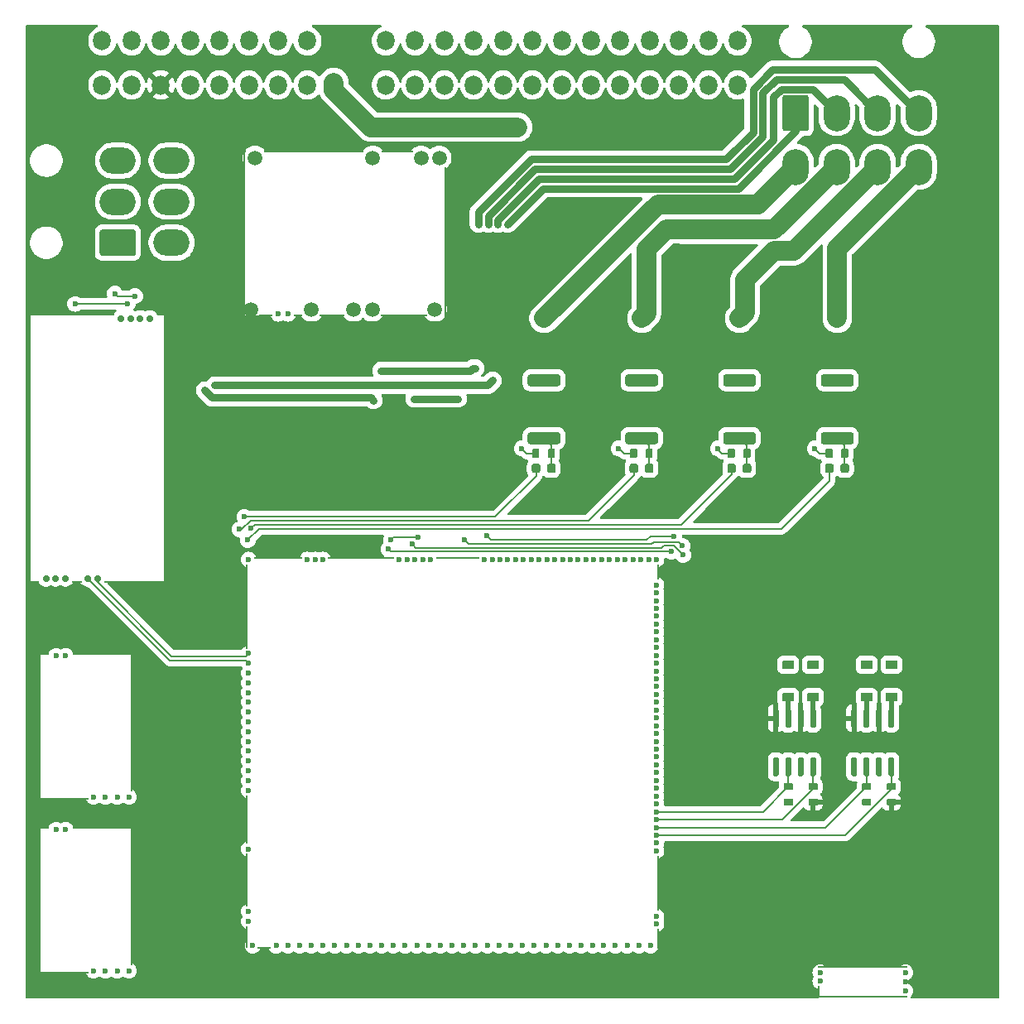
<source format=gbl>
G04 #@! TF.GenerationSoftware,KiCad,Pcbnew,8.0.9-8.0.9-0~ubuntu24.04.1*
G04 #@! TF.CreationDate,2025-06-27T12:37:52+00:00*
G04 #@! TF.ProjectId,EP91Starlet,45503931-5374-4617-926c-65742e6b6963,rev?*
G04 #@! TF.SameCoordinates,Original*
G04 #@! TF.FileFunction,Copper,L4,Bot*
G04 #@! TF.FilePolarity,Positive*
%FSLAX46Y46*%
G04 Gerber Fmt 4.6, Leading zero omitted, Abs format (unit mm)*
G04 Created by KiCad (PCBNEW 8.0.9-8.0.9-0~ubuntu24.04.1) date 2025-06-27 12:37:52*
%MOMM*%
%LPD*%
G01*
G04 APERTURE LIST*
G04 #@! TA.AperFunction,ComponentPad*
%ADD10C,0.700000*%
G04 #@! TD*
G04 #@! TA.AperFunction,SMDPad,CuDef*
%ADD11R,1.100000X0.250000*%
G04 #@! TD*
G04 #@! TA.AperFunction,SMDPad,CuDef*
%ADD12R,0.980000X0.250000*%
G04 #@! TD*
G04 #@! TA.AperFunction,SMDPad,CuDef*
%ADD13R,6.300000X0.250000*%
G04 #@! TD*
G04 #@! TA.AperFunction,SMDPad,CuDef*
%ADD14R,0.250000X27.600000*%
G04 #@! TD*
G04 #@! TA.AperFunction,SMDPad,CuDef*
%ADD15R,8.750000X0.250000*%
G04 #@! TD*
G04 #@! TA.AperFunction,SMDPad,CuDef*
%ADD16R,0.950000X0.250000*%
G04 #@! TD*
G04 #@! TA.AperFunction,ComponentPad*
%ADD17C,0.600000*%
G04 #@! TD*
G04 #@! TA.AperFunction,SMDPad,CuDef*
%ADD18R,0.200000X2.300000*%
G04 #@! TD*
G04 #@! TA.AperFunction,SMDPad,CuDef*
%ADD19R,0.200000X5.400000*%
G04 #@! TD*
G04 #@! TA.AperFunction,SMDPad,CuDef*
%ADD20R,0.200000X8.600000*%
G04 #@! TD*
G04 #@! TA.AperFunction,SMDPad,CuDef*
%ADD21R,0.200000X5.000000*%
G04 #@! TD*
G04 #@! TA.AperFunction,SMDPad,CuDef*
%ADD22R,1.400000X0.200000*%
G04 #@! TD*
G04 #@! TA.AperFunction,SMDPad,CuDef*
%ADD23R,5.000000X0.200000*%
G04 #@! TD*
G04 #@! TA.AperFunction,SMDPad,CuDef*
%ADD24R,6.800000X0.200000*%
G04 #@! TD*
G04 #@! TA.AperFunction,SMDPad,CuDef*
%ADD25R,4.500000X0.200000*%
G04 #@! TD*
G04 #@! TA.AperFunction,SMDPad,CuDef*
%ADD26R,0.200000X1.600000*%
G04 #@! TD*
G04 #@! TA.AperFunction,SMDPad,CuDef*
%ADD27R,0.200000X5.700000*%
G04 #@! TD*
G04 #@! TA.AperFunction,SMDPad,CuDef*
%ADD28R,0.200000X2.000000*%
G04 #@! TD*
G04 #@! TA.AperFunction,ComponentPad*
%ADD29O,2.700000X3.700000*%
G04 #@! TD*
G04 #@! TA.AperFunction,SMDPad,CuDef*
%ADD30R,6.185000X0.250000*%
G04 #@! TD*
G04 #@! TA.AperFunction,SMDPad,CuDef*
%ADD31R,1.115000X0.250000*%
G04 #@! TD*
G04 #@! TA.AperFunction,SMDPad,CuDef*
%ADD32R,0.250000X14.275000*%
G04 #@! TD*
G04 #@! TA.AperFunction,SMDPad,CuDef*
%ADD33R,0.250000X15.100000*%
G04 #@! TD*
G04 #@! TA.AperFunction,SMDPad,CuDef*
%ADD34R,5.175000X0.250000*%
G04 #@! TD*
G04 #@! TA.AperFunction,ComponentPad*
%ADD35C,1.500000*%
G04 #@! TD*
G04 #@! TA.AperFunction,SMDPad,CuDef*
%ADD36O,3.300000X0.200000*%
G04 #@! TD*
G04 #@! TA.AperFunction,SMDPad,CuDef*
%ADD37O,10.200000X0.200000*%
G04 #@! TD*
G04 #@! TA.AperFunction,SMDPad,CuDef*
%ADD38O,0.300000X0.200000*%
G04 #@! TD*
G04 #@! TA.AperFunction,SMDPad,CuDef*
%ADD39O,0.200000X17.000000*%
G04 #@! TD*
G04 #@! TA.AperFunction,SMDPad,CuDef*
%ADD40O,0.200000X15.400000*%
G04 #@! TD*
G04 #@! TA.AperFunction,SMDPad,CuDef*
%ADD41O,4.800000X0.200000*%
G04 #@! TD*
G04 #@! TA.AperFunction,SMDPad,CuDef*
%ADD42O,2.600000X0.200000*%
G04 #@! TD*
G04 #@! TA.AperFunction,SMDPad,CuDef*
%ADD43O,1.000000X0.200000*%
G04 #@! TD*
G04 #@! TA.AperFunction,SMDPad,CuDef*
%ADD44O,1.500000X0.200000*%
G04 #@! TD*
G04 #@! TA.AperFunction,ComponentPad*
%ADD45O,1.800000X2.000000*%
G04 #@! TD*
G04 #@! TA.AperFunction,ComponentPad*
%ADD46O,3.700000X2.700000*%
G04 #@! TD*
G04 #@! TA.AperFunction,SMDPad,CuDef*
%ADD47O,0.200000X1.225000*%
G04 #@! TD*
G04 #@! TA.AperFunction,SMDPad,CuDef*
%ADD48O,9.300000X0.200000*%
G04 #@! TD*
G04 #@! TA.AperFunction,ViaPad*
%ADD49C,0.600000*%
G04 #@! TD*
G04 #@! TA.AperFunction,Conductor*
%ADD50C,0.500000*%
G04 #@! TD*
G04 #@! TA.AperFunction,Conductor*
%ADD51C,0.200000*%
G04 #@! TD*
G04 #@! TA.AperFunction,Conductor*
%ADD52C,2.000000*%
G04 #@! TD*
G04 #@! TA.AperFunction,Conductor*
%ADD53C,0.800000*%
G04 #@! TD*
G04 APERTURE END LIST*
D10*
G04 #@! TO.P,M4,E1,LSU_Un*
G04 #@! TO.N,Net-(J2-Pin_4)*
X9868000Y78664000D03*
G04 #@! TO.P,M4,E2,LSU_Vm*
G04 #@! TO.N,Net-(J2-Pin_6)*
X6868000Y78664000D03*
G04 #@! TO.P,M4,E3,LSU_Ip*
G04 #@! TO.N,Net-(J2-Pin_3)*
X7868000Y78664000D03*
G04 #@! TO.P,M4,E4,LSU_Rtrim*
G04 #@! TO.N,Net-(J2-Pin_1)*
X8868000Y78664000D03*
D11*
G04 #@! TO.P,M4,G,GND*
G04 #@! TO.N,GND*
X-1982000Y51689000D03*
D12*
X2358000Y51689000D03*
D13*
X8318000Y51689000D03*
D14*
X-2407000Y65364000D03*
X11343000Y65364000D03*
D15*
X1843000Y79039000D03*
D16*
X10993000Y79039000D03*
D10*
G04 #@! TO.P,M4,W1,V5_IN*
G04 #@! TO.N,+5VA*
X218000Y52072800D03*
G04 #@! TO.P,M4,W2,CAN_VIO*
G04 #@! TO.N,unconnected-(M4-CAN_VIO-PadW2)*
X1218000Y52072800D03*
G04 #@! TO.P,M4,W3,CANL*
G04 #@! TO.N,/CAN-*
X4514000Y52072800D03*
G04 #@! TO.P,M4,W4,CANH*
G04 #@! TO.N,/CAN+*
X3498000Y52072800D03*
G04 #@! TO.P,M4,W9,VDDA*
G04 #@! TO.N,unconnected-(M4-VDDA-PadW9)*
X-782000Y52072800D03*
G04 #@! TD*
D17*
G04 #@! TO.P,M2,E1,SPI2_SCK/CAN2_TX*
G04 #@! TO.N,unconnected-(M2-SPI2_SCK{slash}CAN2_TX-PadE1)*
X61657998Y51400001D03*
G04 #@! TO.P,M2,E2,SPI2_MISO*
G04 #@! TO.N,unconnected-(M2-SPI2_MISO-PadE2)*
X61657998Y50600000D03*
G04 #@! TO.P,M2,E3,SPI2_MOSI*
G04 #@! TO.N,unconnected-(M2-SPI2_MOSI-PadE3)*
X61657998Y49800002D03*
G04 #@! TO.P,M2,E4,SPI2_CS/CAN2_RX*
G04 #@! TO.N,unconnected-(M2-SPI2_CS{slash}CAN2_RX-PadE4)*
X61657998Y49000001D03*
G04 #@! TO.P,M2,E6,OUT_IO3*
G04 #@! TO.N,unconnected-(M2-OUT_IO3-PadE6)*
X61657998Y48200000D03*
G04 #@! TO.P,M2,E7,OUT_IO5*
G04 #@! TO.N,unconnected-(M2-OUT_IO5-PadE7)*
X61657995Y47400002D03*
G04 #@! TO.P,M2,E8,OUT_IO1*
G04 #@! TO.N,unconnected-(M2-OUT_IO1-PadE8)*
X61657995Y46600001D03*
G04 #@! TO.P,M2,E9,OUT_IO6*
G04 #@! TO.N,unconnected-(M2-OUT_IO6-PadE9)*
X61657998Y45799997D03*
G04 #@! TO.P,M2,E10,OUT_IO10*
G04 #@! TO.N,unconnected-(M2-OUT_IO10-PadE10)*
X61657998Y45000001D03*
G04 #@! TO.P,M2,E11,OUT_IO9*
G04 #@! TO.N,unconnected-(M2-OUT_IO9-PadE11)*
X61657998Y44200001D03*
G04 #@! TO.P,M2,E12,OUT_IO2*
G04 #@! TO.N,unconnected-(M2-OUT_IO2-PadE12)*
X61657998Y43400000D03*
G04 #@! TO.P,M2,E13,OUT_IO12*
G04 #@! TO.N,unconnected-(M2-OUT_IO12-PadE13)*
X61657995Y42600001D03*
G04 #@! TO.P,M2,E14,OUT_PWM5*
G04 #@! TO.N,unconnected-(M2-OUT_PWM5-PadE14)*
X61657995Y41800000D03*
G04 #@! TO.P,M2,E15,OUT_PWM4*
G04 #@! TO.N,unconnected-(M2-OUT_PWM4-PadE15)*
X61657995Y40999999D03*
G04 #@! TO.P,M2,E16,OUT_PWM3*
G04 #@! TO.N,unconnected-(M2-OUT_PWM3-PadE16)*
X61657998Y40200001D03*
G04 #@! TO.P,M2,E17,OUT_PWM2*
G04 #@! TO.N,unconnected-(M2-OUT_PWM2-PadE17)*
X61657998Y39400000D03*
G04 #@! TO.P,M2,E18,OUT_INJ2*
G04 #@! TO.N,/INJ4/IN2*
X61657998Y38600002D03*
G04 #@! TO.P,M2,E19,OUT_INJ1*
G04 #@! TO.N,/INJ4/IN1*
X61657995Y37800001D03*
G04 #@! TO.P,M2,E20,OUT_IO13*
G04 #@! TO.N,unconnected-(M2-OUT_IO13-PadE20)*
X61657995Y37000000D03*
G04 #@! TO.P,M2,E21,OUT_IO4*
G04 #@! TO.N,unconnected-(M2-OUT_IO4-PadE21)*
X61657998Y36200001D03*
G04 #@! TO.P,M2,E22,OUT_IO8*
G04 #@! TO.N,unconnected-(M2-OUT_IO8-PadE22)*
X61657998Y35400000D03*
G04 #@! TO.P,M2,E23,OUT_IO7*
G04 #@! TO.N,unconnected-(M2-OUT_IO7-PadE23)*
X61657998Y34599999D03*
G04 #@! TO.P,M2,E24,OUT_IO11*
G04 #@! TO.N,unconnected-(M2-OUT_IO11-PadE24)*
X61657998Y33800001D03*
G04 #@! TO.P,M2,E25,OUT_PWM7*
G04 #@! TO.N,unconnected-(M2-OUT_PWM7-PadE25)*
X61657998Y33000000D03*
G04 #@! TO.P,M2,E26,OUT_PWM6*
G04 #@! TO.N,unconnected-(M2-OUT_PWM6-PadE26)*
X61657998Y32200002D03*
G04 #@! TO.P,M2,E27,OUT_PWM1*
G04 #@! TO.N,unconnected-(M2-OUT_PWM1-PadE27)*
X61657998Y31400001D03*
G04 #@! TO.P,M2,E28,OUT_PWM8*
G04 #@! TO.N,unconnected-(M2-OUT_PWM8-PadE28)*
X61657998Y30600000D03*
G04 #@! TO.P,M2,E29,OUT_INJ3*
G04 #@! TO.N,/INJ4/IN3*
X61657998Y29800001D03*
G04 #@! TO.P,M2,E30,OUT_INJ4*
G04 #@! TO.N,/INJ4/IN4*
X61657998Y29000000D03*
G04 #@! TO.P,M2,E31,OUT_INJ5*
G04 #@! TO.N,/LS_PROTECTED_2 A/IN1*
X61657995Y28200002D03*
G04 #@! TO.P,M2,E32,OUT_INJ6*
G04 #@! TO.N,/LS_PROTECTED_2 A/IN2*
X61657998Y27399999D03*
G04 #@! TO.P,M2,E33,OUT_INJ7*
G04 #@! TO.N,/LS_PROTECTED_2 B/IN1*
X61657998Y26600000D03*
G04 #@! TO.P,M2,E34,OUT_INJ8*
G04 #@! TO.N,/LS_PROTECTED_2 B/IN2*
X61657998Y25800002D03*
G04 #@! TO.P,M2,E35,IO6*
G04 #@! TO.N,unconnected-(M2-IO6-PadE35)*
X61657998Y25000001D03*
G04 #@! TO.P,M2,E36,IO7*
G04 #@! TO.N,unconnected-(M2-IO7-PadE36)*
X61657998Y24200000D03*
G04 #@! TO.P,M2,E38,V5A_SWITCHABLE*
G04 #@! TO.N,+5VA*
X61657995Y17500006D03*
G04 #@! TO.P,M2,E39,GNDA*
G04 #@! TO.N,unconnected-(M2-GNDA-PadE39)*
X61657998Y16700005D03*
D18*
G04 #@! TO.P,M2,G,GND*
G04 #@! TO.N,GND*
X19757993Y15350005D03*
D19*
X19757995Y21200008D03*
D20*
X19757996Y49200005D03*
D21*
X19757996Y27400005D03*
D22*
X21558002Y14300002D03*
D23*
X22957997Y54200003D03*
D24*
X31458000Y54200003D03*
D25*
X41308003Y54200003D03*
D26*
X61857998Y52700004D03*
D27*
X61857998Y20850001D03*
D28*
X61857998Y15200008D03*
D17*
G04 #@! TO.P,M2,N1,USBID*
G04 #@! TO.N,unconnected-(M2-USBID-PadN1)*
X61657998Y54000004D03*
G04 #@! TO.P,M2,N2,USBM*
G04 #@! TO.N,unconnected-(M2-USBM-PadN2)*
X60858000Y54000006D03*
G04 #@! TO.P,M2,N3,USBP*
G04 #@! TO.N,unconnected-(M2-USBP-PadN3)*
X60057999Y54000006D03*
G04 #@! TO.P,M2,N4,VBUS*
G04 #@! TO.N,unconnected-(M2-VBUS-PadN4)*
X59258000Y54000004D03*
G04 #@! TO.P,M2,N5,BOOT0*
G04 #@! TO.N,unconnected-(M2-BOOT0-PadN5)*
X58457999Y54000004D03*
G04 #@! TO.P,M2,N6,SWO*
G04 #@! TO.N,unconnected-(M2-SWO-PadN6)*
X57657998Y54000004D03*
G04 #@! TO.P,M2,N7,SWDIO*
G04 #@! TO.N,unconnected-(M2-SWDIO-PadN7)*
X56858000Y54000004D03*
G04 #@! TO.P,M2,N8,SWCLK*
G04 #@! TO.N,unconnected-(M2-SWCLK-PadN8)*
X56057999Y54000006D03*
G04 #@! TO.P,M2,N9,nReset*
G04 #@! TO.N,unconnected-(M2-nReset-PadN9)*
X55258001Y54000004D03*
G04 #@! TO.P,M2,N10,SPI3_CS*
G04 #@! TO.N,unconnected-(M2-SPI3_CS-PadN10)*
X54458000Y54000004D03*
G04 #@! TO.P,M2,N11,SPI3_SCK*
G04 #@! TO.N,unconnected-(M2-SPI3_SCK-PadN11)*
X53657999Y54000004D03*
G04 #@! TO.P,M2,N12,SPI3_MISO*
G04 #@! TO.N,unconnected-(M2-SPI3_MISO-PadN12)*
X52857998Y54000004D03*
G04 #@! TO.P,M2,N13,SPI3_MOSI*
G04 #@! TO.N,unconnected-(M2-SPI3_MOSI-PadN13)*
X52057999Y54000004D03*
G04 #@! TO.P,M2,N14,I2C_SCL*
G04 #@! TO.N,unconnected-(M2-I2C_SCL-PadN14)*
X51257998Y54000004D03*
G04 #@! TO.P,M2,N15,I2C_SDA*
G04 #@! TO.N,unconnected-(M2-I2C_SDA-PadN15)*
X50457997Y54000006D03*
G04 #@! TO.P,M2,N16,IO1*
G04 #@! TO.N,unconnected-(M2-IO1-PadN16)*
X49657997Y54000006D03*
G04 #@! TO.P,M2,N17,UART2_TX*
G04 #@! TO.N,unconnected-(M2-UART2_TX-PadN17)*
X48857998Y54000004D03*
G04 #@! TO.P,M2,N18,UART2_RX*
G04 #@! TO.N,unconnected-(M2-UART2_RX-PadN18)*
X48057997Y54000004D03*
G04 #@! TO.P,M2,N19,IO2*
G04 #@! TO.N,unconnected-(M2-IO2-PadN19)*
X47257999Y54000004D03*
G04 #@! TO.P,M2,N20,IO4*
G04 #@! TO.N,unconnected-(M2-IO4-PadN20)*
X46457998Y54000004D03*
G04 #@! TO.P,M2,N21,IO3*
G04 #@! TO.N,unconnected-(M2-IO3-PadN21)*
X45657999Y54000006D03*
G04 #@! TO.P,M2,N22,V33*
G04 #@! TO.N,unconnected-(M2-V33-PadN22)*
X44857998Y54000004D03*
G04 #@! TO.P,M2,N23,IO5*
G04 #@! TO.N,unconnected-(M2-IO5-PadN23)*
X44057998Y54000004D03*
G04 #@! TO.P,M2,N24,UART8_RX*
G04 #@! TO.N,unconnected-(M2-UART8_RX-PadN24)*
X38557998Y54000004D03*
G04 #@! TO.P,M2,N25,UART8_TX*
G04 #@! TO.N,unconnected-(M2-UART8_TX-PadN25)*
X37757997Y54000004D03*
G04 #@! TO.P,M2,N26,IN_VIGN*
G04 #@! TO.N,Net-(M2-IN_VIGN)*
X36957999Y54000004D03*
G04 #@! TO.P,M2,N27,VBAT*
G04 #@! TO.N,Net-(M2-VBAT)*
X36158001Y54000004D03*
G04 #@! TO.P,M2,N28,V33_SWITCHABLE*
G04 #@! TO.N,unconnected-(M2-V33_SWITCHABLE-PadN28)*
X35358002Y54000004D03*
G04 #@! TO.P,M2,N29,OUT_PWR_EN*
G04 #@! TO.N,Net-(M2-OUT_PWR_EN)*
X27557998Y54000004D03*
G04 #@! TO.P,M2,N30,V5A_SWITCHABLE*
G04 #@! TO.N,unconnected-(M2-V5A_SWITCHABLE-PadN30)*
X26757999Y54000004D03*
G04 #@! TO.P,M2,N31,VCC*
G04 #@! TO.N,+5V*
X25958001Y54000004D03*
G04 #@! TO.P,M2,N32,V33*
G04 #@! TO.N,unconnected-(M2-V33-PadN32)*
X19957997Y54000004D03*
G04 #@! TO.P,M2,S1,IN_D4*
G04 #@! TO.N,unconnected-(M2-IN_D4-PadS1)*
X61057997Y14499999D03*
G04 #@! TO.P,M2,S2,IN_D3*
G04 #@! TO.N,unconnected-(M2-IN_D3-PadS2)*
X59857996Y14500001D03*
G04 #@! TO.P,M2,S3,IN_D2*
G04 #@! TO.N,unconnected-(M2-IN_D2-PadS3)*
X58657999Y14500001D03*
G04 #@! TO.P,M2,S4,IN_D1*
G04 #@! TO.N,unconnected-(M2-IN_D1-PadS4)*
X57457999Y14499999D03*
G04 #@! TO.P,M2,S5,VREF2*
G04 #@! TO.N,unconnected-(M2-VREF2-PadS5)*
X56257999Y14500001D03*
G04 #@! TO.P,M2,S6,IN_SENS4*
G04 #@! TO.N,unconnected-(M2-IN_SENS4-PadS6)*
X55158011Y14500001D03*
G04 #@! TO.P,M2,S7,IN_SENS3*
G04 #@! TO.N,unconnected-(M2-IN_SENS3-PadS7)*
X53958011Y14500001D03*
G04 #@! TO.P,M2,S8,IN_SENS2*
G04 #@! TO.N,unconnected-(M2-IN_SENS2-PadS8)*
X52758013Y14499999D03*
G04 #@! TO.P,M2,S9,IN_SENS1*
G04 #@! TO.N,unconnected-(M2-IN_SENS1-PadS9)*
X51558013Y14500001D03*
G04 #@! TO.P,M2,S10,IN_AUX4*
G04 #@! TO.N,unconnected-(M2-IN_AUX4-PadS10)*
X50358010Y14500001D03*
G04 #@! TO.P,M2,S11,IN_AUX3*
G04 #@! TO.N,unconnected-(M2-IN_AUX3-PadS11)*
X49158008Y14499999D03*
G04 #@! TO.P,M2,S12,IN_AUX2*
G04 #@! TO.N,unconnected-(M2-IN_AUX2-PadS12)*
X47958010Y14500001D03*
G04 #@! TO.P,M2,S13,IN_AUX1*
G04 #@! TO.N,/NEUTRAL STARTER SWITCH*
X46758012Y14500001D03*
G04 #@! TO.P,M2,S14,IN_RES2*
G04 #@! TO.N,unconnected-(M2-IN_RES2-PadS14)*
X45558005Y14500001D03*
G04 #@! TO.P,M2,S15,IN_O2S2*
G04 #@! TO.N,unconnected-(M2-IN_O2S2-PadS15)*
X44358005Y14500001D03*
G04 #@! TO.P,M2,S16,IN_O2S*
G04 #@! TO.N,unconnected-(M2-IN_O2S-PadS16)*
X43158007Y14500001D03*
G04 #@! TO.P,M2,S17,IN_RES1*
G04 #@! TO.N,unconnected-(M2-IN_RES1-PadS17)*
X41958007Y14500001D03*
G04 #@! TO.P,M2,S18,IN_RES3*
G04 #@! TO.N,unconnected-(M2-IN_RES3-PadS18)*
X40758002Y14500001D03*
G04 #@! TO.P,M2,S19,IN_MAP3*
G04 #@! TO.N,unconnected-(M2-IN_MAP3-PadS19)*
X39558001Y14500001D03*
G04 #@! TO.P,M2,S20,IN_MAP2*
G04 #@! TO.N,unconnected-(M2-IN_MAP2-PadS20)*
X38358004Y14499999D03*
G04 #@! TO.P,M2,S21,IN_MAP1*
G04 #@! TO.N,Net-(M2-IN_MAP1)*
X37158004Y14500001D03*
G04 #@! TO.P,M2,S22,IN_CRANK*
G04 #@! TO.N,Net-(M1-OUT)*
X35958001Y14499999D03*
G04 #@! TO.P,M2,S23,IN_KNOCK*
G04 #@! TO.N,Net-(M2-IN_KNOCK)*
X34758001Y14500001D03*
G04 #@! TO.P,M2,S24,IN_CAM*
G04 #@! TO.N,Net-(M2-IN_CAM)*
X33558006Y14500001D03*
G04 #@! TO.P,M2,S25,IN_VSS*
G04 #@! TO.N,unconnected-(M2-IN_VSS-PadS25)*
X32358003Y14499999D03*
G04 #@! TO.P,M2,S26,IN_IAT*
G04 #@! TO.N,Net-(M2-IN_IAT)*
X31157998Y14500001D03*
G04 #@! TO.P,M2,S27,IN_AT1*
G04 #@! TO.N,unconnected-(M2-IN_AT1-PadS27)*
X29957998Y14499999D03*
G04 #@! TO.P,M2,S28,IN_CLT*
G04 #@! TO.N,Net-(M2-IN_CLT)*
X28758000Y14500001D03*
G04 #@! TO.P,M2,S29,IN_AT2*
G04 #@! TO.N,unconnected-(M2-IN_AT2-PadS29)*
X27558000Y14500001D03*
G04 #@! TO.P,M2,S30,IN_TPS*
G04 #@! TO.N,Net-(M2-IN_TPS)*
X26357995Y14500001D03*
G04 #@! TO.P,M2,S31,IN_PPS*
G04 #@! TO.N,unconnected-(M2-IN_PPS-PadS31)*
X25157995Y14500001D03*
G04 #@! TO.P,M2,S32,IN_TPS2*
G04 #@! TO.N,unconnected-(M2-IN_TPS2-PadS32)*
X23957997Y14500001D03*
G04 #@! TO.P,M2,S33,IN_PPS2*
G04 #@! TO.N,unconnected-(M2-IN_PPS2-PadS33)*
X22757997Y14500001D03*
G04 #@! TO.P,M2,S35,VREF1*
G04 #@! TO.N,unconnected-(M2-VREF1-PadS35)*
X20357997Y14500001D03*
G04 #@! TO.P,M2,W1,GNDA*
G04 #@! TO.N,GNDA*
X19957995Y17000004D03*
G04 #@! TO.P,M2,W2,V5A_SWITCHABLE*
G04 #@! TO.N,+5VA*
X19957995Y18000005D03*
G04 #@! TO.P,M2,W3,V33_REF*
G04 #@! TO.N,unconnected-(M2-V33_REF-PadW3)*
X19957997Y24400007D03*
G04 #@! TO.P,M2,W3a,BOOT1*
G04 #@! TO.N,unconnected-(M2-BOOT1-PadW3a)*
X19957996Y30400005D03*
G04 #@! TO.P,M2,W4,IGN8*
G04 #@! TO.N,unconnected-(M2-IGN8-PadW4)*
X19957997Y31400003D03*
G04 #@! TO.P,M2,W5,IGN7*
G04 #@! TO.N,unconnected-(M2-IGN7-PadW5)*
X19957997Y32400004D03*
G04 #@! TO.P,M2,W6,IGN6*
G04 #@! TO.N,unconnected-(M2-IGN6-PadW6)*
X19957997Y33400002D03*
G04 #@! TO.P,M2,W7,IGN5*
G04 #@! TO.N,unconnected-(M2-IGN5-PadW7)*
X19957997Y34400002D03*
G04 #@! TO.P,M2,W8,IGN4*
G04 #@! TO.N,/IGN4/IN4*
X19957997Y35400003D03*
G04 #@! TO.P,M2,W9,IGN3*
G04 #@! TO.N,/IGN4/IN3*
X19957997Y36400001D03*
G04 #@! TO.P,M2,W10,IGN2*
G04 #@! TO.N,/IGN4/IN2*
X19957997Y37400001D03*
G04 #@! TO.P,M2,W11,IGN1*
G04 #@! TO.N,/IGN4/IN1*
X19957997Y38399999D03*
G04 #@! TO.P,M2,W11a,LED_RED*
G04 #@! TO.N,unconnected-(M2-LED_RED-PadW11a)*
X19957996Y39400005D03*
G04 #@! TO.P,M2,W11b,LED_GREEN*
G04 #@! TO.N,unconnected-(M2-LED_GREEN-PadW11b)*
X19957996Y40400005D03*
G04 #@! TO.P,M2,W11c,LED_BLUE*
G04 #@! TO.N,unconnected-(M2-LED_BLUE-PadW11c)*
X19957996Y41400005D03*
G04 #@! TO.P,M2,W11d,LED_YELLOW*
G04 #@! TO.N,unconnected-(M2-LED_YELLOW-PadW11d)*
X19957996Y42400005D03*
G04 #@! TO.P,M2,W12,CANH*
G04 #@! TO.N,/CAN+*
X19957996Y43400005D03*
G04 #@! TO.P,M2,W13,CANL*
G04 #@! TO.N,/CAN-*
X19957996Y44400005D03*
G04 #@! TD*
G04 #@! TO.P,J1,1,Pin_1*
G04 #@! TO.N,/INJ4/OUT4*
G04 #@! TA.AperFunction,ComponentPad*
G36*
G01*
X74540000Y98058001D02*
X74540000Y101257999D01*
G75*
G02*
X74790001Y101508000I250001J0D01*
G01*
X76989999Y101508000D01*
G75*
G02*
X77240000Y101257999I0J-250001D01*
G01*
X77240000Y98058001D01*
G75*
G02*
X76989999Y97808000I-250001J0D01*
G01*
X74790001Y97808000D01*
G75*
G02*
X74540000Y98058001I0J250001D01*
G01*
G37*
G04 #@! TD.AperFunction*
D29*
G04 #@! TO.P,J1,2,Pin_2*
G04 #@! TO.N,/INJ4/OUT3*
X80090000Y99658000D03*
G04 #@! TO.P,J1,3,Pin_3*
G04 #@! TO.N,/INJ4/OUT2*
X84290000Y99658000D03*
G04 #@! TO.P,J1,4,Pin_4*
G04 #@! TO.N,/INJ4/OUT1*
X88490000Y99658000D03*
G04 #@! TO.P,J1,5,Pin_5*
G04 #@! TO.N,/IGN4/OUT4*
X75890000Y94158000D03*
G04 #@! TO.P,J1,6,Pin_6*
G04 #@! TO.N,/IGN4/OUT3*
X80090000Y94158000D03*
G04 #@! TO.P,J1,7,Pin_7*
G04 #@! TO.N,/IGN4/OUT2*
X84290000Y94158000D03*
G04 #@! TO.P,J1,8,Pin_8*
G04 #@! TO.N,/IGN4/OUT1*
X88490000Y94158000D03*
G04 #@! TD*
D17*
G04 #@! TO.P,M1,E1,HALL_EN*
G04 #@! TO.N,unconnected-(M1-HALL_EN-PadE1)*
X5309500Y29724000D03*
G04 #@! TO.P,M1,E2,NC*
G04 #@! TO.N,unconnected-(M1-NC-PadE2)*
X4109500Y29724000D03*
G04 #@! TO.P,M1,E3,OUT*
G04 #@! TO.N,Net-(M1-OUT)*
X6509500Y29724000D03*
G04 #@! TO.P,M1,E4,V5_IN*
G04 #@! TO.N,+5VA*
X7709500Y29724000D03*
D30*
G04 #@! TO.P,M1,G,GND*
G04 #@! TO.N,GND*
X5042000Y44374000D03*
D31*
X-1008000Y44374000D03*
D32*
X8009500Y37361500D03*
D33*
X-1440500Y36949000D03*
D34*
X1022000Y29524000D03*
D17*
G04 #@! TO.P,M1,W1,VR-/HALL*
G04 #@! TO.N,unconnected-(M1-VR-{slash}HALL-PadW1)*
X1249500Y44149000D03*
G04 #@! TO.P,M1,W2,VR+*
G04 #@! TO.N,Net-(M1-VR+)*
X249500Y44149000D03*
G04 #@! TD*
D35*
G04 #@! TO.P,M6,E1,VBAT*
G04 #@! TO.N,Net-(M2-VBAT)*
X38994000Y79588003D03*
G04 #@! TO.P,M6,E2,V12*
G04 #@! TO.N,unconnected-(M6-V12-PadE2)*
X32594003Y79588003D03*
G04 #@! TO.P,M6,E3,VIGN*
G04 #@! TO.N,Net-(M2-IN_VIGN)*
X30694000Y79588003D03*
G04 #@! TO.P,M6,E4,V5*
G04 #@! TO.N,+5V*
X26394000Y79588003D03*
D17*
G04 #@! TO.P,M6,E5,EN_5VP*
G04 #@! TO.N,Net-(M2-OUT_PWR_EN)*
X23994003Y79138004D03*
G04 #@! TO.P,M6,E6,PG_5VP*
G04 #@! TO.N,unconnected-(M6-PG_5VP-PadE6)*
X22994002Y79138004D03*
D36*
G04 #@! TO.P,M6,S1,GND*
G04 #@! TO.N,GND*
X35144000Y95737999D03*
D37*
X26644002Y95737999D03*
D38*
X19544000Y95737999D03*
D39*
X19494000Y87338001D03*
D40*
X40094000Y86538000D03*
D35*
X20144000Y79588003D03*
D38*
X40044000Y78938002D03*
D41*
X35844002Y78938002D03*
D42*
X28494000Y78938002D03*
D43*
X24994003Y78938002D03*
D44*
X21694002Y78938002D03*
D35*
G04 #@! TO.P,M6,V1,V12_PERM*
G04 #@! TO.N,+12V_RAW*
X39444002Y95088000D03*
G04 #@! TO.P,M6,V2,IN_VIGN*
X37594003Y95088000D03*
G04 #@! TO.P,M6,V3,V12_RAW*
X32644000Y95088000D03*
G04 #@! TO.P,M6,V4,5VP*
G04 #@! TO.N,+5VP*
X20594002Y95088000D03*
G04 #@! TD*
D17*
G04 #@! TO.P,M5,E1,HALL_EN*
G04 #@! TO.N,unconnected-(M5-HALL_EN-PadE1)*
X5309500Y11944000D03*
G04 #@! TO.P,M5,E2,NC*
G04 #@! TO.N,unconnected-(M5-NC-PadE2)*
X4109500Y11944000D03*
G04 #@! TO.P,M5,E3,OUT*
G04 #@! TO.N,Net-(M2-IN_CAM)*
X6509500Y11944000D03*
G04 #@! TO.P,M5,E4,V5_IN*
G04 #@! TO.N,+5VA*
X7709500Y11944000D03*
D30*
G04 #@! TO.P,M5,G,GND*
G04 #@! TO.N,GND*
X5042000Y26594000D03*
D31*
X-1008000Y26594000D03*
D32*
X8009500Y19581500D03*
D33*
X-1440500Y19169000D03*
D34*
X1022000Y11744000D03*
D17*
G04 #@! TO.P,M5,W1,VR-/HALL*
G04 #@! TO.N,unconnected-(M5-VR-{slash}HALL-PadW1)*
X1249500Y26369000D03*
G04 #@! TO.P,M5,W2,VR+*
G04 #@! TO.N,Net-(M5-VR+)*
X249500Y26369000D03*
G04 #@! TD*
D45*
G04 #@! TO.P,U1,1,~~*
G04 #@! TO.N,unconnected-(U1-~~-Pad1)*
X4970000Y102540000D03*
G04 #@! TO.P,U1,2,#20*
G04 #@! TO.N,/INJ4/OUT1*
X7970000Y102540000D03*
G04 #@! TO.P,U1,3,E1*
G04 #@! TO.N,GND*
X10970000Y102540000D03*
G04 #@! TO.P,U1,4,IPV*
G04 #@! TO.N,/IDLE UP SOLENOID*
X13970000Y102540000D03*
G04 #@! TO.P,U1,5,ELS3*
G04 #@! TO.N,unconnected-(U1-ELS3-Pad5)*
X16970000Y102540000D03*
G04 #@! TO.P,U1,6,NE*
G04 #@! TO.N,Net-(M1-VR+)*
X19970000Y102540000D03*
G04 #@! TO.P,U1,7,FAN*
G04 #@! TO.N,/RAD FAN*
X22970000Y102540000D03*
G04 #@! TO.P,U1,8,IDL*
G04 #@! TO.N,unconnected-(U1-IDL-Pad8)*
X25970000Y102540000D03*
G04 #@! TO.P,U1,9,VCC*
G04 #@! TO.N,+5VP*
X33970000Y102540000D03*
G04 #@! TO.P,U1,10,PSW*
G04 #@! TO.N,Net-(M2-IN_TPS)*
X36970000Y102540000D03*
G04 #@! TO.P,U1,11,E2*
G04 #@! TO.N,unconnected-(U1-E2-Pad11)*
X39970000Y102540000D03*
G04 #@! TO.P,U1,12,HT*
G04 #@! TO.N,unconnected-(U1-HT-Pad12)*
X42970000Y102540000D03*
G04 #@! TO.P,U1,13,RSO*
G04 #@! TO.N,unconnected-(U1-RSO-Pad13)*
X45970000Y102540000D03*
G04 #@! TO.P,U1,14,VF*
G04 #@! TO.N,unconnected-(U1-VF-Pad14)*
X48970000Y102540000D03*
G04 #@! TO.P,U1,15,ELS2*
G04 #@! TO.N,unconnected-(U1-ELS2-Pad15)*
X51970000Y102540000D03*
G04 #@! TO.P,U1,16,ACT*
G04 #@! TO.N,unconnected-(U1-ACT-Pad16)*
X54970000Y102540000D03*
G04 #@! TO.P,U1,17,SPD*
G04 #@! TO.N,unconnected-(U1-SPD-Pad17)*
X57970000Y102540000D03*
G04 #@! TO.P,U1,18,AC1*
G04 #@! TO.N,unconnected-(U1-AC1-Pad18)*
X60970000Y102540000D03*
G04 #@! TO.P,U1,19,EGW*
G04 #@! TO.N,unconnected-(U1-EGW-Pad19)*
X63970000Y102540000D03*
G04 #@! TO.P,U1,20,W*
G04 #@! TO.N,unconnected-(U1-W-Pad20)*
X66970000Y102540000D03*
G04 #@! TO.P,U1,21,+B*
G04 #@! TO.N,unconnected-(U1-+B-Pad21)*
X69970000Y102540000D03*
G04 #@! TO.P,U1,22*
G04 #@! TO.N,unconnected-(U1-Pad22)*
X69970000Y107040000D03*
G04 #@! TO.P,U1,23,BATT*
G04 #@! TO.N,+12V_RAW*
X66970000Y107040000D03*
G04 #@! TO.P,U1,24,CCO*
G04 #@! TO.N,/CARBON CAN SOLENOID*
X63970000Y107040000D03*
G04 #@! TO.P,U1,25,FC*
G04 #@! TO.N,/FUEL PUMP RELAY*
X60970000Y107040000D03*
G04 #@! TO.P,U1,26,ELS1*
G04 #@! TO.N,unconnected-(U1-ELS1-Pad26)*
X57970000Y107040000D03*
G04 #@! TO.P,U1,27,AC2*
G04 #@! TO.N,unconnected-(U1-AC2-Pad27)*
X54970000Y107040000D03*
G04 #@! TO.P,U1,28,TE2*
G04 #@! TO.N,unconnected-(U1-TE2-Pad28)*
X51970000Y107040000D03*
G04 #@! TO.P,U1,29,TE1*
G04 #@! TO.N,unconnected-(U1-TE1-Pad29)*
X48970000Y107040000D03*
G04 #@! TO.P,U1,30,RSC*
G04 #@! TO.N,unconnected-(U1-RSC-Pad30)*
X45970000Y107040000D03*
G04 #@! TO.P,U1,31,NSW*
G04 #@! TO.N,/NEUTRAL STARTER SWITCH*
X42970000Y107040000D03*
G04 #@! TO.P,U1,32,THW*
G04 #@! TO.N,Net-(M2-IN_CLT)*
X39970000Y107040000D03*
G04 #@! TO.P,U1,33,PIM*
G04 #@! TO.N,Net-(M2-IN_MAP1)*
X36970000Y107040000D03*
G04 #@! TO.P,U1,34,THA*
G04 #@! TO.N,Net-(M2-IN_IAT)*
X33970000Y107040000D03*
G04 #@! TO.P,U1,35,IGT*
G04 #@! TO.N,/IGN4/OUT4*
X25970000Y107040000D03*
G04 #@! TO.P,U1,36,IGF*
G04 #@! TO.N,unconnected-(U1-IGF-Pad36)*
X22970000Y107040000D03*
G04 #@! TO.P,U1,37,G2*
G04 #@! TO.N,unconnected-(U1-G2-Pad37)*
X19970000Y107040000D03*
G04 #@! TO.P,U1,38,G-*
G04 #@! TO.N,Net-(M5-VR+)*
X16970000Y107040000D03*
G04 #@! TO.P,U1,39,OX*
G04 #@! TO.N,unconnected-(U1-OX-Pad39)*
X13970000Y107040000D03*
G04 #@! TO.P,U1,40,STA*
G04 #@! TO.N,unconnected-(U1-STA-Pad40)*
X10970000Y107040000D03*
G04 #@! TO.P,U1,41,#10*
G04 #@! TO.N,/INJ4/OUT3*
X7970000Y107040000D03*
G04 #@! TO.P,U1,42,E01*
G04 #@! TO.N,unconnected-(U1-E01-Pad42)*
X4970000Y107040000D03*
G04 #@! TD*
G04 #@! TO.P,J2,1,Pin_1*
G04 #@! TO.N,Net-(J2-Pin_1)*
G04 #@! TA.AperFunction,ComponentPad*
G36*
G01*
X8165999Y85052000D02*
X4966001Y85052000D01*
G75*
G02*
X4716000Y85302001I0J250001D01*
G01*
X4716000Y87501999D01*
G75*
G02*
X4966001Y87752000I250001J0D01*
G01*
X8165999Y87752000D01*
G75*
G02*
X8416000Y87501999I0J-250001D01*
G01*
X8416000Y85302001D01*
G75*
G02*
X8165999Y85052000I-250001J0D01*
G01*
G37*
G04 #@! TD.AperFunction*
D46*
G04 #@! TO.P,J2,2,Pin_2*
G04 #@! TO.N,Net-(J2-Pin_2)*
X6566000Y90602000D03*
G04 #@! TO.P,J2,3,Pin_3*
G04 #@! TO.N,Net-(J2-Pin_3)*
X6566000Y94802000D03*
G04 #@! TO.P,J2,4,Pin_4*
G04 #@! TO.N,Net-(J2-Pin_4)*
X12066000Y86402000D03*
G04 #@! TO.P,J2,5,Pin_5*
G04 #@! TO.N,+12V_RAW*
X12066000Y90602000D03*
G04 #@! TO.P,J2,6,Pin_6*
G04 #@! TO.N,Net-(J2-Pin_6)*
X12066000Y94802000D03*
G04 #@! TD*
D17*
G04 #@! TO.P,M3,E1,V5A*
G04 #@! TO.N,+5VA*
X87116000Y11770000D03*
D47*
G04 #@! TO.P,M3,E2,GND*
G04 #@! TO.N,GND*
X78216000Y9795000D03*
D48*
X82766000Y12370000D03*
X82766000Y9270000D03*
D17*
X87116000Y10820000D03*
G04 #@! TO.P,M3,E3,OUT_KNOCK*
G04 #@! TO.N,Net-(M2-IN_KNOCK)*
X87116000Y9870002D03*
G04 #@! TO.P,M3,W1,IN_KNOCK*
G04 #@! TO.N,unconnected-(M3-IN_KNOCK-PadW1)*
X78416000Y10870000D03*
G04 #@! TO.P,M3,W2,VREF*
G04 #@! TO.N,unconnected-(M3-VREF-PadW2)*
X78416000Y11770000D03*
G04 #@! TD*
G04 #@! TO.P,F2,1*
G04 #@! TO.N,Net-(F2-Pad1)*
G04 #@! TA.AperFunction,SMDPad,CuDef*
G36*
G01*
X61357500Y63583250D02*
X61357500Y63070750D01*
G75*
G02*
X61138750Y62852000I-218750J0D01*
G01*
X60701250Y62852000D01*
G75*
G02*
X60482500Y63070750I0J218750D01*
G01*
X60482500Y63583250D01*
G75*
G02*
X60701250Y63802000I218750J0D01*
G01*
X61138750Y63802000D01*
G75*
G02*
X61357500Y63583250I0J-218750D01*
G01*
G37*
G04 #@! TD.AperFunction*
G04 #@! TO.P,F2,2*
G04 #@! TO.N,/IGN4/IN3*
G04 #@! TA.AperFunction,SMDPad,CuDef*
G36*
G01*
X59782500Y63583250D02*
X59782500Y63070750D01*
G75*
G02*
X59563750Y62852000I-218750J0D01*
G01*
X59126250Y62852000D01*
G75*
G02*
X58907500Y63070750I0J218750D01*
G01*
X58907500Y63583250D01*
G75*
G02*
X59126250Y63802000I218750J0D01*
G01*
X59563750Y63802000D01*
G75*
G02*
X59782500Y63583250I0J-218750D01*
G01*
G37*
G04 #@! TD.AperFunction*
G04 #@! TD*
G04 #@! TO.P,R13,1*
G04 #@! TO.N,Net-(Q3-G)*
G04 #@! TA.AperFunction,SMDPad,CuDef*
G36*
G01*
X68970000Y64461000D02*
X68970000Y65241000D01*
G75*
G02*
X69040000Y65311000I70000J0D01*
G01*
X69600000Y65311000D01*
G75*
G02*
X69670000Y65241000I0J-70000D01*
G01*
X69670000Y64461000D01*
G75*
G02*
X69600000Y64391000I-70000J0D01*
G01*
X69040000Y64391000D01*
G75*
G02*
X68970000Y64461000I0J70000D01*
G01*
G37*
G04 #@! TD.AperFunction*
G04 #@! TO.P,R13,2*
G04 #@! TO.N,Net-(F3-Pad1)*
G04 #@! TA.AperFunction,SMDPad,CuDef*
G36*
G01*
X70570000Y64461000D02*
X70570000Y65241000D01*
G75*
G02*
X70640000Y65311000I70000J0D01*
G01*
X71200000Y65311000D01*
G75*
G02*
X71270000Y65241000I0J-70000D01*
G01*
X71270000Y64461000D01*
G75*
G02*
X71200000Y64391000I-70000J0D01*
G01*
X70640000Y64391000D01*
G75*
G02*
X70570000Y64461000I0J70000D01*
G01*
G37*
G04 #@! TD.AperFunction*
G04 #@! TD*
G04 #@! TO.P,R14,1*
G04 #@! TO.N,Net-(Q4-G)*
G04 #@! TA.AperFunction,SMDPad,CuDef*
G36*
G01*
X78970000Y64461000D02*
X78970000Y65241000D01*
G75*
G02*
X79040000Y65311000I70000J0D01*
G01*
X79600000Y65311000D01*
G75*
G02*
X79670000Y65241000I0J-70000D01*
G01*
X79670000Y64461000D01*
G75*
G02*
X79600000Y64391000I-70000J0D01*
G01*
X79040000Y64391000D01*
G75*
G02*
X78970000Y64461000I0J70000D01*
G01*
G37*
G04 #@! TD.AperFunction*
G04 #@! TO.P,R14,2*
G04 #@! TO.N,Net-(F4-Pad1)*
G04 #@! TA.AperFunction,SMDPad,CuDef*
G36*
G01*
X80570000Y64461000D02*
X80570000Y65241000D01*
G75*
G02*
X80640000Y65311000I70000J0D01*
G01*
X81200000Y65311000D01*
G75*
G02*
X81270000Y65241000I0J-70000D01*
G01*
X81270000Y64461000D01*
G75*
G02*
X81200000Y64391000I-70000J0D01*
G01*
X80640000Y64391000D01*
G75*
G02*
X80570000Y64461000I0J70000D01*
G01*
G37*
G04 #@! TD.AperFunction*
G04 #@! TD*
G04 #@! TO.P,R9,1*
G04 #@! TO.N,Net-(Q1-G)*
G04 #@! TA.AperFunction,SMDPad,CuDef*
G36*
G01*
X48970000Y64461000D02*
X48970000Y65241000D01*
G75*
G02*
X49040000Y65311000I70000J0D01*
G01*
X49600000Y65311000D01*
G75*
G02*
X49670000Y65241000I0J-70000D01*
G01*
X49670000Y64461000D01*
G75*
G02*
X49600000Y64391000I-70000J0D01*
G01*
X49040000Y64391000D01*
G75*
G02*
X48970000Y64461000I0J70000D01*
G01*
G37*
G04 #@! TD.AperFunction*
G04 #@! TO.P,R9,2*
G04 #@! TO.N,Net-(F1-Pad1)*
G04 #@! TA.AperFunction,SMDPad,CuDef*
G36*
G01*
X50570000Y64461000D02*
X50570000Y65241000D01*
G75*
G02*
X50640000Y65311000I70000J0D01*
G01*
X51200000Y65311000D01*
G75*
G02*
X51270000Y65241000I0J-70000D01*
G01*
X51270000Y64461000D01*
G75*
G02*
X51200000Y64391000I-70000J0D01*
G01*
X50640000Y64391000D01*
G75*
G02*
X50570000Y64461000I0J70000D01*
G01*
G37*
G04 #@! TD.AperFunction*
G04 #@! TD*
G04 #@! TO.P,F3,1*
G04 #@! TO.N,Net-(F3-Pad1)*
G04 #@! TA.AperFunction,SMDPad,CuDef*
G36*
G01*
X71357500Y63583250D02*
X71357500Y63070750D01*
G75*
G02*
X71138750Y62852000I-218750J0D01*
G01*
X70701250Y62852000D01*
G75*
G02*
X70482500Y63070750I0J218750D01*
G01*
X70482500Y63583250D01*
G75*
G02*
X70701250Y63802000I218750J0D01*
G01*
X71138750Y63802000D01*
G75*
G02*
X71357500Y63583250I0J-218750D01*
G01*
G37*
G04 #@! TD.AperFunction*
G04 #@! TO.P,F3,2*
G04 #@! TO.N,/IGN4/IN2*
G04 #@! TA.AperFunction,SMDPad,CuDef*
G36*
G01*
X69782500Y63583250D02*
X69782500Y63070750D01*
G75*
G02*
X69563750Y62852000I-218750J0D01*
G01*
X69126250Y62852000D01*
G75*
G02*
X68907500Y63070750I0J218750D01*
G01*
X68907500Y63583250D01*
G75*
G02*
X69126250Y63802000I218750J0D01*
G01*
X69563750Y63802000D01*
G75*
G02*
X69782500Y63583250I0J-218750D01*
G01*
G37*
G04 #@! TD.AperFunction*
G04 #@! TD*
G04 #@! TO.P,R5,1*
G04 #@! TO.N,GND*
G04 #@! TA.AperFunction,SMDPad,CuDef*
G36*
G01*
X75536000Y28838000D02*
X74756000Y28838000D01*
G75*
G02*
X74686000Y28908000I0J70000D01*
G01*
X74686000Y29468000D01*
G75*
G02*
X74756000Y29538000I70000J0D01*
G01*
X75536000Y29538000D01*
G75*
G02*
X75606000Y29468000I0J-70000D01*
G01*
X75606000Y28908000D01*
G75*
G02*
X75536000Y28838000I-70000J0D01*
G01*
G37*
G04 #@! TD.AperFunction*
G04 #@! TO.P,R5,2*
G04 #@! TO.N,/LS_PROTECTED_2 A/IN1*
G04 #@! TA.AperFunction,SMDPad,CuDef*
G36*
G01*
X75536000Y30438000D02*
X74756000Y30438000D01*
G75*
G02*
X74686000Y30508000I0J70000D01*
G01*
X74686000Y31068000D01*
G75*
G02*
X74756000Y31138000I70000J0D01*
G01*
X75536000Y31138000D01*
G75*
G02*
X75606000Y31068000I0J-70000D01*
G01*
X75606000Y30508000D01*
G75*
G02*
X75536000Y30438000I-70000J0D01*
G01*
G37*
G04 #@! TD.AperFunction*
G04 #@! TD*
G04 #@! TO.P,R6,1*
G04 #@! TO.N,GND*
G04 #@! TA.AperFunction,SMDPad,CuDef*
G36*
G01*
X78076000Y28838000D02*
X77296000Y28838000D01*
G75*
G02*
X77226000Y28908000I0J70000D01*
G01*
X77226000Y29468000D01*
G75*
G02*
X77296000Y29538000I70000J0D01*
G01*
X78076000Y29538000D01*
G75*
G02*
X78146000Y29468000I0J-70000D01*
G01*
X78146000Y28908000D01*
G75*
G02*
X78076000Y28838000I-70000J0D01*
G01*
G37*
G04 #@! TD.AperFunction*
G04 #@! TO.P,R6,2*
G04 #@! TO.N,/LS_PROTECTED_2 A/IN2*
G04 #@! TA.AperFunction,SMDPad,CuDef*
G36*
G01*
X78076000Y30438000D02*
X77296000Y30438000D01*
G75*
G02*
X77226000Y30508000I0J70000D01*
G01*
X77226000Y31068000D01*
G75*
G02*
X77296000Y31138000I70000J0D01*
G01*
X78076000Y31138000D01*
G75*
G02*
X78146000Y31068000I0J-70000D01*
G01*
X78146000Y30508000D01*
G75*
G02*
X78076000Y30438000I-70000J0D01*
G01*
G37*
G04 #@! TD.AperFunction*
G04 #@! TD*
G04 #@! TO.P,F1,1*
G04 #@! TO.N,Net-(F1-Pad1)*
G04 #@! TA.AperFunction,SMDPad,CuDef*
G36*
G01*
X51357500Y63583250D02*
X51357500Y63070750D01*
G75*
G02*
X51138750Y62852000I-218750J0D01*
G01*
X50701250Y62852000D01*
G75*
G02*
X50482500Y63070750I0J218750D01*
G01*
X50482500Y63583250D01*
G75*
G02*
X50701250Y63802000I218750J0D01*
G01*
X51138750Y63802000D01*
G75*
G02*
X51357500Y63583250I0J-218750D01*
G01*
G37*
G04 #@! TD.AperFunction*
G04 #@! TO.P,F1,2*
G04 #@! TO.N,/IGN4/IN4*
G04 #@! TA.AperFunction,SMDPad,CuDef*
G36*
G01*
X49782500Y63583250D02*
X49782500Y63070750D01*
G75*
G02*
X49563750Y62852000I-218750J0D01*
G01*
X49126250Y62852000D01*
G75*
G02*
X48907500Y63070750I0J218750D01*
G01*
X48907500Y63583250D01*
G75*
G02*
X49126250Y63802000I218750J0D01*
G01*
X49563750Y63802000D01*
G75*
G02*
X49782500Y63583250I0J-218750D01*
G01*
G37*
G04 #@! TD.AperFunction*
G04 #@! TD*
G04 #@! TO.P,R15,1*
G04 #@! TO.N,Net-(F3-Pad1)*
G04 #@! TA.AperFunction,SMDPad,CuDef*
G36*
G01*
X71584000Y65792500D02*
X68734000Y65792500D01*
G75*
G02*
X68484000Y66042500I0J250000D01*
G01*
X68484000Y66767500D01*
G75*
G02*
X68734000Y67017500I250000J0D01*
G01*
X71584000Y67017500D01*
G75*
G02*
X71834000Y66767500I0J-250000D01*
G01*
X71834000Y66042500D01*
G75*
G02*
X71584000Y65792500I-250000J0D01*
G01*
G37*
G04 #@! TD.AperFunction*
G04 #@! TO.P,R15,2*
G04 #@! TO.N,/IGN4/OUT2*
G04 #@! TA.AperFunction,SMDPad,CuDef*
G36*
G01*
X71584000Y71717500D02*
X68734000Y71717500D01*
G75*
G02*
X68484000Y71967500I0J250000D01*
G01*
X68484000Y72692500D01*
G75*
G02*
X68734000Y72942500I250000J0D01*
G01*
X71584000Y72942500D01*
G75*
G02*
X71834000Y72692500I0J-250000D01*
G01*
X71834000Y71967500D01*
G75*
G02*
X71584000Y71717500I-250000J0D01*
G01*
G37*
G04 #@! TD.AperFunction*
G04 #@! TD*
G04 #@! TO.P,R8,1*
G04 #@! TO.N,GND*
G04 #@! TA.AperFunction,SMDPad,CuDef*
G36*
G01*
X86076000Y28838000D02*
X85296000Y28838000D01*
G75*
G02*
X85226000Y28908000I0J70000D01*
G01*
X85226000Y29468000D01*
G75*
G02*
X85296000Y29538000I70000J0D01*
G01*
X86076000Y29538000D01*
G75*
G02*
X86146000Y29468000I0J-70000D01*
G01*
X86146000Y28908000D01*
G75*
G02*
X86076000Y28838000I-70000J0D01*
G01*
G37*
G04 #@! TD.AperFunction*
G04 #@! TO.P,R8,2*
G04 #@! TO.N,/LS_PROTECTED_2 B/IN2*
G04 #@! TA.AperFunction,SMDPad,CuDef*
G36*
G01*
X86076000Y30438000D02*
X85296000Y30438000D01*
G75*
G02*
X85226000Y30508000I0J70000D01*
G01*
X85226000Y31068000D01*
G75*
G02*
X85296000Y31138000I70000J0D01*
G01*
X86076000Y31138000D01*
G75*
G02*
X86146000Y31068000I0J-70000D01*
G01*
X86146000Y30508000D01*
G75*
G02*
X86076000Y30438000I-70000J0D01*
G01*
G37*
G04 #@! TD.AperFunction*
G04 #@! TD*
G04 #@! TO.P,R12,1*
G04 #@! TO.N,Net-(F2-Pad1)*
G04 #@! TA.AperFunction,SMDPad,CuDef*
G36*
G01*
X61584000Y65792500D02*
X58734000Y65792500D01*
G75*
G02*
X58484000Y66042500I0J250000D01*
G01*
X58484000Y66767500D01*
G75*
G02*
X58734000Y67017500I250000J0D01*
G01*
X61584000Y67017500D01*
G75*
G02*
X61834000Y66767500I0J-250000D01*
G01*
X61834000Y66042500D01*
G75*
G02*
X61584000Y65792500I-250000J0D01*
G01*
G37*
G04 #@! TD.AperFunction*
G04 #@! TO.P,R12,2*
G04 #@! TO.N,/IGN4/OUT3*
G04 #@! TA.AperFunction,SMDPad,CuDef*
G36*
G01*
X61584000Y71717500D02*
X58734000Y71717500D01*
G75*
G02*
X58484000Y71967500I0J250000D01*
G01*
X58484000Y72692500D01*
G75*
G02*
X58734000Y72942500I250000J0D01*
G01*
X61584000Y72942500D01*
G75*
G02*
X61834000Y72692500I0J-250000D01*
G01*
X61834000Y71967500D01*
G75*
G02*
X61584000Y71717500I-250000J0D01*
G01*
G37*
G04 #@! TD.AperFunction*
G04 #@! TD*
G04 #@! TO.P,R16,1*
G04 #@! TO.N,Net-(F4-Pad1)*
G04 #@! TA.AperFunction,SMDPad,CuDef*
G36*
G01*
X81584000Y65792500D02*
X78734000Y65792500D01*
G75*
G02*
X78484000Y66042500I0J250000D01*
G01*
X78484000Y66767500D01*
G75*
G02*
X78734000Y67017500I250000J0D01*
G01*
X81584000Y67017500D01*
G75*
G02*
X81834000Y66767500I0J-250000D01*
G01*
X81834000Y66042500D01*
G75*
G02*
X81584000Y65792500I-250000J0D01*
G01*
G37*
G04 #@! TD.AperFunction*
G04 #@! TO.P,R16,2*
G04 #@! TO.N,/IGN4/OUT1*
G04 #@! TA.AperFunction,SMDPad,CuDef*
G36*
G01*
X81584000Y71717500D02*
X78734000Y71717500D01*
G75*
G02*
X78484000Y71967500I0J250000D01*
G01*
X78484000Y72692500D01*
G75*
G02*
X78734000Y72942500I250000J0D01*
G01*
X81584000Y72942500D01*
G75*
G02*
X81834000Y72692500I0J-250000D01*
G01*
X81834000Y71967500D01*
G75*
G02*
X81584000Y71717500I-250000J0D01*
G01*
G37*
G04 #@! TD.AperFunction*
G04 #@! TD*
G04 #@! TO.P,R10,1*
G04 #@! TO.N,Net-(Q2-G)*
G04 #@! TA.AperFunction,SMDPad,CuDef*
G36*
G01*
X58970000Y64461000D02*
X58970000Y65241000D01*
G75*
G02*
X59040000Y65311000I70000J0D01*
G01*
X59600000Y65311000D01*
G75*
G02*
X59670000Y65241000I0J-70000D01*
G01*
X59670000Y64461000D01*
G75*
G02*
X59600000Y64391000I-70000J0D01*
G01*
X59040000Y64391000D01*
G75*
G02*
X58970000Y64461000I0J70000D01*
G01*
G37*
G04 #@! TD.AperFunction*
G04 #@! TO.P,R10,2*
G04 #@! TO.N,Net-(F2-Pad1)*
G04 #@! TA.AperFunction,SMDPad,CuDef*
G36*
G01*
X60570000Y64461000D02*
X60570000Y65241000D01*
G75*
G02*
X60640000Y65311000I70000J0D01*
G01*
X61200000Y65311000D01*
G75*
G02*
X61270000Y65241000I0J-70000D01*
G01*
X61270000Y64461000D01*
G75*
G02*
X61200000Y64391000I-70000J0D01*
G01*
X60640000Y64391000D01*
G75*
G02*
X60570000Y64461000I0J70000D01*
G01*
G37*
G04 #@! TD.AperFunction*
G04 #@! TD*
G04 #@! TO.P,D2,1,K*
G04 #@! TO.N,+12V_RAW*
G04 #@! TA.AperFunction,SMDPad,CuDef*
G36*
G01*
X74636000Y43682000D02*
X75656000Y43682000D01*
G75*
G02*
X75746000Y43592000I0J-90000D01*
G01*
X75746000Y42872000D01*
G75*
G02*
X75656000Y42782000I-90000J0D01*
G01*
X74636000Y42782000D01*
G75*
G02*
X74546000Y42872000I0J90000D01*
G01*
X74546000Y43592000D01*
G75*
G02*
X74636000Y43682000I90000J0D01*
G01*
G37*
G04 #@! TD.AperFunction*
G04 #@! TO.P,D2,2,A*
G04 #@! TO.N,/FUEL PUMP RELAY*
G04 #@! TA.AperFunction,SMDPad,CuDef*
G36*
G01*
X74636000Y40382000D02*
X75656000Y40382000D01*
G75*
G02*
X75746000Y40292000I0J-90000D01*
G01*
X75746000Y39572000D01*
G75*
G02*
X75656000Y39482000I-90000J0D01*
G01*
X74636000Y39482000D01*
G75*
G02*
X74546000Y39572000I0J90000D01*
G01*
X74546000Y40292000D01*
G75*
G02*
X74636000Y40382000I90000J0D01*
G01*
G37*
G04 #@! TD.AperFunction*
G04 #@! TD*
G04 #@! TO.P,F4,1*
G04 #@! TO.N,Net-(F4-Pad1)*
G04 #@! TA.AperFunction,SMDPad,CuDef*
G36*
G01*
X81357500Y63583250D02*
X81357500Y63070750D01*
G75*
G02*
X81138750Y62852000I-218750J0D01*
G01*
X80701250Y62852000D01*
G75*
G02*
X80482500Y63070750I0J218750D01*
G01*
X80482500Y63583250D01*
G75*
G02*
X80701250Y63802000I218750J0D01*
G01*
X81138750Y63802000D01*
G75*
G02*
X81357500Y63583250I0J-218750D01*
G01*
G37*
G04 #@! TD.AperFunction*
G04 #@! TO.P,F4,2*
G04 #@! TO.N,/IGN4/IN1*
G04 #@! TA.AperFunction,SMDPad,CuDef*
G36*
G01*
X79782500Y63583250D02*
X79782500Y63070750D01*
G75*
G02*
X79563750Y62852000I-218750J0D01*
G01*
X79126250Y62852000D01*
G75*
G02*
X78907500Y63070750I0J218750D01*
G01*
X78907500Y63583250D01*
G75*
G02*
X79126250Y63802000I218750J0D01*
G01*
X79563750Y63802000D01*
G75*
G02*
X79782500Y63583250I0J-218750D01*
G01*
G37*
G04 #@! TD.AperFunction*
G04 #@! TD*
G04 #@! TO.P,D3,1,K*
G04 #@! TO.N,+12V_RAW*
G04 #@! TA.AperFunction,SMDPad,CuDef*
G36*
G01*
X85176000Y43682000D02*
X86196000Y43682000D01*
G75*
G02*
X86286000Y43592000I0J-90000D01*
G01*
X86286000Y42872000D01*
G75*
G02*
X86196000Y42782000I-90000J0D01*
G01*
X85176000Y42782000D01*
G75*
G02*
X85086000Y42872000I0J90000D01*
G01*
X85086000Y43592000D01*
G75*
G02*
X85176000Y43682000I90000J0D01*
G01*
G37*
G04 #@! TD.AperFunction*
G04 #@! TO.P,D3,2,A*
G04 #@! TO.N,/CARBON CAN SOLENOID*
G04 #@! TA.AperFunction,SMDPad,CuDef*
G36*
G01*
X85176000Y40382000D02*
X86196000Y40382000D01*
G75*
G02*
X86286000Y40292000I0J-90000D01*
G01*
X86286000Y39572000D01*
G75*
G02*
X86196000Y39482000I-90000J0D01*
G01*
X85176000Y39482000D01*
G75*
G02*
X85086000Y39572000I0J90000D01*
G01*
X85086000Y40292000D01*
G75*
G02*
X85176000Y40382000I90000J0D01*
G01*
G37*
G04 #@! TD.AperFunction*
G04 #@! TD*
G04 #@! TO.P,D1,1,K*
G04 #@! TO.N,+12V_RAW*
G04 #@! TA.AperFunction,SMDPad,CuDef*
G36*
G01*
X77176000Y43682000D02*
X78196000Y43682000D01*
G75*
G02*
X78286000Y43592000I0J-90000D01*
G01*
X78286000Y42872000D01*
G75*
G02*
X78196000Y42782000I-90000J0D01*
G01*
X77176000Y42782000D01*
G75*
G02*
X77086000Y42872000I0J90000D01*
G01*
X77086000Y43592000D01*
G75*
G02*
X77176000Y43682000I90000J0D01*
G01*
G37*
G04 #@! TD.AperFunction*
G04 #@! TO.P,D1,2,A*
G04 #@! TO.N,/RAD FAN*
G04 #@! TA.AperFunction,SMDPad,CuDef*
G36*
G01*
X77176000Y40382000D02*
X78196000Y40382000D01*
G75*
G02*
X78286000Y40292000I0J-90000D01*
G01*
X78286000Y39572000D01*
G75*
G02*
X78196000Y39482000I-90000J0D01*
G01*
X77176000Y39482000D01*
G75*
G02*
X77086000Y39572000I0J90000D01*
G01*
X77086000Y40292000D01*
G75*
G02*
X77176000Y40382000I90000J0D01*
G01*
G37*
G04 #@! TD.AperFunction*
G04 #@! TD*
G04 #@! TO.P,U5,1,IN1*
G04 #@! TO.N,/LS_PROTECTED_2 B/IN2*
G04 #@! TA.AperFunction,SMDPad,CuDef*
G36*
G01*
X85836000Y31845000D02*
X85536000Y31845000D01*
G75*
G02*
X85386000Y31995000I0J150000D01*
G01*
X85386000Y33645000D01*
G75*
G02*
X85536000Y33795000I150000J0D01*
G01*
X85836000Y33795000D01*
G75*
G02*
X85986000Y33645000I0J-150000D01*
G01*
X85986000Y31995000D01*
G75*
G02*
X85836000Y31845000I-150000J0D01*
G01*
G37*
G04 #@! TD.AperFunction*
G04 #@! TO.P,U5,2,STATUS1*
G04 #@! TO.N,unconnected-(U5-STATUS1-Pad2)*
G04 #@! TA.AperFunction,SMDPad,CuDef*
G36*
G01*
X84566000Y31845000D02*
X84266000Y31845000D01*
G75*
G02*
X84116000Y31995000I0J150000D01*
G01*
X84116000Y33645000D01*
G75*
G02*
X84266000Y33795000I150000J0D01*
G01*
X84566000Y33795000D01*
G75*
G02*
X84716000Y33645000I0J-150000D01*
G01*
X84716000Y31995000D01*
G75*
G02*
X84566000Y31845000I-150000J0D01*
G01*
G37*
G04 #@! TD.AperFunction*
G04 #@! TO.P,U5,3,IN2*
G04 #@! TO.N,/LS_PROTECTED_2 B/IN1*
G04 #@! TA.AperFunction,SMDPad,CuDef*
G36*
G01*
X83296000Y31845000D02*
X82996000Y31845000D01*
G75*
G02*
X82846000Y31995000I0J150000D01*
G01*
X82846000Y33645000D01*
G75*
G02*
X82996000Y33795000I150000J0D01*
G01*
X83296000Y33795000D01*
G75*
G02*
X83446000Y33645000I0J-150000D01*
G01*
X83446000Y31995000D01*
G75*
G02*
X83296000Y31845000I-150000J0D01*
G01*
G37*
G04 #@! TD.AperFunction*
G04 #@! TO.P,U5,4,STATUS2*
G04 #@! TO.N,unconnected-(U5-STATUS2-Pad4)*
G04 #@! TA.AperFunction,SMDPad,CuDef*
G36*
G01*
X82026000Y31845000D02*
X81726000Y31845000D01*
G75*
G02*
X81576000Y31995000I0J150000D01*
G01*
X81576000Y33645000D01*
G75*
G02*
X81726000Y33795000I150000J0D01*
G01*
X82026000Y33795000D01*
G75*
G02*
X82176000Y33645000I0J-150000D01*
G01*
X82176000Y31995000D01*
G75*
G02*
X82026000Y31845000I-150000J0D01*
G01*
G37*
G04 #@! TD.AperFunction*
G04 #@! TO.P,U5,5,S2*
G04 #@! TO.N,GND*
G04 #@! TA.AperFunction,SMDPad,CuDef*
G36*
G01*
X82026000Y36795000D02*
X81726000Y36795000D01*
G75*
G02*
X81576000Y36945000I0J150000D01*
G01*
X81576000Y38595000D01*
G75*
G02*
X81726000Y38745000I150000J0D01*
G01*
X82026000Y38745000D01*
G75*
G02*
X82176000Y38595000I0J-150000D01*
G01*
X82176000Y36945000D01*
G75*
G02*
X82026000Y36795000I-150000J0D01*
G01*
G37*
G04 #@! TD.AperFunction*
G04 #@! TO.P,U5,6,D2*
G04 #@! TO.N,/IDLE UP SOLENOID*
G04 #@! TA.AperFunction,SMDPad,CuDef*
G36*
G01*
X83296000Y36795000D02*
X82996000Y36795000D01*
G75*
G02*
X82846000Y36945000I0J150000D01*
G01*
X82846000Y38595000D01*
G75*
G02*
X82996000Y38745000I150000J0D01*
G01*
X83296000Y38745000D01*
G75*
G02*
X83446000Y38595000I0J-150000D01*
G01*
X83446000Y36945000D01*
G75*
G02*
X83296000Y36795000I-150000J0D01*
G01*
G37*
G04 #@! TD.AperFunction*
G04 #@! TO.P,U5,7,S1*
G04 #@! TO.N,GND*
G04 #@! TA.AperFunction,SMDPad,CuDef*
G36*
G01*
X84566000Y36795000D02*
X84266000Y36795000D01*
G75*
G02*
X84116000Y36945000I0J150000D01*
G01*
X84116000Y38595000D01*
G75*
G02*
X84266000Y38745000I150000J0D01*
G01*
X84566000Y38745000D01*
G75*
G02*
X84716000Y38595000I0J-150000D01*
G01*
X84716000Y36945000D01*
G75*
G02*
X84566000Y36795000I-150000J0D01*
G01*
G37*
G04 #@! TD.AperFunction*
G04 #@! TO.P,U5,8,D1*
G04 #@! TO.N,/CARBON CAN SOLENOID*
G04 #@! TA.AperFunction,SMDPad,CuDef*
G36*
G01*
X85836000Y36795000D02*
X85536000Y36795000D01*
G75*
G02*
X85386000Y36945000I0J150000D01*
G01*
X85386000Y38595000D01*
G75*
G02*
X85536000Y38745000I150000J0D01*
G01*
X85836000Y38745000D01*
G75*
G02*
X85986000Y38595000I0J-150000D01*
G01*
X85986000Y36945000D01*
G75*
G02*
X85836000Y36795000I-150000J0D01*
G01*
G37*
G04 #@! TD.AperFunction*
G04 #@! TD*
G04 #@! TO.P,R7,1*
G04 #@! TO.N,GND*
G04 #@! TA.AperFunction,SMDPad,CuDef*
G36*
G01*
X83536000Y28838000D02*
X82756000Y28838000D01*
G75*
G02*
X82686000Y28908000I0J70000D01*
G01*
X82686000Y29468000D01*
G75*
G02*
X82756000Y29538000I70000J0D01*
G01*
X83536000Y29538000D01*
G75*
G02*
X83606000Y29468000I0J-70000D01*
G01*
X83606000Y28908000D01*
G75*
G02*
X83536000Y28838000I-70000J0D01*
G01*
G37*
G04 #@! TD.AperFunction*
G04 #@! TO.P,R7,2*
G04 #@! TO.N,/LS_PROTECTED_2 B/IN1*
G04 #@! TA.AperFunction,SMDPad,CuDef*
G36*
G01*
X83536000Y30438000D02*
X82756000Y30438000D01*
G75*
G02*
X82686000Y30508000I0J70000D01*
G01*
X82686000Y31068000D01*
G75*
G02*
X82756000Y31138000I70000J0D01*
G01*
X83536000Y31138000D01*
G75*
G02*
X83606000Y31068000I0J-70000D01*
G01*
X83606000Y30508000D01*
G75*
G02*
X83536000Y30438000I-70000J0D01*
G01*
G37*
G04 #@! TD.AperFunction*
G04 #@! TD*
G04 #@! TO.P,R11,1*
G04 #@! TO.N,Net-(F1-Pad1)*
G04 #@! TA.AperFunction,SMDPad,CuDef*
G36*
G01*
X51584000Y65792500D02*
X48734000Y65792500D01*
G75*
G02*
X48484000Y66042500I0J250000D01*
G01*
X48484000Y66767500D01*
G75*
G02*
X48734000Y67017500I250000J0D01*
G01*
X51584000Y67017500D01*
G75*
G02*
X51834000Y66767500I0J-250000D01*
G01*
X51834000Y66042500D01*
G75*
G02*
X51584000Y65792500I-250000J0D01*
G01*
G37*
G04 #@! TD.AperFunction*
G04 #@! TO.P,R11,2*
G04 #@! TO.N,/IGN4/OUT4*
G04 #@! TA.AperFunction,SMDPad,CuDef*
G36*
G01*
X51584000Y71717500D02*
X48734000Y71717500D01*
G75*
G02*
X48484000Y71967500I0J250000D01*
G01*
X48484000Y72692500D01*
G75*
G02*
X48734000Y72942500I250000J0D01*
G01*
X51584000Y72942500D01*
G75*
G02*
X51834000Y72692500I0J-250000D01*
G01*
X51834000Y71967500D01*
G75*
G02*
X51584000Y71717500I-250000J0D01*
G01*
G37*
G04 #@! TD.AperFunction*
G04 #@! TD*
G04 #@! TO.P,U4,1,IN1*
G04 #@! TO.N,/LS_PROTECTED_2 A/IN2*
G04 #@! TA.AperFunction,SMDPad,CuDef*
G36*
G01*
X77836000Y31845000D02*
X77536000Y31845000D01*
G75*
G02*
X77386000Y31995000I0J150000D01*
G01*
X77386000Y33645000D01*
G75*
G02*
X77536000Y33795000I150000J0D01*
G01*
X77836000Y33795000D01*
G75*
G02*
X77986000Y33645000I0J-150000D01*
G01*
X77986000Y31995000D01*
G75*
G02*
X77836000Y31845000I-150000J0D01*
G01*
G37*
G04 #@! TD.AperFunction*
G04 #@! TO.P,U4,2,STATUS1*
G04 #@! TO.N,unconnected-(U4-STATUS1-Pad2)*
G04 #@! TA.AperFunction,SMDPad,CuDef*
G36*
G01*
X76566000Y31845000D02*
X76266000Y31845000D01*
G75*
G02*
X76116000Y31995000I0J150000D01*
G01*
X76116000Y33645000D01*
G75*
G02*
X76266000Y33795000I150000J0D01*
G01*
X76566000Y33795000D01*
G75*
G02*
X76716000Y33645000I0J-150000D01*
G01*
X76716000Y31995000D01*
G75*
G02*
X76566000Y31845000I-150000J0D01*
G01*
G37*
G04 #@! TD.AperFunction*
G04 #@! TO.P,U4,3,IN2*
G04 #@! TO.N,/LS_PROTECTED_2 A/IN1*
G04 #@! TA.AperFunction,SMDPad,CuDef*
G36*
G01*
X75296000Y31845000D02*
X74996000Y31845000D01*
G75*
G02*
X74846000Y31995000I0J150000D01*
G01*
X74846000Y33645000D01*
G75*
G02*
X74996000Y33795000I150000J0D01*
G01*
X75296000Y33795000D01*
G75*
G02*
X75446000Y33645000I0J-150000D01*
G01*
X75446000Y31995000D01*
G75*
G02*
X75296000Y31845000I-150000J0D01*
G01*
G37*
G04 #@! TD.AperFunction*
G04 #@! TO.P,U4,4,STATUS2*
G04 #@! TO.N,unconnected-(U4-STATUS2-Pad4)*
G04 #@! TA.AperFunction,SMDPad,CuDef*
G36*
G01*
X74026000Y31845000D02*
X73726000Y31845000D01*
G75*
G02*
X73576000Y31995000I0J150000D01*
G01*
X73576000Y33645000D01*
G75*
G02*
X73726000Y33795000I150000J0D01*
G01*
X74026000Y33795000D01*
G75*
G02*
X74176000Y33645000I0J-150000D01*
G01*
X74176000Y31995000D01*
G75*
G02*
X74026000Y31845000I-150000J0D01*
G01*
G37*
G04 #@! TD.AperFunction*
G04 #@! TO.P,U4,5,S2*
G04 #@! TO.N,GND*
G04 #@! TA.AperFunction,SMDPad,CuDef*
G36*
G01*
X74026000Y36795000D02*
X73726000Y36795000D01*
G75*
G02*
X73576000Y36945000I0J150000D01*
G01*
X73576000Y38595000D01*
G75*
G02*
X73726000Y38745000I150000J0D01*
G01*
X74026000Y38745000D01*
G75*
G02*
X74176000Y38595000I0J-150000D01*
G01*
X74176000Y36945000D01*
G75*
G02*
X74026000Y36795000I-150000J0D01*
G01*
G37*
G04 #@! TD.AperFunction*
G04 #@! TO.P,U4,6,D2*
G04 #@! TO.N,/FUEL PUMP RELAY*
G04 #@! TA.AperFunction,SMDPad,CuDef*
G36*
G01*
X75296000Y36795000D02*
X74996000Y36795000D01*
G75*
G02*
X74846000Y36945000I0J150000D01*
G01*
X74846000Y38595000D01*
G75*
G02*
X74996000Y38745000I150000J0D01*
G01*
X75296000Y38745000D01*
G75*
G02*
X75446000Y38595000I0J-150000D01*
G01*
X75446000Y36945000D01*
G75*
G02*
X75296000Y36795000I-150000J0D01*
G01*
G37*
G04 #@! TD.AperFunction*
G04 #@! TO.P,U4,7,S1*
G04 #@! TO.N,GND*
G04 #@! TA.AperFunction,SMDPad,CuDef*
G36*
G01*
X76566000Y36795000D02*
X76266000Y36795000D01*
G75*
G02*
X76116000Y36945000I0J150000D01*
G01*
X76116000Y38595000D01*
G75*
G02*
X76266000Y38745000I150000J0D01*
G01*
X76566000Y38745000D01*
G75*
G02*
X76716000Y38595000I0J-150000D01*
G01*
X76716000Y36945000D01*
G75*
G02*
X76566000Y36795000I-150000J0D01*
G01*
G37*
G04 #@! TD.AperFunction*
G04 #@! TO.P,U4,8,D1*
G04 #@! TO.N,/RAD FAN*
G04 #@! TA.AperFunction,SMDPad,CuDef*
G36*
G01*
X77836000Y36795000D02*
X77536000Y36795000D01*
G75*
G02*
X77386000Y36945000I0J150000D01*
G01*
X77386000Y38595000D01*
G75*
G02*
X77536000Y38745000I150000J0D01*
G01*
X77836000Y38745000D01*
G75*
G02*
X77986000Y38595000I0J-150000D01*
G01*
X77986000Y36945000D01*
G75*
G02*
X77836000Y36795000I-150000J0D01*
G01*
G37*
G04 #@! TD.AperFunction*
G04 #@! TD*
G04 #@! TO.P,D4,1,K*
G04 #@! TO.N,+12V_RAW*
G04 #@! TA.AperFunction,SMDPad,CuDef*
G36*
G01*
X82636000Y43682000D02*
X83656000Y43682000D01*
G75*
G02*
X83746000Y43592000I0J-90000D01*
G01*
X83746000Y42872000D01*
G75*
G02*
X83656000Y42782000I-90000J0D01*
G01*
X82636000Y42782000D01*
G75*
G02*
X82546000Y42872000I0J90000D01*
G01*
X82546000Y43592000D01*
G75*
G02*
X82636000Y43682000I90000J0D01*
G01*
G37*
G04 #@! TD.AperFunction*
G04 #@! TO.P,D4,2,A*
G04 #@! TO.N,/IDLE UP SOLENOID*
G04 #@! TA.AperFunction,SMDPad,CuDef*
G36*
G01*
X82636000Y40382000D02*
X83656000Y40382000D01*
G75*
G02*
X83746000Y40292000I0J-90000D01*
G01*
X83746000Y39572000D01*
G75*
G02*
X83656000Y39482000I-90000J0D01*
G01*
X82636000Y39482000D01*
G75*
G02*
X82546000Y39572000I0J90000D01*
G01*
X82546000Y40292000D01*
G75*
G02*
X82636000Y40382000I90000J0D01*
G01*
G37*
G04 #@! TD.AperFunction*
G04 #@! TD*
D49*
G04 #@! TO.N,/IGN4/IN1*
X19860530Y55987470D03*
G04 #@! TO.N,/IGN4/IN2*
X20198265Y57173735D03*
G04 #@! TO.N,/IGN4/IN3*
X19012000Y57090000D03*
G04 #@! TO.N,/IGN4/IN4*
X19520000Y58360000D03*
G04 #@! TO.N,/INJ4/IN2*
X63208000Y54804000D03*
X34252000Y55058000D03*
G04 #@! TO.N,/INJ4/IN3*
X41991000Y56066000D03*
X64310530Y55398530D03*
G04 #@! TO.N,/INJ4/IN4*
X63462000Y56404000D03*
X44285000Y56458000D03*
G04 #@! TO.N,/INJ4/IN1*
X36665000Y55566000D03*
X64394265Y54466265D03*
G04 #@! TO.N,/IGN4/OUT1*
X80159000Y79442000D03*
X80159000Y78680000D03*
G04 #@! TO.N,Net-(Q1-G)*
X47879000Y65366000D03*
G04 #@! TO.N,/IGN4/OUT2*
X70159000Y78680000D03*
X70714000Y79235000D03*
G04 #@! TO.N,Net-(Q2-G)*
X57778000Y65359000D03*
G04 #@! TO.N,/IGN4/OUT3*
X60634000Y79155000D03*
X60159000Y78680000D03*
G04 #@! TO.N,Net-(Q3-G)*
X67938000Y65359000D03*
G04 #@! TO.N,/IGN4/OUT4*
X28664000Y102794000D03*
X47460000Y98222000D03*
X50681000Y79202000D03*
X47968000Y97714000D03*
X50159000Y78680000D03*
X28664000Y102032000D03*
G04 #@! TO.N,Net-(Q4-G)*
X77844000Y65359000D03*
G04 #@! TO.N,/INJ4/OUT2*
X41364000Y70457001D03*
X36869002Y70457001D03*
X44444000Y88316000D03*
G04 #@! TO.N,/INJ4/OUT1*
X32729000Y70282000D03*
X43142000Y73584000D03*
X33490000Y73330000D03*
X15456000Y71314000D03*
X43444000Y88316000D03*
G04 #@! TO.N,/INJ4/OUT3*
X45444000Y88316000D03*
X16472000Y71822000D03*
X44920000Y72330000D03*
G04 #@! TO.N,/INJ4/OUT4*
X46444000Y88316000D03*
G04 #@! TO.N,Net-(M2-VBAT)*
X34490971Y56042971D03*
X37300000Y56312000D03*
G04 #@! TO.N,Net-(J2-Pin_3)*
X2203339Y80143339D03*
X7582000Y80188000D03*
G04 #@! TO.N,Net-(J2-Pin_1)*
X6268000Y81204000D03*
X8344000Y80950000D03*
G04 #@! TD*
D50*
G04 #@! TO.N,/RAD FAN*
X77686000Y37770000D02*
X77686000Y39932000D01*
G04 #@! TO.N,/FUEL PUMP RELAY*
X75146000Y37770000D02*
X75146000Y39932000D01*
D51*
G04 #@! TO.N,Net-(F1-Pad1)*
X50920000Y65644000D02*
X50159000Y66405000D01*
X50920000Y63327000D02*
X50920000Y64851000D01*
X50920000Y64851000D02*
X50920000Y65644000D01*
G04 #@! TO.N,/IGN4/IN1*
X74454000Y57160000D02*
X79345000Y62051000D01*
X21033060Y57160000D02*
X74454000Y57160000D01*
X79345000Y62051000D02*
X79345000Y63327000D01*
X19860530Y55987470D02*
X21033060Y57160000D01*
G04 #@! TO.N,/IGN4/IN2*
X69345000Y62719000D02*
X69345000Y63327000D01*
X20198265Y57173735D02*
X20584530Y57560000D01*
X64186000Y57560000D02*
X69345000Y62719000D01*
X20584530Y57560000D02*
X64186000Y57560000D01*
G04 #@! TO.N,Net-(F2-Pad1)*
X60920000Y64851000D02*
X60920000Y65644000D01*
X60920000Y63327000D02*
X60920000Y64851000D01*
X60920000Y65644000D02*
X60159000Y66405000D01*
G04 #@! TO.N,/IGN4/IN3*
X59345000Y62625000D02*
X59345000Y63327000D01*
X54680000Y57960000D02*
X59345000Y62625000D01*
X19266000Y57090000D02*
X20136000Y57960000D01*
X20136000Y57960000D02*
X54680000Y57960000D01*
X19012000Y57090000D02*
X19266000Y57090000D01*
G04 #@! TO.N,Net-(F3-Pad1)*
X70920000Y64851000D02*
X70920000Y65644000D01*
X70920000Y63327000D02*
X70920000Y64851000D01*
X70920000Y65644000D02*
X70159000Y66405000D01*
G04 #@! TO.N,/IGN4/IN4*
X49345000Y63327000D02*
X49345000Y62531000D01*
X45174000Y58360000D02*
X49345000Y62531000D01*
X19520000Y58360000D02*
X45174000Y58360000D01*
G04 #@! TO.N,Net-(F4-Pad1)*
X80920000Y65644000D02*
X80159000Y66405000D01*
X80920000Y64851000D02*
X80920000Y65644000D01*
X80920000Y63327000D02*
X80920000Y64851000D01*
D50*
G04 #@! TO.N,/CARBON CAN SOLENOID*
X85686000Y37770000D02*
X85686000Y39932000D01*
D51*
G04 #@! TO.N,/INJ4/IN2*
X63208000Y54804000D02*
X34506000Y54804000D01*
X34506000Y54804000D02*
X34252000Y55058000D01*
G04 #@! TO.N,/INJ4/IN3*
X42453000Y55604000D02*
X41991000Y56066000D01*
X61176000Y55604000D02*
X61376000Y55804000D01*
X61176000Y55604000D02*
X42453000Y55604000D01*
X61376000Y55804000D02*
X63905060Y55804000D01*
X63905060Y55804000D02*
X64310530Y55398530D01*
G04 #@! TO.N,/INJ4/IN4*
X44739000Y56004000D02*
X44285000Y56458000D01*
X63462000Y56404000D02*
X61068000Y56404000D01*
X60668000Y56004000D02*
X44739000Y56004000D01*
X61068000Y56404000D02*
X60668000Y56004000D01*
G04 #@! TO.N,/INJ4/IN1*
X37027000Y55204000D02*
X36665000Y55566000D01*
X62392000Y55404000D02*
X62192000Y55204000D01*
X62192000Y55204000D02*
X37027000Y55204000D01*
X63456530Y55404000D02*
X62392000Y55404000D01*
X64394265Y54466265D02*
X63456530Y55404000D01*
D50*
G04 #@! TO.N,/IDLE UP SOLENOID*
X83146000Y37770000D02*
X83146000Y39932000D01*
D51*
G04 #@! TO.N,/CAN+*
X19682997Y43675004D02*
X19957996Y43400005D01*
X3498000Y52072800D02*
X11895796Y43675004D01*
X11895796Y43675004D02*
X19682997Y43675004D01*
G04 #@! TO.N,/CAN-*
X12082191Y44125006D02*
X19682997Y44125006D01*
X19682997Y44125006D02*
X19957996Y44400005D01*
X4514000Y52072800D02*
X4514000Y51693197D01*
X4514000Y51693197D02*
X12082191Y44125006D01*
D52*
G04 #@! TO.N,/IGN4/OUT1*
X80159000Y79442000D02*
X80159000Y78680000D01*
X80159000Y85827000D02*
X88490000Y94158000D01*
X80159000Y79442000D02*
X80159000Y85827000D01*
D51*
G04 #@! TO.N,Net-(Q1-G)*
X49320000Y64851000D02*
X48380000Y64851000D01*
X48380000Y64851000D02*
X47872000Y65359000D01*
D52*
G04 #@! TO.N,/IGN4/OUT2*
X70714000Y82614000D02*
X73669000Y85569000D01*
X70714000Y79235000D02*
X70714000Y82614000D01*
X70714000Y79235000D02*
X70159000Y78680000D01*
X73669000Y85569000D02*
X75701000Y85569000D01*
X75701000Y85569000D02*
X84290000Y94158000D01*
D51*
G04 #@! TO.N,Net-(Q2-G)*
X57872000Y65359000D02*
X57778000Y65359000D01*
X59320000Y64851000D02*
X58380000Y64851000D01*
X58380000Y64851000D02*
X57872000Y65359000D01*
D52*
G04 #@! TO.N,/IGN4/OUT3*
X73701000Y87769000D02*
X80090000Y94158000D01*
X64263000Y87769000D02*
X73701000Y87769000D01*
X60634000Y85742000D02*
X62700000Y87808000D01*
X60159000Y78680000D02*
X60634000Y79155000D01*
X60634000Y79155000D02*
X60634000Y85742000D01*
X64224000Y87808000D02*
X64263000Y87769000D01*
X62700000Y87808000D02*
X64224000Y87808000D01*
D51*
G04 #@! TO.N,Net-(Q3-G)*
X68380000Y64851000D02*
X67872000Y65359000D01*
X69320000Y64851000D02*
X68380000Y64851000D01*
X67872000Y65359000D02*
X67938000Y65359000D01*
D52*
G04 #@! TO.N,/IGN4/OUT4*
X50681000Y79202000D02*
X61827000Y90348000D01*
X50681000Y79202000D02*
X50159000Y78680000D01*
X28664000Y102032000D02*
X32474000Y98222000D01*
X28664000Y102032000D02*
X28664000Y102794000D01*
X32474000Y98222000D02*
X47460000Y98222000D01*
X72098000Y90366000D02*
X72098000Y90348000D01*
X61827000Y90348000D02*
X72098000Y90348000D01*
X75890000Y94158000D02*
X72098000Y90366000D01*
D51*
G04 #@! TO.N,Net-(Q4-G)*
X77872000Y65359000D02*
X77844000Y65359000D01*
X78380000Y64851000D02*
X77872000Y65359000D01*
X79320000Y64851000D02*
X78380000Y64851000D01*
G04 #@! TO.N,/LS_PROTECTED_2 A/IN1*
X72558002Y28200002D02*
X75146000Y30788000D01*
X75146000Y30788000D02*
X75146000Y32820000D01*
X61657995Y28200002D02*
X72558002Y28200002D01*
D53*
G04 #@! TO.N,/INJ4/OUT2*
X49247572Y93948000D02*
X69201572Y93948000D01*
X72532786Y97279214D02*
X72532786Y101704786D01*
X72532786Y101704786D02*
X73936000Y103108000D01*
X73936000Y103108000D02*
X80840000Y103108000D01*
X80840000Y103108000D02*
X84290000Y99658000D01*
X44444000Y88316000D02*
X44444000Y89144428D01*
X41364000Y70457001D02*
X36869002Y70457001D01*
X69201572Y93948000D02*
X72532786Y97279214D01*
X44444000Y89144428D02*
X49247572Y93948000D01*
G04 #@! TO.N,/INJ4/OUT1*
X71532786Y102119000D02*
X73521787Y104108001D01*
X43142000Y73584000D02*
X42888000Y73584000D01*
X84039999Y104108001D02*
X88490000Y99658000D01*
X43444000Y88316000D02*
X43444000Y89558642D01*
X68787358Y94948000D02*
X71532786Y97693428D01*
X42634000Y73330000D02*
X33490000Y73330000D01*
X32459000Y70552000D02*
X32729000Y70282000D01*
X42888000Y73584000D02*
X42634000Y73330000D01*
X48833358Y94948000D02*
X68787358Y94948000D01*
X15456000Y71314000D02*
X16218000Y70552000D01*
X43444000Y89558642D02*
X48833358Y94948000D01*
X71532786Y97693428D02*
X71532786Y102119000D01*
X73521787Y104108001D02*
X84039999Y104108001D01*
X16218000Y70552000D02*
X32459000Y70552000D01*
G04 #@! TO.N,/INJ4/OUT3*
X69615786Y92948000D02*
X73620893Y96953107D01*
X49661786Y92948000D02*
X69615786Y92948000D01*
X45443999Y88730213D02*
X49661786Y92948000D01*
X16472000Y71822000D02*
X44412000Y71822000D01*
X73620893Y96953107D02*
X73620892Y101297902D01*
X45444000Y88316000D02*
X45443999Y88730213D01*
X73620892Y101297902D02*
X74430990Y102108000D01*
X44412000Y71822000D02*
X44920000Y72330000D01*
X74430990Y102108000D02*
X77640000Y102108000D01*
X77640000Y102108000D02*
X80090000Y99658000D01*
G04 #@! TO.N,/INJ4/OUT4*
X70029999Y91948000D02*
X75890000Y97808001D01*
X75890000Y97808001D02*
X75890000Y99658000D01*
X46444000Y88316000D02*
X50076000Y91948000D01*
X50076000Y91948000D02*
X70029999Y91948000D01*
D51*
G04 #@! TO.N,Net-(M2-VBAT)*
X34760000Y56312000D02*
X37300000Y56312000D01*
X34490971Y56042971D02*
X34760000Y56312000D01*
G04 #@! TO.N,Net-(J2-Pin_3)*
X7582000Y80188000D02*
X2248000Y80188000D01*
X2248000Y80188000D02*
X2203339Y80143339D01*
G04 #@! TO.N,/LS_PROTECTED_2 B/IN2*
X85686000Y30532800D02*
X85686000Y30788000D01*
X80953202Y25800002D02*
X85686000Y30532800D01*
X61657998Y25800002D02*
X80953202Y25800002D01*
X85686000Y30788000D02*
X85686000Y32820000D01*
G04 #@! TO.N,Net-(J2-Pin_1)*
X6566000Y80950000D02*
X6312000Y81204000D01*
X8344000Y80950000D02*
X6566000Y80950000D01*
X6312000Y81204000D02*
X6268000Y81204000D01*
G04 #@! TO.N,/LS_PROTECTED_2 B/IN1*
X78958000Y26600000D02*
X83146000Y30788000D01*
X83146000Y30788000D02*
X83146000Y32820000D01*
X61657998Y26600000D02*
X78958000Y26600000D01*
G04 #@! TO.N,/LS_PROTECTED_2 A/IN2*
X77686000Y30788000D02*
X77686000Y32820000D01*
X74553199Y27399999D02*
X77686000Y30532800D01*
X61657998Y27399999D02*
X74553199Y27399999D01*
X77686000Y30532800D02*
X77686000Y30788000D01*
G04 #@! TD*
G04 #@! TA.AperFunction,Conductor*
G04 #@! TO.N,GND*
G36*
X4490888Y108669815D02*
G01*
X4536643Y108617011D01*
X4546587Y108547853D01*
X4517562Y108484297D01*
X4462167Y108447569D01*
X4432396Y108437897D01*
X4432393Y108437896D01*
X4235974Y108337813D01*
X4057641Y108208248D01*
X4057636Y108208244D01*
X3901756Y108052364D01*
X3901752Y108052359D01*
X3772187Y107874026D01*
X3672104Y107677607D01*
X3672103Y107677604D01*
X3603985Y107467953D01*
X3603985Y107467951D01*
X3569500Y107250222D01*
X3569500Y106829778D01*
X3582897Y106745191D01*
X3603985Y106612048D01*
X3672103Y106402397D01*
X3672104Y106402394D01*
X3772187Y106205975D01*
X3901752Y106027642D01*
X3901756Y106027637D01*
X4057636Y105871757D01*
X4057641Y105871753D01*
X4213192Y105758740D01*
X4235978Y105742185D01*
X4335562Y105691444D01*
X4432393Y105642105D01*
X4432396Y105642104D01*
X4537221Y105608045D01*
X4642049Y105573985D01*
X4859778Y105539500D01*
X4859779Y105539500D01*
X5080221Y105539500D01*
X5080222Y105539500D01*
X5297951Y105573985D01*
X5507606Y105642105D01*
X5704022Y105742185D01*
X5882365Y105871758D01*
X6038242Y106027635D01*
X6167815Y106205978D01*
X6267895Y106402394D01*
X6336015Y106612049D01*
X6347527Y106684734D01*
X6377456Y106747867D01*
X6436767Y106784799D01*
X6506630Y106783801D01*
X6564863Y106745191D01*
X6592473Y106684733D01*
X6603985Y106612048D01*
X6672103Y106402397D01*
X6672104Y106402394D01*
X6772187Y106205975D01*
X6901752Y106027642D01*
X6901756Y106027637D01*
X7057636Y105871757D01*
X7057641Y105871753D01*
X7213192Y105758740D01*
X7235978Y105742185D01*
X7335562Y105691444D01*
X7432393Y105642105D01*
X7432396Y105642104D01*
X7537221Y105608045D01*
X7642049Y105573985D01*
X7859778Y105539500D01*
X7859779Y105539500D01*
X8080221Y105539500D01*
X8080222Y105539500D01*
X8297951Y105573985D01*
X8507606Y105642105D01*
X8704022Y105742185D01*
X8882365Y105871758D01*
X9038242Y106027635D01*
X9167815Y106205978D01*
X9267895Y106402394D01*
X9336015Y106612049D01*
X9347527Y106684734D01*
X9377456Y106747867D01*
X9436767Y106784799D01*
X9506630Y106783801D01*
X9564863Y106745191D01*
X9592473Y106684733D01*
X9603985Y106612048D01*
X9672103Y106402397D01*
X9672104Y106402394D01*
X9772187Y106205975D01*
X9901752Y106027642D01*
X9901756Y106027637D01*
X10057636Y105871757D01*
X10057641Y105871753D01*
X10213192Y105758740D01*
X10235978Y105742185D01*
X10335562Y105691444D01*
X10432393Y105642105D01*
X10432396Y105642104D01*
X10537221Y105608045D01*
X10642049Y105573985D01*
X10859778Y105539500D01*
X10859779Y105539500D01*
X11080221Y105539500D01*
X11080222Y105539500D01*
X11297951Y105573985D01*
X11507606Y105642105D01*
X11704022Y105742185D01*
X11882365Y105871758D01*
X12038242Y106027635D01*
X12167815Y106205978D01*
X12267895Y106402394D01*
X12336015Y106612049D01*
X12347527Y106684734D01*
X12377456Y106747867D01*
X12436767Y106784799D01*
X12506630Y106783801D01*
X12564863Y106745191D01*
X12592473Y106684733D01*
X12603985Y106612048D01*
X12672103Y106402397D01*
X12672104Y106402394D01*
X12772187Y106205975D01*
X12901752Y106027642D01*
X12901756Y106027637D01*
X13057636Y105871757D01*
X13057641Y105871753D01*
X13213192Y105758740D01*
X13235978Y105742185D01*
X13335562Y105691444D01*
X13432393Y105642105D01*
X13432396Y105642104D01*
X13537221Y105608045D01*
X13642049Y105573985D01*
X13859778Y105539500D01*
X13859779Y105539500D01*
X14080221Y105539500D01*
X14080222Y105539500D01*
X14297951Y105573985D01*
X14507606Y105642105D01*
X14704022Y105742185D01*
X14882365Y105871758D01*
X15038242Y106027635D01*
X15167815Y106205978D01*
X15267895Y106402394D01*
X15336015Y106612049D01*
X15347527Y106684734D01*
X15377456Y106747867D01*
X15436767Y106784799D01*
X15506630Y106783801D01*
X15564863Y106745191D01*
X15592473Y106684733D01*
X15603985Y106612048D01*
X15672103Y106402397D01*
X15672104Y106402394D01*
X15772187Y106205975D01*
X15901752Y106027642D01*
X15901756Y106027637D01*
X16057636Y105871757D01*
X16057641Y105871753D01*
X16213192Y105758740D01*
X16235978Y105742185D01*
X16335562Y105691444D01*
X16432393Y105642105D01*
X16432396Y105642104D01*
X16537221Y105608045D01*
X16642049Y105573985D01*
X16859778Y105539500D01*
X16859779Y105539500D01*
X17080221Y105539500D01*
X17080222Y105539500D01*
X17297951Y105573985D01*
X17507606Y105642105D01*
X17704022Y105742185D01*
X17882365Y105871758D01*
X18038242Y106027635D01*
X18167815Y106205978D01*
X18267895Y106402394D01*
X18336015Y106612049D01*
X18347527Y106684734D01*
X18377456Y106747867D01*
X18436767Y106784799D01*
X18506630Y106783801D01*
X18564863Y106745191D01*
X18592473Y106684733D01*
X18603985Y106612048D01*
X18672103Y106402397D01*
X18672104Y106402394D01*
X18772187Y106205975D01*
X18901752Y106027642D01*
X18901756Y106027637D01*
X19057636Y105871757D01*
X19057641Y105871753D01*
X19213192Y105758740D01*
X19235978Y105742185D01*
X19335562Y105691444D01*
X19432393Y105642105D01*
X19432396Y105642104D01*
X19537221Y105608045D01*
X19642049Y105573985D01*
X19859778Y105539500D01*
X19859779Y105539500D01*
X20080221Y105539500D01*
X20080222Y105539500D01*
X20297951Y105573985D01*
X20507606Y105642105D01*
X20704022Y105742185D01*
X20882365Y105871758D01*
X21038242Y106027635D01*
X21167815Y106205978D01*
X21267895Y106402394D01*
X21336015Y106612049D01*
X21347527Y106684734D01*
X21377456Y106747867D01*
X21436767Y106784799D01*
X21506630Y106783801D01*
X21564863Y106745191D01*
X21592473Y106684733D01*
X21603985Y106612048D01*
X21672103Y106402397D01*
X21672104Y106402394D01*
X21772187Y106205975D01*
X21901752Y106027642D01*
X21901756Y106027637D01*
X22057636Y105871757D01*
X22057641Y105871753D01*
X22213192Y105758740D01*
X22235978Y105742185D01*
X22335562Y105691444D01*
X22432393Y105642105D01*
X22432396Y105642104D01*
X22537221Y105608045D01*
X22642049Y105573985D01*
X22859778Y105539500D01*
X22859779Y105539500D01*
X23080221Y105539500D01*
X23080222Y105539500D01*
X23297951Y105573985D01*
X23507606Y105642105D01*
X23704022Y105742185D01*
X23882365Y105871758D01*
X24038242Y106027635D01*
X24167815Y106205978D01*
X24267895Y106402394D01*
X24336015Y106612049D01*
X24347527Y106684734D01*
X24377456Y106747867D01*
X24436767Y106784799D01*
X24506630Y106783801D01*
X24564863Y106745191D01*
X24592473Y106684733D01*
X24603985Y106612048D01*
X24672103Y106402397D01*
X24672104Y106402394D01*
X24772187Y106205975D01*
X24901752Y106027642D01*
X24901756Y106027637D01*
X25057636Y105871757D01*
X25057641Y105871753D01*
X25213192Y105758740D01*
X25235978Y105742185D01*
X25335562Y105691444D01*
X25432393Y105642105D01*
X25432396Y105642104D01*
X25537221Y105608045D01*
X25642049Y105573985D01*
X25859778Y105539500D01*
X25859779Y105539500D01*
X26080221Y105539500D01*
X26080222Y105539500D01*
X26297951Y105573985D01*
X26507606Y105642105D01*
X26704022Y105742185D01*
X26882365Y105871758D01*
X27038242Y106027635D01*
X27167815Y106205978D01*
X27267895Y106402394D01*
X27336015Y106612049D01*
X27370500Y106829778D01*
X27370500Y107250222D01*
X27336015Y107467951D01*
X27267895Y107677606D01*
X27267895Y107677607D01*
X27233237Y107745625D01*
X27167815Y107874022D01*
X27151260Y107896808D01*
X27038247Y108052359D01*
X27038243Y108052364D01*
X26882363Y108208244D01*
X26882358Y108208248D01*
X26704025Y108337813D01*
X26704024Y108337814D01*
X26704022Y108337815D01*
X26641096Y108369878D01*
X26507606Y108437896D01*
X26507603Y108437897D01*
X26477833Y108447569D01*
X26420158Y108487006D01*
X26392959Y108551364D01*
X26404873Y108620211D01*
X26452117Y108671687D01*
X26516151Y108689500D01*
X33423849Y108689500D01*
X33490888Y108669815D01*
X33536643Y108617011D01*
X33546587Y108547853D01*
X33517562Y108484297D01*
X33462167Y108447569D01*
X33432396Y108437897D01*
X33432393Y108437896D01*
X33235974Y108337813D01*
X33057641Y108208248D01*
X33057636Y108208244D01*
X32901756Y108052364D01*
X32901752Y108052359D01*
X32772187Y107874026D01*
X32672104Y107677607D01*
X32672103Y107677604D01*
X32603985Y107467953D01*
X32603985Y107467951D01*
X32569500Y107250222D01*
X32569500Y106829778D01*
X32582897Y106745191D01*
X32603985Y106612048D01*
X32672103Y106402397D01*
X32672104Y106402394D01*
X32772187Y106205975D01*
X32901752Y106027642D01*
X32901756Y106027637D01*
X33057636Y105871757D01*
X33057641Y105871753D01*
X33213192Y105758740D01*
X33235978Y105742185D01*
X33335562Y105691444D01*
X33432393Y105642105D01*
X33432396Y105642104D01*
X33537221Y105608045D01*
X33642049Y105573985D01*
X33859778Y105539500D01*
X33859779Y105539500D01*
X34080221Y105539500D01*
X34080222Y105539500D01*
X34297951Y105573985D01*
X34507606Y105642105D01*
X34704022Y105742185D01*
X34882365Y105871758D01*
X35038242Y106027635D01*
X35167815Y106205978D01*
X35267895Y106402394D01*
X35336015Y106612049D01*
X35347527Y106684734D01*
X35377456Y106747867D01*
X35436767Y106784799D01*
X35506630Y106783801D01*
X35564863Y106745191D01*
X35592473Y106684733D01*
X35603985Y106612048D01*
X35672103Y106402397D01*
X35672104Y106402394D01*
X35772187Y106205975D01*
X35901752Y106027642D01*
X35901756Y106027637D01*
X36057636Y105871757D01*
X36057641Y105871753D01*
X36213192Y105758740D01*
X36235978Y105742185D01*
X36335562Y105691444D01*
X36432393Y105642105D01*
X36432396Y105642104D01*
X36537221Y105608045D01*
X36642049Y105573985D01*
X36859778Y105539500D01*
X36859779Y105539500D01*
X37080221Y105539500D01*
X37080222Y105539500D01*
X37297951Y105573985D01*
X37507606Y105642105D01*
X37704022Y105742185D01*
X37882365Y105871758D01*
X38038242Y106027635D01*
X38167815Y106205978D01*
X38267895Y106402394D01*
X38336015Y106612049D01*
X38347527Y106684734D01*
X38377456Y106747867D01*
X38436767Y106784799D01*
X38506630Y106783801D01*
X38564863Y106745191D01*
X38592473Y106684733D01*
X38603985Y106612048D01*
X38672103Y106402397D01*
X38672104Y106402394D01*
X38772187Y106205975D01*
X38901752Y106027642D01*
X38901756Y106027637D01*
X39057636Y105871757D01*
X39057641Y105871753D01*
X39213192Y105758740D01*
X39235978Y105742185D01*
X39335562Y105691444D01*
X39432393Y105642105D01*
X39432396Y105642104D01*
X39537221Y105608045D01*
X39642049Y105573985D01*
X39859778Y105539500D01*
X39859779Y105539500D01*
X40080221Y105539500D01*
X40080222Y105539500D01*
X40297951Y105573985D01*
X40507606Y105642105D01*
X40704022Y105742185D01*
X40882365Y105871758D01*
X41038242Y106027635D01*
X41167815Y106205978D01*
X41267895Y106402394D01*
X41336015Y106612049D01*
X41347527Y106684734D01*
X41377456Y106747867D01*
X41436767Y106784799D01*
X41506630Y106783801D01*
X41564863Y106745191D01*
X41592473Y106684733D01*
X41603985Y106612048D01*
X41672103Y106402397D01*
X41672104Y106402394D01*
X41772187Y106205975D01*
X41901752Y106027642D01*
X41901756Y106027637D01*
X42057636Y105871757D01*
X42057641Y105871753D01*
X42213192Y105758740D01*
X42235978Y105742185D01*
X42335562Y105691444D01*
X42432393Y105642105D01*
X42432396Y105642104D01*
X42537221Y105608045D01*
X42642049Y105573985D01*
X42859778Y105539500D01*
X42859779Y105539500D01*
X43080221Y105539500D01*
X43080222Y105539500D01*
X43297951Y105573985D01*
X43507606Y105642105D01*
X43704022Y105742185D01*
X43882365Y105871758D01*
X44038242Y106027635D01*
X44167815Y106205978D01*
X44267895Y106402394D01*
X44336015Y106612049D01*
X44347527Y106684734D01*
X44377456Y106747867D01*
X44436767Y106784799D01*
X44506630Y106783801D01*
X44564863Y106745191D01*
X44592473Y106684733D01*
X44603985Y106612048D01*
X44672103Y106402397D01*
X44672104Y106402394D01*
X44772187Y106205975D01*
X44901752Y106027642D01*
X44901756Y106027637D01*
X45057636Y105871757D01*
X45057641Y105871753D01*
X45213192Y105758740D01*
X45235978Y105742185D01*
X45335562Y105691444D01*
X45432393Y105642105D01*
X45432396Y105642104D01*
X45537221Y105608045D01*
X45642049Y105573985D01*
X45859778Y105539500D01*
X45859779Y105539500D01*
X46080221Y105539500D01*
X46080222Y105539500D01*
X46297951Y105573985D01*
X46507606Y105642105D01*
X46704022Y105742185D01*
X46882365Y105871758D01*
X47038242Y106027635D01*
X47167815Y106205978D01*
X47267895Y106402394D01*
X47336015Y106612049D01*
X47347527Y106684734D01*
X47377456Y106747867D01*
X47436767Y106784799D01*
X47506630Y106783801D01*
X47564863Y106745191D01*
X47592473Y106684733D01*
X47603985Y106612048D01*
X47672103Y106402397D01*
X47672104Y106402394D01*
X47772187Y106205975D01*
X47901752Y106027642D01*
X47901756Y106027637D01*
X48057636Y105871757D01*
X48057641Y105871753D01*
X48213192Y105758740D01*
X48235978Y105742185D01*
X48335562Y105691444D01*
X48432393Y105642105D01*
X48432396Y105642104D01*
X48537221Y105608045D01*
X48642049Y105573985D01*
X48859778Y105539500D01*
X48859779Y105539500D01*
X49080221Y105539500D01*
X49080222Y105539500D01*
X49297951Y105573985D01*
X49507606Y105642105D01*
X49704022Y105742185D01*
X49882365Y105871758D01*
X50038242Y106027635D01*
X50167815Y106205978D01*
X50267895Y106402394D01*
X50336015Y106612049D01*
X50347527Y106684734D01*
X50377456Y106747867D01*
X50436767Y106784799D01*
X50506630Y106783801D01*
X50564863Y106745191D01*
X50592473Y106684733D01*
X50603985Y106612048D01*
X50672103Y106402397D01*
X50672104Y106402394D01*
X50772187Y106205975D01*
X50901752Y106027642D01*
X50901756Y106027637D01*
X51057636Y105871757D01*
X51057641Y105871753D01*
X51213192Y105758740D01*
X51235978Y105742185D01*
X51335562Y105691444D01*
X51432393Y105642105D01*
X51432396Y105642104D01*
X51537221Y105608045D01*
X51642049Y105573985D01*
X51859778Y105539500D01*
X51859779Y105539500D01*
X52080221Y105539500D01*
X52080222Y105539500D01*
X52297951Y105573985D01*
X52507606Y105642105D01*
X52704022Y105742185D01*
X52882365Y105871758D01*
X53038242Y106027635D01*
X53167815Y106205978D01*
X53267895Y106402394D01*
X53336015Y106612049D01*
X53347527Y106684734D01*
X53377456Y106747867D01*
X53436767Y106784799D01*
X53506630Y106783801D01*
X53564863Y106745191D01*
X53592473Y106684733D01*
X53603985Y106612048D01*
X53672103Y106402397D01*
X53672104Y106402394D01*
X53772187Y106205975D01*
X53901752Y106027642D01*
X53901756Y106027637D01*
X54057636Y105871757D01*
X54057641Y105871753D01*
X54213192Y105758740D01*
X54235978Y105742185D01*
X54335562Y105691444D01*
X54432393Y105642105D01*
X54432396Y105642104D01*
X54537221Y105608045D01*
X54642049Y105573985D01*
X54859778Y105539500D01*
X54859779Y105539500D01*
X55080221Y105539500D01*
X55080222Y105539500D01*
X55297951Y105573985D01*
X55507606Y105642105D01*
X55704022Y105742185D01*
X55882365Y105871758D01*
X56038242Y106027635D01*
X56167815Y106205978D01*
X56267895Y106402394D01*
X56336015Y106612049D01*
X56347527Y106684734D01*
X56377456Y106747867D01*
X56436767Y106784799D01*
X56506630Y106783801D01*
X56564863Y106745191D01*
X56592473Y106684733D01*
X56603985Y106612048D01*
X56672103Y106402397D01*
X56672104Y106402394D01*
X56772187Y106205975D01*
X56901752Y106027642D01*
X56901756Y106027637D01*
X57057636Y105871757D01*
X57057641Y105871753D01*
X57213192Y105758740D01*
X57235978Y105742185D01*
X57335562Y105691444D01*
X57432393Y105642105D01*
X57432396Y105642104D01*
X57537221Y105608045D01*
X57642049Y105573985D01*
X57859778Y105539500D01*
X57859779Y105539500D01*
X58080221Y105539500D01*
X58080222Y105539500D01*
X58297951Y105573985D01*
X58507606Y105642105D01*
X58704022Y105742185D01*
X58882365Y105871758D01*
X59038242Y106027635D01*
X59167815Y106205978D01*
X59267895Y106402394D01*
X59336015Y106612049D01*
X59347527Y106684734D01*
X59377456Y106747867D01*
X59436767Y106784799D01*
X59506630Y106783801D01*
X59564863Y106745191D01*
X59592473Y106684733D01*
X59603985Y106612048D01*
X59672103Y106402397D01*
X59672104Y106402394D01*
X59772187Y106205975D01*
X59901752Y106027642D01*
X59901756Y106027637D01*
X60057636Y105871757D01*
X60057641Y105871753D01*
X60213192Y105758740D01*
X60235978Y105742185D01*
X60335562Y105691444D01*
X60432393Y105642105D01*
X60432396Y105642104D01*
X60537221Y105608045D01*
X60642049Y105573985D01*
X60859778Y105539500D01*
X60859779Y105539500D01*
X61080221Y105539500D01*
X61080222Y105539500D01*
X61297951Y105573985D01*
X61507606Y105642105D01*
X61704022Y105742185D01*
X61882365Y105871758D01*
X62038242Y106027635D01*
X62167815Y106205978D01*
X62267895Y106402394D01*
X62336015Y106612049D01*
X62347527Y106684734D01*
X62377456Y106747867D01*
X62436767Y106784799D01*
X62506630Y106783801D01*
X62564863Y106745191D01*
X62592473Y106684733D01*
X62603985Y106612048D01*
X62672103Y106402397D01*
X62672104Y106402394D01*
X62772187Y106205975D01*
X62901752Y106027642D01*
X62901756Y106027637D01*
X63057636Y105871757D01*
X63057641Y105871753D01*
X63213192Y105758740D01*
X63235978Y105742185D01*
X63335562Y105691444D01*
X63432393Y105642105D01*
X63432396Y105642104D01*
X63537221Y105608045D01*
X63642049Y105573985D01*
X63859778Y105539500D01*
X63859779Y105539500D01*
X64080221Y105539500D01*
X64080222Y105539500D01*
X64297951Y105573985D01*
X64507606Y105642105D01*
X64704022Y105742185D01*
X64882365Y105871758D01*
X65038242Y106027635D01*
X65167815Y106205978D01*
X65267895Y106402394D01*
X65336015Y106612049D01*
X65347527Y106684734D01*
X65377456Y106747867D01*
X65436767Y106784799D01*
X65506630Y106783801D01*
X65564863Y106745191D01*
X65592473Y106684733D01*
X65603985Y106612048D01*
X65672103Y106402397D01*
X65672104Y106402394D01*
X65772187Y106205975D01*
X65901752Y106027642D01*
X65901756Y106027637D01*
X66057636Y105871757D01*
X66057641Y105871753D01*
X66213192Y105758740D01*
X66235978Y105742185D01*
X66335562Y105691444D01*
X66432393Y105642105D01*
X66432396Y105642104D01*
X66537221Y105608045D01*
X66642049Y105573985D01*
X66859778Y105539500D01*
X66859779Y105539500D01*
X67080221Y105539500D01*
X67080222Y105539500D01*
X67297951Y105573985D01*
X67507606Y105642105D01*
X67704022Y105742185D01*
X67882365Y105871758D01*
X68038242Y106027635D01*
X68167815Y106205978D01*
X68267895Y106402394D01*
X68336015Y106612049D01*
X68347527Y106684734D01*
X68377456Y106747867D01*
X68436767Y106784799D01*
X68506630Y106783801D01*
X68564863Y106745191D01*
X68592473Y106684733D01*
X68603985Y106612048D01*
X68672103Y106402397D01*
X68672104Y106402394D01*
X68772187Y106205975D01*
X68901752Y106027642D01*
X68901756Y106027637D01*
X69057636Y105871757D01*
X69057641Y105871753D01*
X69213192Y105758740D01*
X69235978Y105742185D01*
X69335562Y105691444D01*
X69432393Y105642105D01*
X69432396Y105642104D01*
X69537221Y105608045D01*
X69642049Y105573985D01*
X69859778Y105539500D01*
X69859779Y105539500D01*
X70080221Y105539500D01*
X70080222Y105539500D01*
X70297951Y105573985D01*
X70507606Y105642105D01*
X70704022Y105742185D01*
X70882365Y105871758D01*
X71038242Y106027635D01*
X71167815Y106205978D01*
X71267895Y106402394D01*
X71336015Y106612049D01*
X71370500Y106829778D01*
X71370500Y107250222D01*
X71336015Y107467951D01*
X71267895Y107677606D01*
X71267895Y107677607D01*
X71233237Y107745625D01*
X71167815Y107874022D01*
X71151260Y107896808D01*
X71038247Y108052359D01*
X71038243Y108052364D01*
X70882363Y108208244D01*
X70882358Y108208248D01*
X70704025Y108337813D01*
X70704024Y108337814D01*
X70704022Y108337815D01*
X70641096Y108369878D01*
X70507606Y108437896D01*
X70507603Y108437897D01*
X70477833Y108447569D01*
X70420158Y108487006D01*
X70392959Y108551364D01*
X70404873Y108620211D01*
X70452117Y108671687D01*
X70516151Y108689500D01*
X75114196Y108689500D01*
X75181235Y108669815D01*
X75226990Y108617011D01*
X75236934Y108547853D01*
X75207909Y108484297D01*
X75170491Y108455015D01*
X75019707Y108378187D01*
X74808254Y108224557D01*
X74623443Y108039746D01*
X74469813Y107828293D01*
X74351152Y107595409D01*
X74270387Y107346837D01*
X74229500Y107088690D01*
X74229500Y106827311D01*
X74270387Y106569164D01*
X74351152Y106320592D01*
X74351154Y106320589D01*
X74469813Y106087708D01*
X74623441Y105876257D01*
X74808257Y105691441D01*
X75019708Y105537813D01*
X75252589Y105419154D01*
X75252591Y105419153D01*
X75376877Y105378771D01*
X75501165Y105338387D01*
X75620726Y105319451D01*
X75759311Y105297500D01*
X75759316Y105297500D01*
X76020689Y105297500D01*
X76145835Y105317323D01*
X76278835Y105338387D01*
X76527411Y105419154D01*
X76760292Y105537813D01*
X76971743Y105691441D01*
X77156559Y105876257D01*
X77310187Y106087708D01*
X77428846Y106320589D01*
X77509613Y106569165D01*
X77543608Y106783801D01*
X77550500Y106827311D01*
X77550500Y107088690D01*
X77524915Y107250222D01*
X77509613Y107346835D01*
X77428846Y107595411D01*
X77310187Y107828292D01*
X77156559Y108039743D01*
X76971743Y108224559D01*
X76760292Y108378187D01*
X76643105Y108437897D01*
X76609509Y108455015D01*
X76558713Y108502990D01*
X76541918Y108570811D01*
X76564455Y108636946D01*
X76619171Y108680397D01*
X76665804Y108689500D01*
X87714196Y108689500D01*
X87781235Y108669815D01*
X87826990Y108617011D01*
X87836934Y108547853D01*
X87807909Y108484297D01*
X87770491Y108455015D01*
X87619707Y108378187D01*
X87408254Y108224557D01*
X87223443Y108039746D01*
X87069813Y107828293D01*
X86951152Y107595409D01*
X86870387Y107346837D01*
X86829500Y107088690D01*
X86829500Y106827311D01*
X86870387Y106569164D01*
X86951152Y106320592D01*
X86951154Y106320589D01*
X87069813Y106087708D01*
X87223441Y105876257D01*
X87408257Y105691441D01*
X87619708Y105537813D01*
X87852589Y105419154D01*
X87852591Y105419153D01*
X87976877Y105378771D01*
X88101165Y105338387D01*
X88220726Y105319451D01*
X88359311Y105297500D01*
X88359316Y105297500D01*
X88620689Y105297500D01*
X88745835Y105317323D01*
X88878835Y105338387D01*
X89127411Y105419154D01*
X89360292Y105537813D01*
X89571743Y105691441D01*
X89756559Y105876257D01*
X89910187Y106087708D01*
X90028846Y106320589D01*
X90109613Y106569165D01*
X90143608Y106783801D01*
X90150500Y106827311D01*
X90150500Y107088690D01*
X90124915Y107250222D01*
X90109613Y107346835D01*
X90028846Y107595411D01*
X89910187Y107828292D01*
X89756559Y108039743D01*
X89571743Y108224559D01*
X89360292Y108378187D01*
X89243105Y108437897D01*
X89209509Y108455015D01*
X89158713Y108502990D01*
X89141918Y108570811D01*
X89164455Y108636946D01*
X89219171Y108680397D01*
X89265804Y108689500D01*
X96589500Y108689500D01*
X96656539Y108669815D01*
X96702294Y108617011D01*
X96713500Y108565500D01*
X96713500Y9214500D01*
X96693815Y9147461D01*
X96641011Y9101706D01*
X96589500Y9090500D01*
X87767938Y9090500D01*
X87700899Y9110185D01*
X87655144Y9162989D01*
X87645200Y9232147D01*
X87674225Y9295703D01*
X87680257Y9302181D01*
X87745816Y9367740D01*
X87841789Y9520480D01*
X87901368Y9690747D01*
X87921565Y9870002D01*
X87901368Y10049257D01*
X87841789Y10219524D01*
X87828807Y10240184D01*
X87745815Y10372265D01*
X87618262Y10499818D01*
X87465524Y10595790D01*
X87465523Y10595791D01*
X87399044Y10619053D01*
X87342269Y10659775D01*
X87316522Y10724728D01*
X87316000Y10736094D01*
X87316000Y10903908D01*
X87335685Y10970947D01*
X87388489Y11016702D01*
X87399046Y11020950D01*
X87406813Y11023668D01*
X87465522Y11044211D01*
X87618262Y11140184D01*
X87745816Y11267738D01*
X87841789Y11420478D01*
X87901368Y11590745D01*
X87901369Y11590751D01*
X87921565Y11769997D01*
X87921565Y11770004D01*
X87901369Y11949250D01*
X87901368Y11949255D01*
X87841788Y12119524D01*
X87745815Y12272263D01*
X87618262Y12399816D01*
X87465523Y12495789D01*
X87295254Y12555369D01*
X87295249Y12555370D01*
X87116004Y12575565D01*
X87115996Y12575565D01*
X86936750Y12555370D01*
X86936745Y12555369D01*
X86766476Y12495789D01*
X86613736Y12399815D01*
X86610281Y12397059D01*
X86545595Y12370648D01*
X86532965Y12370003D01*
X78999035Y12370003D01*
X78931996Y12389688D01*
X78921719Y12397059D01*
X78918263Y12399815D01*
X78918262Y12399816D01*
X78844342Y12446263D01*
X78765523Y12495789D01*
X78595254Y12555369D01*
X78595249Y12555370D01*
X78416004Y12575565D01*
X78415996Y12575565D01*
X78236750Y12555370D01*
X78236745Y12555369D01*
X78066476Y12495789D01*
X77913737Y12399816D01*
X77786184Y12272263D01*
X77690211Y12119524D01*
X77630631Y11949255D01*
X77630630Y11949250D01*
X77610435Y11770004D01*
X77610435Y11769997D01*
X77630630Y11590751D01*
X77630633Y11590738D01*
X77690209Y11420481D01*
X77711893Y11385970D01*
X77730892Y11318733D01*
X77711893Y11254030D01*
X77690209Y11219520D01*
X77630633Y11049263D01*
X77630630Y11049250D01*
X77610435Y10870004D01*
X77610435Y10869997D01*
X77630630Y10690751D01*
X77630631Y10690746D01*
X77690211Y10520477D01*
X77783339Y10372265D01*
X77786184Y10367738D01*
X77913738Y10240184D01*
X78066478Y10144211D01*
X78132954Y10120950D01*
X78189730Y10080228D01*
X78215478Y10015276D01*
X78216000Y10003908D01*
X78216000Y9243247D01*
X78217304Y9240858D01*
X78216000Y9222624D01*
X78216000Y9218638D01*
X78215715Y9218638D01*
X78212320Y9171166D01*
X78170448Y9115233D01*
X78104984Y9090816D01*
X78096138Y9090500D01*
X-2761500Y9090500D01*
X-2828539Y9110185D01*
X-2874294Y9162989D01*
X-2885500Y9214500D01*
X-2885500Y26644000D01*
X-1390500Y26644000D01*
X-1390500Y11744000D01*
X3243408Y11744000D01*
X3310447Y11724315D01*
X3356202Y11671511D01*
X3360450Y11660954D01*
X3383710Y11594479D01*
X3386061Y11590738D01*
X3479684Y11441738D01*
X3607238Y11314184D01*
X3681156Y11267738D01*
X3757894Y11219520D01*
X3759978Y11218211D01*
X3930245Y11158632D01*
X3930250Y11158631D01*
X4109496Y11138435D01*
X4109500Y11138435D01*
X4109504Y11138435D01*
X4288749Y11158631D01*
X4288752Y11158632D01*
X4288755Y11158632D01*
X4459022Y11218211D01*
X4611762Y11314184D01*
X4621819Y11324241D01*
X4683142Y11357726D01*
X4752834Y11352742D01*
X4797181Y11324241D01*
X4807238Y11314184D01*
X4881156Y11267738D01*
X4957894Y11219520D01*
X4959978Y11218211D01*
X5130245Y11158632D01*
X5130250Y11158631D01*
X5309496Y11138435D01*
X5309500Y11138435D01*
X5309504Y11138435D01*
X5488749Y11158631D01*
X5488752Y11158632D01*
X5488755Y11158632D01*
X5659022Y11218211D01*
X5811762Y11314184D01*
X5821819Y11324241D01*
X5883142Y11357726D01*
X5952834Y11352742D01*
X5997181Y11324241D01*
X6007238Y11314184D01*
X6081156Y11267738D01*
X6157894Y11219520D01*
X6159978Y11218211D01*
X6330245Y11158632D01*
X6330250Y11158631D01*
X6509496Y11138435D01*
X6509500Y11138435D01*
X6509504Y11138435D01*
X6688749Y11158631D01*
X6688752Y11158632D01*
X6688755Y11158632D01*
X6859022Y11218211D01*
X7011762Y11314184D01*
X7021819Y11324241D01*
X7083142Y11357726D01*
X7152834Y11352742D01*
X7197181Y11324241D01*
X7207238Y11314184D01*
X7281156Y11267738D01*
X7357894Y11219520D01*
X7359978Y11218211D01*
X7530245Y11158632D01*
X7530250Y11158631D01*
X7709496Y11138435D01*
X7709500Y11138435D01*
X7709504Y11138435D01*
X7888749Y11158631D01*
X7888752Y11158632D01*
X7888755Y11158632D01*
X8059022Y11218211D01*
X8211762Y11314184D01*
X8339316Y11441738D01*
X8435289Y11594478D01*
X8494868Y11764745D01*
X8515065Y11944000D01*
X8514473Y11949250D01*
X8494869Y12123250D01*
X8494868Y12123255D01*
X8435288Y12293524D01*
X8370232Y12397059D01*
X8339316Y12446262D01*
X8211762Y12573816D01*
X8211760Y12573818D01*
X8067527Y12664446D01*
X8021237Y12716780D01*
X8009500Y12769439D01*
X8009500Y26644000D01*
X2089091Y26644000D01*
X2022052Y26663685D01*
X1977368Y26714205D01*
X1975289Y26718522D01*
X1879315Y26871263D01*
X1751762Y26998816D01*
X1599023Y27094789D01*
X1428754Y27154369D01*
X1428749Y27154370D01*
X1249504Y27174565D01*
X1249496Y27174565D01*
X1070250Y27154370D01*
X1070237Y27154367D01*
X899979Y27094791D01*
X815471Y27041691D01*
X748234Y27022691D01*
X683529Y27041691D01*
X599020Y27094791D01*
X428762Y27154367D01*
X428749Y27154370D01*
X249504Y27174565D01*
X249496Y27174565D01*
X70250Y27154370D01*
X70245Y27154369D01*
X-100024Y27094789D01*
X-252763Y26998816D01*
X-380316Y26871263D01*
X-476290Y26718522D01*
X-478368Y26714205D01*
X-525187Y26662342D01*
X-590091Y26644000D01*
X-1390500Y26644000D01*
X-2885500Y26644000D01*
X-2885500Y44424000D01*
X-1390500Y44424000D01*
X-1390500Y29524000D01*
X3243408Y29524000D01*
X3310447Y29504315D01*
X3356202Y29451511D01*
X3360450Y29440954D01*
X3383710Y29374479D01*
X3395262Y29356094D01*
X3479684Y29221738D01*
X3607238Y29094184D01*
X3655276Y29064000D01*
X3757130Y29000000D01*
X3759978Y28998211D01*
X3930245Y28938632D01*
X3930250Y28938631D01*
X4109496Y28918435D01*
X4109500Y28918435D01*
X4109504Y28918435D01*
X4288749Y28938631D01*
X4288752Y28938632D01*
X4288755Y28938632D01*
X4459022Y28998211D01*
X4611762Y29094184D01*
X4621819Y29104241D01*
X4683142Y29137726D01*
X4752834Y29132742D01*
X4797181Y29104241D01*
X4807238Y29094184D01*
X4855276Y29064000D01*
X4957130Y29000000D01*
X4959978Y28998211D01*
X5130245Y28938632D01*
X5130250Y28938631D01*
X5309496Y28918435D01*
X5309500Y28918435D01*
X5309504Y28918435D01*
X5488749Y28938631D01*
X5488752Y28938632D01*
X5488755Y28938632D01*
X5659022Y28998211D01*
X5811762Y29094184D01*
X5821819Y29104241D01*
X5883142Y29137726D01*
X5952834Y29132742D01*
X5997181Y29104241D01*
X6007238Y29094184D01*
X6055276Y29064000D01*
X6157130Y29000000D01*
X6159978Y28998211D01*
X6330245Y28938632D01*
X6330250Y28938631D01*
X6509496Y28918435D01*
X6509500Y28918435D01*
X6509504Y28918435D01*
X6688749Y28938631D01*
X6688752Y28938632D01*
X6688755Y28938632D01*
X6859022Y28998211D01*
X7011762Y29094184D01*
X7021819Y29104241D01*
X7083142Y29137726D01*
X7152834Y29132742D01*
X7197181Y29104241D01*
X7207238Y29094184D01*
X7255276Y29064000D01*
X7357130Y29000000D01*
X7359978Y28998211D01*
X7530245Y28938632D01*
X7530250Y28938631D01*
X7709496Y28918435D01*
X7709500Y28918435D01*
X7709504Y28918435D01*
X7888749Y28938631D01*
X7888752Y28938632D01*
X7888755Y28938632D01*
X8059022Y28998211D01*
X8211762Y29094184D01*
X8339316Y29221738D01*
X8435289Y29374478D01*
X8494868Y29544745D01*
X8494869Y29544751D01*
X8515065Y29723997D01*
X8515065Y29724004D01*
X8494869Y29903250D01*
X8494868Y29903255D01*
X8443351Y30050482D01*
X8435289Y30073522D01*
X8339316Y30226262D01*
X8211762Y30353816D01*
X8211760Y30353818D01*
X8067527Y30444446D01*
X8021237Y30496780D01*
X8009500Y30549439D01*
X8009500Y44424000D01*
X2089091Y44424000D01*
X2022052Y44443685D01*
X1977368Y44494205D01*
X1975289Y44498522D01*
X1902020Y44615129D01*
X1879316Y44651262D01*
X1751762Y44778816D01*
X1685031Y44820746D01*
X1599023Y44874789D01*
X1428754Y44934369D01*
X1428749Y44934370D01*
X1249504Y44954565D01*
X1249496Y44954565D01*
X1070250Y44934370D01*
X1070237Y44934367D01*
X899979Y44874791D01*
X815471Y44821691D01*
X748234Y44802691D01*
X683529Y44821691D01*
X599020Y44874791D01*
X428762Y44934367D01*
X428749Y44934370D01*
X249504Y44954565D01*
X249496Y44954565D01*
X70250Y44934370D01*
X70245Y44934369D01*
X-100024Y44874789D01*
X-252763Y44778816D01*
X-380316Y44651263D01*
X-476290Y44498522D01*
X-478368Y44494205D01*
X-525187Y44442342D01*
X-590091Y44424000D01*
X-1390500Y44424000D01*
X-2885500Y44424000D01*
X-2885500Y79014000D01*
X-2382000Y79014000D01*
X-2382000Y51689000D01*
X-1614077Y51689000D01*
X-1547038Y51669315D01*
X-1506691Y51627001D01*
X-1473859Y51570135D01*
X-1445502Y51538642D01*
X-1354236Y51437279D01*
X-1354233Y51437277D01*
X-1354230Y51437274D01*
X-1209593Y51332188D01*
X-1046267Y51259471D01*
X-871391Y51222300D01*
X-871390Y51222300D01*
X-692611Y51222300D01*
X-692609Y51222300D01*
X-517733Y51259471D01*
X-354407Y51332188D01*
X-354403Y51332192D01*
X-348776Y51335439D01*
X-348096Y51334261D01*
X-289089Y51355320D01*
X-221034Y51339500D01*
X-210217Y51332548D01*
X-209598Y51332191D01*
X-209596Y51332190D01*
X-209593Y51332188D01*
X-46267Y51259471D01*
X128609Y51222300D01*
X128610Y51222300D01*
X307389Y51222300D01*
X307391Y51222300D01*
X482267Y51259471D01*
X645593Y51332188D01*
X645597Y51332192D01*
X651224Y51335439D01*
X651904Y51334261D01*
X710911Y51355320D01*
X778966Y51339500D01*
X789783Y51332548D01*
X790402Y51332191D01*
X790404Y51332190D01*
X790407Y51332188D01*
X953733Y51259471D01*
X1128609Y51222300D01*
X1128610Y51222300D01*
X1307389Y51222300D01*
X1307391Y51222300D01*
X1482267Y51259471D01*
X1645593Y51332188D01*
X1790230Y51437274D01*
X1909859Y51570135D01*
X1942690Y51627001D01*
X1993256Y51675215D01*
X2050077Y51689000D01*
X2665923Y51689000D01*
X2732962Y51669315D01*
X2773309Y51627001D01*
X2806141Y51570135D01*
X2834498Y51538642D01*
X2925764Y51437279D01*
X2925767Y51437277D01*
X2925770Y51437274D01*
X3070407Y51332188D01*
X3233733Y51259471D01*
X3408609Y51222300D01*
X3447903Y51222300D01*
X3514942Y51202615D01*
X3535584Y51185981D01*
X11410935Y43310630D01*
X11410945Y43310619D01*
X11415275Y43306289D01*
X11415276Y43306288D01*
X11527080Y43194484D01*
X11613891Y43144365D01*
X11613893Y43144363D01*
X11651947Y43122393D01*
X11664011Y43115427D01*
X11816739Y43074503D01*
X11816742Y43074503D01*
X11982449Y43074503D01*
X11982465Y43074504D01*
X19148581Y43074504D01*
X19215620Y43054819D01*
X19253575Y43016475D01*
X19285305Y42965976D01*
X19304305Y42898739D01*
X19285305Y42834034D01*
X19232205Y42749526D01*
X19172629Y42579268D01*
X19172626Y42579255D01*
X19152431Y42400009D01*
X19152431Y42400002D01*
X19172626Y42220756D01*
X19172629Y42220743D01*
X19232205Y42050485D01*
X19285305Y41965976D01*
X19304305Y41898739D01*
X19285305Y41834034D01*
X19232205Y41749526D01*
X19172629Y41579268D01*
X19172626Y41579255D01*
X19152431Y41400009D01*
X19152431Y41400002D01*
X19172626Y41220756D01*
X19172629Y41220743D01*
X19232205Y41050485D01*
X19285305Y40965976D01*
X19304305Y40898739D01*
X19285305Y40834034D01*
X19232205Y40749526D01*
X19172629Y40579268D01*
X19172626Y40579255D01*
X19152431Y40400009D01*
X19152431Y40400002D01*
X19172626Y40220756D01*
X19172629Y40220743D01*
X19232205Y40050485D01*
X19285305Y39965976D01*
X19304305Y39898739D01*
X19285305Y39834034D01*
X19232205Y39749526D01*
X19172629Y39579268D01*
X19172626Y39579255D01*
X19152431Y39400009D01*
X19152431Y39400002D01*
X19172626Y39220756D01*
X19172627Y39220751D01*
X19232207Y39050481D01*
X19285307Y38965975D01*
X19304308Y38898738D01*
X19285308Y38834031D01*
X19232206Y38749520D01*
X19172630Y38579262D01*
X19172627Y38579249D01*
X19152432Y38400003D01*
X19152432Y38399996D01*
X19172627Y38220750D01*
X19172628Y38220745D01*
X19232209Y38050474D01*
X19285305Y37965971D01*
X19304305Y37898735D01*
X19285305Y37834029D01*
X19232209Y37749527D01*
X19172628Y37579256D01*
X19172627Y37579251D01*
X19152432Y37400005D01*
X19152432Y37399998D01*
X19172627Y37220752D01*
X19172630Y37220739D01*
X19232206Y37050481D01*
X19285306Y36965972D01*
X19304306Y36898735D01*
X19285306Y36834030D01*
X19232206Y36749522D01*
X19172630Y36579264D01*
X19172627Y36579251D01*
X19152432Y36400005D01*
X19152432Y36399998D01*
X19172627Y36220752D01*
X19172628Y36220747D01*
X19232209Y36050476D01*
X19285305Y35965973D01*
X19304305Y35898737D01*
X19285305Y35834031D01*
X19232209Y35749529D01*
X19172628Y35579258D01*
X19172627Y35579253D01*
X19152432Y35400007D01*
X19152432Y35400000D01*
X19172627Y35220754D01*
X19172628Y35220749D01*
X19232208Y35050480D01*
X19285306Y34965975D01*
X19304306Y34898738D01*
X19285306Y34834032D01*
X19232210Y34749530D01*
X19232206Y34749521D01*
X19172630Y34579265D01*
X19172627Y34579252D01*
X19152432Y34400006D01*
X19152432Y34399999D01*
X19172627Y34220753D01*
X19172630Y34220740D01*
X19232206Y34050482D01*
X19285306Y33965973D01*
X19304306Y33898736D01*
X19285306Y33834031D01*
X19232206Y33749523D01*
X19172630Y33579265D01*
X19172627Y33579252D01*
X19152432Y33400006D01*
X19152432Y33399999D01*
X19172627Y33220753D01*
X19172628Y33220748D01*
X19232209Y33050477D01*
X19285305Y32965974D01*
X19304305Y32898738D01*
X19285305Y32834032D01*
X19232209Y32749530D01*
X19172628Y32579259D01*
X19172627Y32579254D01*
X19152432Y32400008D01*
X19152432Y32400001D01*
X19172627Y32220755D01*
X19172628Y32220750D01*
X19232208Y32050481D01*
X19285306Y31965976D01*
X19304306Y31898739D01*
X19285306Y31834033D01*
X19232210Y31749531D01*
X19232206Y31749522D01*
X19172630Y31579266D01*
X19172627Y31579253D01*
X19152432Y31400007D01*
X19152432Y31400000D01*
X19172627Y31220754D01*
X19172630Y31220741D01*
X19232206Y31050485D01*
X19232208Y31050481D01*
X19285305Y30965977D01*
X19304305Y30898740D01*
X19285305Y30834034D01*
X19232205Y30749526D01*
X19172629Y30579268D01*
X19172626Y30579255D01*
X19152431Y30400009D01*
X19152431Y30400002D01*
X19172626Y30220756D01*
X19172627Y30220751D01*
X19232207Y30050482D01*
X19257852Y30009669D01*
X19328180Y29897743D01*
X19455734Y29770189D01*
X19529248Y29723997D01*
X19608474Y29674216D01*
X19674950Y29650955D01*
X19731726Y29610233D01*
X19757474Y29545281D01*
X19757996Y29533913D01*
X19757996Y25266099D01*
X19738311Y25199060D01*
X19685507Y25153305D01*
X19674952Y25149058D01*
X19608473Y25125796D01*
X19608472Y25125795D01*
X19455734Y25029823D01*
X19328181Y24902270D01*
X19232208Y24749531D01*
X19172628Y24579262D01*
X19172627Y24579257D01*
X19152432Y24400011D01*
X19152432Y24400004D01*
X19172627Y24220758D01*
X19172628Y24220753D01*
X19232208Y24050484D01*
X19328181Y23897745D01*
X19455735Y23770191D01*
X19608475Y23674218D01*
X19674950Y23650958D01*
X19731726Y23610237D01*
X19757474Y23545284D01*
X19757996Y23533916D01*
X19757996Y18866097D01*
X19738311Y18799058D01*
X19685507Y18753303D01*
X19674951Y18749056D01*
X19608474Y18725795D01*
X19608470Y18725793D01*
X19455732Y18629821D01*
X19328179Y18502268D01*
X19232206Y18349529D01*
X19172626Y18179260D01*
X19172625Y18179255D01*
X19152430Y18000009D01*
X19152430Y18000002D01*
X19172625Y17820756D01*
X19172626Y17820751D01*
X19232206Y17650482D01*
X19285304Y17565977D01*
X19304304Y17498740D01*
X19285304Y17434034D01*
X19232208Y17349532D01*
X19232204Y17349523D01*
X19172628Y17179267D01*
X19172625Y17179254D01*
X19152430Y17000008D01*
X19152430Y17000001D01*
X19172625Y16820755D01*
X19172626Y16820750D01*
X19232206Y16650481D01*
X19313718Y16520756D01*
X19328179Y16497742D01*
X19455733Y16370188D01*
X19608473Y16274215D01*
X19674950Y16250954D01*
X19731726Y16210232D01*
X19757474Y16145280D01*
X19757996Y16133912D01*
X19757996Y15083039D01*
X19738311Y15016000D01*
X19730943Y15005726D01*
X19728181Y15002263D01*
X19632208Y14849525D01*
X19572628Y14679256D01*
X19572627Y14679251D01*
X19552432Y14500005D01*
X19552432Y14499998D01*
X19572627Y14320752D01*
X19572628Y14320747D01*
X19632208Y14150478D01*
X19728181Y13997739D01*
X19855735Y13870185D01*
X20008475Y13774212D01*
X20178742Y13714633D01*
X20178747Y13714632D01*
X20357993Y13694436D01*
X20357997Y13694436D01*
X20358001Y13694436D01*
X20537246Y13714632D01*
X20537249Y13714633D01*
X20537252Y13714633D01*
X20707519Y13774212D01*
X20860259Y13870185D01*
X20987813Y13997739D01*
X21083786Y14150479D01*
X21107048Y14216959D01*
X21147768Y14273731D01*
X21212721Y14299478D01*
X21224088Y14300000D01*
X21891906Y14300000D01*
X21958945Y14280315D01*
X22004700Y14227511D01*
X22008939Y14216977D01*
X22032208Y14150479D01*
X22032209Y14150478D01*
X22032210Y14150475D01*
X22128181Y13997739D01*
X22255735Y13870185D01*
X22408475Y13774212D01*
X22578742Y13714633D01*
X22578747Y13714632D01*
X22757993Y13694436D01*
X22757997Y13694436D01*
X22758001Y13694436D01*
X22937246Y13714632D01*
X22937249Y13714633D01*
X22937252Y13714633D01*
X23107519Y13774212D01*
X23260259Y13870185D01*
X23270316Y13880242D01*
X23331639Y13913727D01*
X23401331Y13908743D01*
X23445678Y13880242D01*
X23455735Y13870185D01*
X23608475Y13774212D01*
X23778742Y13714633D01*
X23778747Y13714632D01*
X23957993Y13694436D01*
X23957997Y13694436D01*
X23958001Y13694436D01*
X24137246Y13714632D01*
X24137249Y13714633D01*
X24137252Y13714633D01*
X24307519Y13774212D01*
X24460259Y13870185D01*
X24470315Y13880241D01*
X24531638Y13913726D01*
X24601330Y13908742D01*
X24645677Y13880241D01*
X24655733Y13870185D01*
X24808473Y13774212D01*
X24978740Y13714633D01*
X24978745Y13714632D01*
X25157991Y13694436D01*
X25157995Y13694436D01*
X25157999Y13694436D01*
X25337244Y13714632D01*
X25337247Y13714633D01*
X25337250Y13714633D01*
X25507517Y13774212D01*
X25660257Y13870185D01*
X25670314Y13880242D01*
X25731637Y13913727D01*
X25801329Y13908743D01*
X25845676Y13880242D01*
X25855733Y13870185D01*
X26008473Y13774212D01*
X26178740Y13714633D01*
X26178745Y13714632D01*
X26357991Y13694436D01*
X26357995Y13694436D01*
X26357999Y13694436D01*
X26537244Y13714632D01*
X26537247Y13714633D01*
X26537250Y13714633D01*
X26707517Y13774212D01*
X26860257Y13870185D01*
X26870311Y13880241D01*
X26931631Y13913728D01*
X27001323Y13908749D01*
X27045678Y13880245D01*
X27055738Y13870185D01*
X27208478Y13774212D01*
X27378745Y13714633D01*
X27378750Y13714632D01*
X27557996Y13694436D01*
X27558000Y13694436D01*
X27558004Y13694436D01*
X27737249Y13714632D01*
X27737252Y13714633D01*
X27737255Y13714633D01*
X27907522Y13774212D01*
X28060262Y13870185D01*
X28070319Y13880242D01*
X28131642Y13913727D01*
X28201334Y13908743D01*
X28245681Y13880242D01*
X28255738Y13870185D01*
X28408478Y13774212D01*
X28578745Y13714633D01*
X28578750Y13714632D01*
X28757996Y13694436D01*
X28758000Y13694436D01*
X28758004Y13694436D01*
X28937249Y13714632D01*
X28937252Y13714633D01*
X28937255Y13714633D01*
X29107522Y13774212D01*
X29260262Y13870185D01*
X29270317Y13880240D01*
X29331640Y13913725D01*
X29401332Y13908741D01*
X29445679Y13880240D01*
X29455736Y13870183D01*
X29473973Y13858724D01*
X29608472Y13774212D01*
X29608476Y13774210D01*
X29778737Y13714633D01*
X29778743Y13714631D01*
X29778748Y13714630D01*
X29957994Y13694434D01*
X29957998Y13694434D01*
X29958002Y13694434D01*
X30137247Y13714630D01*
X30137250Y13714631D01*
X30137253Y13714631D01*
X30307520Y13774210D01*
X30460260Y13870183D01*
X30470318Y13880241D01*
X30531641Y13913726D01*
X30601333Y13908742D01*
X30645680Y13880241D01*
X30655736Y13870185D01*
X30808476Y13774212D01*
X30978743Y13714633D01*
X30978748Y13714632D01*
X31157994Y13694436D01*
X31157998Y13694436D01*
X31158002Y13694436D01*
X31337247Y13714632D01*
X31337250Y13714633D01*
X31337253Y13714633D01*
X31507520Y13774212D01*
X31660260Y13870185D01*
X31670313Y13880240D01*
X31731633Y13913727D01*
X31801325Y13908748D01*
X31845680Y13880244D01*
X31855741Y13870183D01*
X31873978Y13858724D01*
X32008477Y13774212D01*
X32008481Y13774210D01*
X32178742Y13714633D01*
X32178748Y13714631D01*
X32178753Y13714630D01*
X32357999Y13694434D01*
X32358003Y13694434D01*
X32358007Y13694434D01*
X32537252Y13714630D01*
X32537255Y13714631D01*
X32537258Y13714631D01*
X32707525Y13774210D01*
X32860265Y13870183D01*
X32870319Y13880239D01*
X32931639Y13913726D01*
X33001331Y13908747D01*
X33045686Y13880243D01*
X33055744Y13870185D01*
X33208484Y13774212D01*
X33378751Y13714633D01*
X33378756Y13714632D01*
X33558002Y13694436D01*
X33558006Y13694436D01*
X33558010Y13694436D01*
X33737255Y13714632D01*
X33737258Y13714633D01*
X33737261Y13714633D01*
X33907528Y13774212D01*
X34060268Y13870185D01*
X34070317Y13880236D01*
X34131637Y13913723D01*
X34201329Y13908744D01*
X34245684Y13880240D01*
X34255739Y13870185D01*
X34408479Y13774212D01*
X34578746Y13714633D01*
X34578751Y13714632D01*
X34757997Y13694436D01*
X34758001Y13694436D01*
X34758005Y13694436D01*
X34937250Y13714632D01*
X34937253Y13714633D01*
X34937256Y13714633D01*
X35107523Y13774212D01*
X35260263Y13870185D01*
X35270319Y13880241D01*
X35331642Y13913726D01*
X35401334Y13908742D01*
X35445681Y13880241D01*
X35455739Y13870183D01*
X35473976Y13858724D01*
X35608475Y13774212D01*
X35608479Y13774210D01*
X35778740Y13714633D01*
X35778746Y13714631D01*
X35778751Y13714630D01*
X35957997Y13694434D01*
X35958001Y13694434D01*
X35958005Y13694434D01*
X36137250Y13714630D01*
X36137253Y13714631D01*
X36137256Y13714631D01*
X36307523Y13774210D01*
X36460263Y13870183D01*
X36470317Y13880239D01*
X36531637Y13913726D01*
X36601329Y13908747D01*
X36645684Y13880243D01*
X36655742Y13870185D01*
X36808482Y13774212D01*
X36978749Y13714633D01*
X36978754Y13714632D01*
X37158000Y13694436D01*
X37158004Y13694436D01*
X37158008Y13694436D01*
X37337253Y13714632D01*
X37337256Y13714633D01*
X37337259Y13714633D01*
X37507526Y13774212D01*
X37660266Y13870185D01*
X37670322Y13880241D01*
X37731645Y13913726D01*
X37801337Y13908742D01*
X37845684Y13880241D01*
X37855742Y13870183D01*
X37873979Y13858724D01*
X38008478Y13774212D01*
X38008482Y13774210D01*
X38178743Y13714633D01*
X38178749Y13714631D01*
X38178754Y13714630D01*
X38358000Y13694434D01*
X38358004Y13694434D01*
X38358008Y13694434D01*
X38537253Y13714630D01*
X38537256Y13714631D01*
X38537259Y13714631D01*
X38707526Y13774210D01*
X38860266Y13870183D01*
X38870317Y13880236D01*
X38931637Y13913723D01*
X39001329Y13908744D01*
X39045684Y13880240D01*
X39055739Y13870185D01*
X39208479Y13774212D01*
X39378746Y13714633D01*
X39378751Y13714632D01*
X39557997Y13694436D01*
X39558001Y13694436D01*
X39558005Y13694436D01*
X39737250Y13714632D01*
X39737253Y13714633D01*
X39737256Y13714633D01*
X39907523Y13774212D01*
X40060263Y13870185D01*
X40070315Y13880239D01*
X40131635Y13913726D01*
X40201327Y13908747D01*
X40245682Y13880243D01*
X40255740Y13870185D01*
X40408480Y13774212D01*
X40578747Y13714633D01*
X40578752Y13714632D01*
X40757998Y13694436D01*
X40758002Y13694436D01*
X40758006Y13694436D01*
X40937251Y13714632D01*
X40937254Y13714633D01*
X40937257Y13714633D01*
X41107524Y13774212D01*
X41260264Y13870185D01*
X41270318Y13880241D01*
X41331638Y13913728D01*
X41401330Y13908749D01*
X41445685Y13880245D01*
X41455745Y13870185D01*
X41608485Y13774212D01*
X41778752Y13714633D01*
X41778757Y13714632D01*
X41958003Y13694436D01*
X41958007Y13694436D01*
X41958011Y13694436D01*
X42137256Y13714632D01*
X42137259Y13714633D01*
X42137262Y13714633D01*
X42307529Y13774212D01*
X42460269Y13870185D01*
X42470326Y13880242D01*
X42531649Y13913727D01*
X42601341Y13908743D01*
X42645688Y13880242D01*
X42655745Y13870185D01*
X42808485Y13774212D01*
X42978752Y13714633D01*
X42978757Y13714632D01*
X43158003Y13694436D01*
X43158007Y13694436D01*
X43158011Y13694436D01*
X43337256Y13714632D01*
X43337259Y13714633D01*
X43337262Y13714633D01*
X43507529Y13774212D01*
X43660269Y13870185D01*
X43670325Y13880241D01*
X43731648Y13913726D01*
X43801340Y13908742D01*
X43845687Y13880241D01*
X43855743Y13870185D01*
X44008483Y13774212D01*
X44178750Y13714633D01*
X44178755Y13714632D01*
X44358001Y13694436D01*
X44358005Y13694436D01*
X44358009Y13694436D01*
X44537254Y13714632D01*
X44537257Y13714633D01*
X44537260Y13714633D01*
X44707527Y13774212D01*
X44860267Y13870185D01*
X44870324Y13880242D01*
X44931647Y13913727D01*
X45001339Y13908743D01*
X45045686Y13880242D01*
X45055743Y13870185D01*
X45208483Y13774212D01*
X45378750Y13714633D01*
X45378755Y13714632D01*
X45558001Y13694436D01*
X45558005Y13694436D01*
X45558009Y13694436D01*
X45737254Y13714632D01*
X45737257Y13714633D01*
X45737260Y13714633D01*
X45907527Y13774212D01*
X46060267Y13870185D01*
X46070322Y13880242D01*
X46131642Y13913729D01*
X46201334Y13908750D01*
X46245689Y13880246D01*
X46255750Y13870185D01*
X46408490Y13774212D01*
X46578757Y13714633D01*
X46578762Y13714632D01*
X46758008Y13694436D01*
X46758012Y13694436D01*
X46758016Y13694436D01*
X46937261Y13714632D01*
X46937264Y13714633D01*
X46937267Y13714633D01*
X47107534Y13774212D01*
X47260274Y13870185D01*
X47270330Y13880241D01*
X47331653Y13913726D01*
X47401345Y13908742D01*
X47445692Y13880241D01*
X47455748Y13870185D01*
X47608488Y13774212D01*
X47778755Y13714633D01*
X47778760Y13714632D01*
X47958006Y13694436D01*
X47958010Y13694436D01*
X47958014Y13694436D01*
X48137259Y13714632D01*
X48137262Y13714633D01*
X48137265Y13714633D01*
X48307532Y13774212D01*
X48460272Y13870185D01*
X48470327Y13880240D01*
X48531650Y13913725D01*
X48601342Y13908741D01*
X48645689Y13880240D01*
X48655746Y13870183D01*
X48673983Y13858724D01*
X48808482Y13774212D01*
X48808486Y13774210D01*
X48978747Y13714633D01*
X48978753Y13714631D01*
X48978758Y13714630D01*
X49158004Y13694434D01*
X49158008Y13694434D01*
X49158012Y13694434D01*
X49337257Y13714630D01*
X49337260Y13714631D01*
X49337263Y13714631D01*
X49507530Y13774210D01*
X49660270Y13870183D01*
X49670329Y13880242D01*
X49731652Y13913727D01*
X49801344Y13908743D01*
X49845691Y13880242D01*
X49855748Y13870185D01*
X50008488Y13774212D01*
X50178755Y13714633D01*
X50178760Y13714632D01*
X50358006Y13694436D01*
X50358010Y13694436D01*
X50358014Y13694436D01*
X50537259Y13714632D01*
X50537262Y13714633D01*
X50537265Y13714633D01*
X50707532Y13774212D01*
X50860272Y13870185D01*
X50870325Y13880240D01*
X50931645Y13913727D01*
X51001337Y13908748D01*
X51045692Y13880244D01*
X51055751Y13870185D01*
X51208491Y13774212D01*
X51378758Y13714633D01*
X51378763Y13714632D01*
X51558009Y13694436D01*
X51558013Y13694436D01*
X51558017Y13694436D01*
X51737262Y13714632D01*
X51737265Y13714633D01*
X51737268Y13714633D01*
X51907535Y13774212D01*
X52060275Y13870185D01*
X52070331Y13880241D01*
X52131654Y13913726D01*
X52201346Y13908742D01*
X52245693Y13880241D01*
X52255751Y13870183D01*
X52273988Y13858724D01*
X52408487Y13774212D01*
X52408491Y13774210D01*
X52578752Y13714633D01*
X52578758Y13714631D01*
X52578763Y13714630D01*
X52758009Y13694434D01*
X52758013Y13694434D01*
X52758017Y13694434D01*
X52937262Y13714630D01*
X52937265Y13714631D01*
X52937268Y13714631D01*
X53107535Y13774210D01*
X53260275Y13870183D01*
X53270332Y13880240D01*
X53331655Y13913725D01*
X53401347Y13908741D01*
X53445694Y13880240D01*
X53455749Y13870185D01*
X53608489Y13774212D01*
X53778756Y13714633D01*
X53778761Y13714632D01*
X53958007Y13694436D01*
X53958011Y13694436D01*
X53958015Y13694436D01*
X54137260Y13714632D01*
X54137263Y13714633D01*
X54137266Y13714633D01*
X54307533Y13774212D01*
X54460273Y13870185D01*
X54470330Y13880242D01*
X54531653Y13913727D01*
X54601345Y13908743D01*
X54645692Y13880242D01*
X54655749Y13870185D01*
X54808489Y13774212D01*
X54978756Y13714633D01*
X54978761Y13714632D01*
X55158007Y13694436D01*
X55158011Y13694436D01*
X55158015Y13694436D01*
X55337260Y13714632D01*
X55337263Y13714633D01*
X55337266Y13714633D01*
X55507533Y13774212D01*
X55642033Y13858725D01*
X55709269Y13877725D01*
X55773976Y13858725D01*
X55827860Y13824868D01*
X55908474Y13774213D01*
X56078744Y13714633D01*
X56078749Y13714632D01*
X56257995Y13694436D01*
X56257999Y13694436D01*
X56258003Y13694436D01*
X56437248Y13714632D01*
X56437251Y13714633D01*
X56437254Y13714633D01*
X56607521Y13774212D01*
X56760261Y13870185D01*
X56770317Y13880241D01*
X56831640Y13913726D01*
X56901332Y13908742D01*
X56945679Y13880241D01*
X56955737Y13870183D01*
X56973974Y13858724D01*
X57108473Y13774212D01*
X57108477Y13774210D01*
X57278738Y13714633D01*
X57278744Y13714631D01*
X57278749Y13714630D01*
X57457995Y13694434D01*
X57457999Y13694434D01*
X57458003Y13694434D01*
X57637248Y13714630D01*
X57637251Y13714631D01*
X57637254Y13714631D01*
X57807521Y13774210D01*
X57960261Y13870183D01*
X57970319Y13880241D01*
X58031642Y13913726D01*
X58101334Y13908742D01*
X58145681Y13880241D01*
X58155737Y13870185D01*
X58308477Y13774212D01*
X58478744Y13714633D01*
X58478749Y13714632D01*
X58657995Y13694436D01*
X58657999Y13694436D01*
X58658003Y13694436D01*
X58837248Y13714632D01*
X58837251Y13714633D01*
X58837254Y13714633D01*
X59007521Y13774212D01*
X59160261Y13870185D01*
X59170311Y13880237D01*
X59231631Y13913724D01*
X59301323Y13908745D01*
X59345678Y13880241D01*
X59355734Y13870185D01*
X59508474Y13774212D01*
X59678741Y13714633D01*
X59678746Y13714632D01*
X59857992Y13694436D01*
X59857996Y13694436D01*
X59858000Y13694436D01*
X60037245Y13714632D01*
X60037248Y13714633D01*
X60037251Y13714633D01*
X60207518Y13774212D01*
X60360258Y13870185D01*
X60370309Y13880238D01*
X60431629Y13913725D01*
X60501321Y13908746D01*
X60545676Y13880242D01*
X60555735Y13870183D01*
X60573972Y13858724D01*
X60708471Y13774212D01*
X60708475Y13774210D01*
X60878736Y13714633D01*
X60878742Y13714631D01*
X60878747Y13714630D01*
X61057993Y13694434D01*
X61057997Y13694434D01*
X61058001Y13694434D01*
X61237246Y13714630D01*
X61237249Y13714631D01*
X61237252Y13714631D01*
X61407519Y13774210D01*
X61560259Y13870183D01*
X61687813Y13997737D01*
X61783786Y14150477D01*
X61814977Y14239617D01*
X61844338Y14286343D01*
X61857995Y14300000D01*
X61857996Y14300000D01*
X61857996Y14443639D01*
X61858776Y14457524D01*
X61863562Y14499998D01*
X61863562Y14500002D01*
X61858776Y14542476D01*
X61857996Y14556360D01*
X61857996Y15833913D01*
X61877681Y15900952D01*
X61930485Y15946707D01*
X61941035Y15950953D01*
X62007520Y15974216D01*
X62160260Y16070189D01*
X62287814Y16197743D01*
X62383787Y16350483D01*
X62443366Y16520750D01*
X62463563Y16700005D01*
X62449958Y16820750D01*
X62443367Y16879255D01*
X62443364Y16879268D01*
X62381487Y17056100D01*
X62383634Y17056852D01*
X62374031Y17115134D01*
X62382389Y17143595D01*
X62381484Y17143911D01*
X62443361Y17320744D01*
X62443364Y17320757D01*
X62463560Y17500003D01*
X62463560Y17500010D01*
X62443364Y17679256D01*
X62443363Y17679261D01*
X62393854Y17820750D01*
X62383784Y17849528D01*
X62287811Y18002268D01*
X62160257Y18129822D01*
X62007519Y18225794D01*
X62007518Y18225795D01*
X61941040Y18249057D01*
X61884264Y18289779D01*
X61858518Y18354732D01*
X61857996Y18366098D01*
X61857996Y23333908D01*
X61877681Y23400947D01*
X61930485Y23446702D01*
X61941035Y23450948D01*
X62007520Y23474211D01*
X62160260Y23570184D01*
X62287814Y23697738D01*
X62383787Y23850478D01*
X62443366Y24020745D01*
X62463563Y24200000D01*
X62461224Y24220758D01*
X62443367Y24379250D01*
X62443364Y24379263D01*
X62381488Y24556094D01*
X62383633Y24556845D01*
X62374035Y24615145D01*
X62382391Y24643590D01*
X62381487Y24643906D01*
X62443364Y24820739D01*
X62443367Y24820752D01*
X62463563Y24999998D01*
X62463563Y25000005D01*
X62456621Y25061619D01*
X62468676Y25130441D01*
X62516025Y25181820D01*
X62579841Y25199502D01*
X80866533Y25199502D01*
X80866549Y25199501D01*
X80874145Y25199501D01*
X81032256Y25199501D01*
X81032259Y25199501D01*
X81184987Y25240425D01*
X81235106Y25269363D01*
X81321918Y25319482D01*
X81433722Y25431286D01*
X81433722Y25431288D01*
X81443930Y25441495D01*
X81443931Y25441498D01*
X84622090Y28619657D01*
X84683410Y28653139D01*
X84753102Y28648155D01*
X84808144Y28607459D01*
X84889469Y28501473D01*
X85008544Y28410104D01*
X85147196Y28352673D01*
X85147200Y28352672D01*
X85258637Y28338001D01*
X85435999Y28338001D01*
X85936000Y28338001D01*
X86113364Y28338001D01*
X86224792Y28352670D01*
X86224803Y28352673D01*
X86363455Y28410104D01*
X86363456Y28410104D01*
X86482528Y28501472D01*
X86573896Y28620544D01*
X86573896Y28620545D01*
X86631327Y28759197D01*
X86631328Y28759201D01*
X86645999Y28870630D01*
X86646000Y28870644D01*
X86646000Y28938000D01*
X85936000Y28938000D01*
X85936000Y28338001D01*
X85435999Y28338001D01*
X85436000Y28338002D01*
X85436000Y29064000D01*
X85455685Y29131039D01*
X85508489Y29176794D01*
X85560000Y29188000D01*
X85686000Y29188000D01*
X85686000Y29314000D01*
X85705685Y29381039D01*
X85758489Y29426794D01*
X85810000Y29438000D01*
X86645999Y29438000D01*
X86645999Y29505365D01*
X86631330Y29616793D01*
X86631327Y29616804D01*
X86573896Y29755456D01*
X86573896Y29755457D01*
X86482527Y29874531D01*
X86463267Y29889309D01*
X86422064Y29945737D01*
X86417909Y30015483D01*
X86452121Y30076403D01*
X86463263Y30086057D01*
X86482886Y30101114D01*
X86574331Y30220288D01*
X86631816Y30359070D01*
X86646500Y30470606D01*
X86646500Y31105394D01*
X86631816Y31216930D01*
X86574331Y31355712D01*
X86482886Y31474886D01*
X86433371Y31512880D01*
X86392169Y31569307D01*
X86388014Y31639053D01*
X86402124Y31674373D01*
X86437744Y31734602D01*
X86483598Y31892431D01*
X86486500Y31929306D01*
X86486500Y33710694D01*
X86483598Y33747569D01*
X86483030Y33749523D01*
X86449836Y33863776D01*
X86437744Y33905398D01*
X86354081Y34046865D01*
X86354079Y34046867D01*
X86354076Y34046871D01*
X86237870Y34163077D01*
X86237862Y34163083D01*
X86149887Y34215111D01*
X86096398Y34246744D01*
X86096397Y34246745D01*
X86096396Y34246745D01*
X86096393Y34246746D01*
X85938573Y34292598D01*
X85938567Y34292599D01*
X85901701Y34295500D01*
X85901694Y34295500D01*
X85470306Y34295500D01*
X85470298Y34295500D01*
X85433432Y34292599D01*
X85433426Y34292598D01*
X85275606Y34246746D01*
X85275603Y34246745D01*
X85134137Y34163083D01*
X85127969Y34158298D01*
X85126072Y34160744D01*
X85077358Y34134143D01*
X85007666Y34139127D01*
X84975296Y34159931D01*
X84974031Y34158298D01*
X84967862Y34163083D01*
X84879887Y34215111D01*
X84826398Y34246744D01*
X84826397Y34246745D01*
X84826396Y34246745D01*
X84826393Y34246746D01*
X84668573Y34292598D01*
X84668567Y34292599D01*
X84631701Y34295500D01*
X84631694Y34295500D01*
X84200306Y34295500D01*
X84200298Y34295500D01*
X84163432Y34292599D01*
X84163426Y34292598D01*
X84005606Y34246746D01*
X84005603Y34246745D01*
X83864137Y34163083D01*
X83857969Y34158298D01*
X83856072Y34160744D01*
X83807358Y34134143D01*
X83737666Y34139127D01*
X83705296Y34159931D01*
X83704031Y34158298D01*
X83697862Y34163083D01*
X83609887Y34215111D01*
X83556398Y34246744D01*
X83556397Y34246745D01*
X83556396Y34246745D01*
X83556393Y34246746D01*
X83398573Y34292598D01*
X83398567Y34292599D01*
X83361701Y34295500D01*
X83361694Y34295500D01*
X82930306Y34295500D01*
X82930298Y34295500D01*
X82893432Y34292599D01*
X82893426Y34292598D01*
X82735606Y34246746D01*
X82735603Y34246745D01*
X82594137Y34163083D01*
X82587969Y34158298D01*
X82586072Y34160744D01*
X82537358Y34134143D01*
X82467666Y34139127D01*
X82435296Y34159931D01*
X82434031Y34158298D01*
X82427862Y34163083D01*
X82339887Y34215111D01*
X82286398Y34246744D01*
X82286397Y34246745D01*
X82286396Y34246745D01*
X82286393Y34246746D01*
X82128573Y34292598D01*
X82128567Y34292599D01*
X82091701Y34295500D01*
X82091694Y34295500D01*
X81660306Y34295500D01*
X81660298Y34295500D01*
X81623432Y34292599D01*
X81623426Y34292598D01*
X81465606Y34246746D01*
X81465603Y34246745D01*
X81324137Y34163083D01*
X81324129Y34163077D01*
X81207923Y34046871D01*
X81207917Y34046863D01*
X81124255Y33905397D01*
X81124254Y33905394D01*
X81078402Y33747574D01*
X81078401Y33747568D01*
X81075500Y33710702D01*
X81075500Y31929299D01*
X81078401Y31892433D01*
X81078402Y31892427D01*
X81124254Y31734607D01*
X81124255Y31734604D01*
X81207917Y31593138D01*
X81207923Y31593130D01*
X81324129Y31476924D01*
X81324133Y31476921D01*
X81324135Y31476919D01*
X81465602Y31393256D01*
X81507224Y31381164D01*
X81623426Y31347403D01*
X81623429Y31347403D01*
X81623431Y31347402D01*
X81660306Y31344500D01*
X81660314Y31344500D01*
X82075584Y31344500D01*
X82142623Y31324815D01*
X82188378Y31272011D01*
X82198523Y31204315D01*
X82185501Y31105405D01*
X82185500Y31105388D01*
X82185500Y30728097D01*
X82165815Y30661058D01*
X82149181Y30640416D01*
X78745584Y27236819D01*
X78684261Y27203334D01*
X78657903Y27200500D01*
X75502297Y27200500D01*
X75435258Y27220185D01*
X75389503Y27272989D01*
X75379559Y27342147D01*
X75408584Y27405703D01*
X75414616Y27412181D01*
X76005768Y28003333D01*
X76622090Y28619655D01*
X76683410Y28653138D01*
X76753102Y28648154D01*
X76808144Y28607459D01*
X76889471Y28501472D01*
X77008544Y28410104D01*
X77147196Y28352673D01*
X77147200Y28352672D01*
X77258637Y28338001D01*
X77435999Y28338001D01*
X77936000Y28338001D01*
X78113364Y28338001D01*
X78224792Y28352670D01*
X78224803Y28352673D01*
X78363455Y28410104D01*
X78363456Y28410104D01*
X78482528Y28501472D01*
X78573896Y28620544D01*
X78573896Y28620545D01*
X78631327Y28759197D01*
X78631328Y28759201D01*
X78645999Y28870630D01*
X78646000Y28870644D01*
X78646000Y28938000D01*
X77936000Y28938000D01*
X77936000Y28338001D01*
X77435999Y28338001D01*
X77436000Y28338002D01*
X77436000Y29064000D01*
X77455685Y29131039D01*
X77508489Y29176794D01*
X77560000Y29188000D01*
X77686000Y29188000D01*
X77686000Y29314000D01*
X77705685Y29381039D01*
X77758489Y29426794D01*
X77810000Y29438000D01*
X78645999Y29438000D01*
X78645999Y29505365D01*
X78631330Y29616793D01*
X78631327Y29616804D01*
X78573896Y29755456D01*
X78573896Y29755457D01*
X78482527Y29874531D01*
X78463267Y29889309D01*
X78422064Y29945737D01*
X78417909Y30015483D01*
X78452121Y30076403D01*
X78463263Y30086057D01*
X78482886Y30101114D01*
X78574331Y30220288D01*
X78631816Y30359070D01*
X78646500Y30470606D01*
X78646500Y31105394D01*
X78631816Y31216930D01*
X78574331Y31355712D01*
X78482886Y31474886D01*
X78433371Y31512880D01*
X78392169Y31569307D01*
X78388014Y31639053D01*
X78402124Y31674373D01*
X78437744Y31734602D01*
X78483598Y31892431D01*
X78486500Y31929306D01*
X78486500Y33710694D01*
X78483598Y33747569D01*
X78483030Y33749523D01*
X78449836Y33863776D01*
X78437744Y33905398D01*
X78354081Y34046865D01*
X78354079Y34046867D01*
X78354076Y34046871D01*
X78237870Y34163077D01*
X78237862Y34163083D01*
X78149887Y34215111D01*
X78096398Y34246744D01*
X78096397Y34246745D01*
X78096396Y34246745D01*
X78096393Y34246746D01*
X77938573Y34292598D01*
X77938567Y34292599D01*
X77901701Y34295500D01*
X77901694Y34295500D01*
X77470306Y34295500D01*
X77470298Y34295500D01*
X77433432Y34292599D01*
X77433426Y34292598D01*
X77275606Y34246746D01*
X77275603Y34246745D01*
X77134137Y34163083D01*
X77127969Y34158298D01*
X77126072Y34160744D01*
X77077358Y34134143D01*
X77007666Y34139127D01*
X76975296Y34159931D01*
X76974031Y34158298D01*
X76967862Y34163083D01*
X76879887Y34215111D01*
X76826398Y34246744D01*
X76826397Y34246745D01*
X76826396Y34246745D01*
X76826393Y34246746D01*
X76668573Y34292598D01*
X76668567Y34292599D01*
X76631701Y34295500D01*
X76631694Y34295500D01*
X76200306Y34295500D01*
X76200298Y34295500D01*
X76163432Y34292599D01*
X76163426Y34292598D01*
X76005606Y34246746D01*
X76005603Y34246745D01*
X75864137Y34163083D01*
X75857969Y34158298D01*
X75856072Y34160744D01*
X75807358Y34134143D01*
X75737666Y34139127D01*
X75705296Y34159931D01*
X75704031Y34158298D01*
X75697862Y34163083D01*
X75609887Y34215111D01*
X75556398Y34246744D01*
X75556397Y34246745D01*
X75556396Y34246745D01*
X75556393Y34246746D01*
X75398573Y34292598D01*
X75398567Y34292599D01*
X75361701Y34295500D01*
X75361694Y34295500D01*
X74930306Y34295500D01*
X74930298Y34295500D01*
X74893432Y34292599D01*
X74893426Y34292598D01*
X74735606Y34246746D01*
X74735603Y34246745D01*
X74594137Y34163083D01*
X74587969Y34158298D01*
X74586072Y34160744D01*
X74537358Y34134143D01*
X74467666Y34139127D01*
X74435296Y34159931D01*
X74434031Y34158298D01*
X74427862Y34163083D01*
X74339887Y34215111D01*
X74286398Y34246744D01*
X74286397Y34246745D01*
X74286396Y34246745D01*
X74286393Y34246746D01*
X74128573Y34292598D01*
X74128567Y34292599D01*
X74091701Y34295500D01*
X74091694Y34295500D01*
X73660306Y34295500D01*
X73660298Y34295500D01*
X73623432Y34292599D01*
X73623426Y34292598D01*
X73465606Y34246746D01*
X73465603Y34246745D01*
X73324137Y34163083D01*
X73324129Y34163077D01*
X73207923Y34046871D01*
X73207917Y34046863D01*
X73124255Y33905397D01*
X73124254Y33905394D01*
X73078402Y33747574D01*
X73078401Y33747568D01*
X73075500Y33710702D01*
X73075500Y31929299D01*
X73078401Y31892433D01*
X73078402Y31892427D01*
X73124254Y31734607D01*
X73124255Y31734604D01*
X73207917Y31593138D01*
X73207923Y31593130D01*
X73324129Y31476924D01*
X73324133Y31476921D01*
X73324135Y31476919D01*
X73465602Y31393256D01*
X73507224Y31381164D01*
X73623426Y31347403D01*
X73623429Y31347403D01*
X73623431Y31347402D01*
X73660306Y31344500D01*
X73660314Y31344500D01*
X74075584Y31344500D01*
X74142623Y31324815D01*
X74188378Y31272011D01*
X74198523Y31204315D01*
X74185501Y31105405D01*
X74185500Y31105388D01*
X74185500Y30728097D01*
X74165815Y30661058D01*
X74149181Y30640416D01*
X72345586Y28836821D01*
X72284263Y28803336D01*
X72257905Y28800502D01*
X62579841Y28800502D01*
X62512802Y28820187D01*
X62467047Y28872991D01*
X62456621Y28938386D01*
X62463563Y28999998D01*
X62463563Y29000004D01*
X62443367Y29179250D01*
X62443364Y29179263D01*
X62381488Y29356094D01*
X62383633Y29356845D01*
X62374035Y29415145D01*
X62382391Y29443590D01*
X62381487Y29443906D01*
X62443364Y29620739D01*
X62443367Y29620752D01*
X62463563Y29799998D01*
X62463563Y29800005D01*
X62443367Y29979251D01*
X62443364Y29979264D01*
X62381487Y30156096D01*
X62383635Y30156848D01*
X62374033Y30215129D01*
X62382391Y30243589D01*
X62381487Y30243905D01*
X62443364Y30420738D01*
X62443367Y30420751D01*
X62463563Y30599997D01*
X62463563Y30600004D01*
X62443367Y30779250D01*
X62443364Y30779263D01*
X62381488Y30956094D01*
X62383633Y30956845D01*
X62374035Y31015145D01*
X62382391Y31043590D01*
X62381487Y31043906D01*
X62443364Y31220739D01*
X62443367Y31220752D01*
X62463563Y31399998D01*
X62463563Y31400005D01*
X62443367Y31579251D01*
X62443364Y31579264D01*
X62381488Y31756095D01*
X62383633Y31756846D01*
X62374035Y31815146D01*
X62382391Y31843591D01*
X62381487Y31843907D01*
X62443364Y32020740D01*
X62443367Y32020753D01*
X62463563Y32199999D01*
X62463563Y32200006D01*
X62443367Y32379252D01*
X62443366Y32379257D01*
X62381487Y32556097D01*
X62383639Y32556851D01*
X62374032Y32615112D01*
X62382393Y32643588D01*
X62381487Y32643905D01*
X62443366Y32820746D01*
X62443367Y32820751D01*
X62463563Y32999997D01*
X62463563Y33000004D01*
X62443367Y33179250D01*
X62443364Y33179263D01*
X62381488Y33356094D01*
X62383633Y33356845D01*
X62374035Y33415145D01*
X62382391Y33443590D01*
X62381487Y33443906D01*
X62443364Y33620739D01*
X62443367Y33620752D01*
X62463563Y33799998D01*
X62463563Y33800005D01*
X62443367Y33979251D01*
X62443366Y33979256D01*
X62381487Y34156096D01*
X62383639Y34156850D01*
X62374032Y34215111D01*
X62382393Y34243587D01*
X62381487Y34243904D01*
X62443366Y34420745D01*
X62443367Y34420750D01*
X62463563Y34599996D01*
X62463563Y34600003D01*
X62443367Y34779249D01*
X62443364Y34779262D01*
X62381488Y34956093D01*
X62383633Y34956844D01*
X62374035Y35015144D01*
X62382391Y35043589D01*
X62381487Y35043905D01*
X62443364Y35220738D01*
X62443367Y35220751D01*
X62463563Y35399997D01*
X62463563Y35400004D01*
X62443367Y35579250D01*
X62443364Y35579263D01*
X62381488Y35756094D01*
X62383633Y35756845D01*
X62374035Y35815145D01*
X62382391Y35843590D01*
X62381487Y35843906D01*
X62443364Y36020739D01*
X62443367Y36020752D01*
X62463563Y36199998D01*
X62463563Y36200005D01*
X62443367Y36379251D01*
X62443366Y36379256D01*
X62381487Y36556096D01*
X62383638Y36556849D01*
X62374030Y36615113D01*
X62382392Y36643588D01*
X62381484Y36643905D01*
X62383784Y36650478D01*
X62443363Y36820745D01*
X62445806Y36842427D01*
X62449966Y36879351D01*
X73076000Y36879351D01*
X73078899Y36842511D01*
X73078900Y36842505D01*
X73124716Y36684807D01*
X73124717Y36684804D01*
X73208314Y36543448D01*
X73208321Y36543439D01*
X73324438Y36427322D01*
X73324447Y36427315D01*
X73465801Y36343719D01*
X73623514Y36297900D01*
X73623511Y36297900D01*
X73625998Y36297705D01*
X73626000Y36297705D01*
X73626000Y37520000D01*
X73076000Y37520000D01*
X73076000Y36879351D01*
X62449966Y36879351D01*
X62463560Y36999997D01*
X62463560Y37000004D01*
X62443364Y37179250D01*
X62443361Y37179263D01*
X62381485Y37356094D01*
X62383630Y37356845D01*
X62374032Y37415145D01*
X62382388Y37443590D01*
X62381484Y37443906D01*
X62443361Y37620739D01*
X62443364Y37620752D01*
X62463560Y37799998D01*
X62463560Y37800005D01*
X62443364Y37979251D01*
X62443363Y37979256D01*
X62381484Y38156096D01*
X62383630Y38156848D01*
X62374034Y38215145D01*
X62382389Y38243592D01*
X62381487Y38243907D01*
X62443364Y38420740D01*
X62443367Y38420753D01*
X62463563Y38599999D01*
X62463563Y38600006D01*
X62456730Y38660650D01*
X73076000Y38660650D01*
X73076000Y38020000D01*
X73626000Y38020000D01*
X73626000Y39242297D01*
X73623503Y39242100D01*
X73465806Y39196284D01*
X73465803Y39196283D01*
X73324447Y39112686D01*
X73324438Y39112679D01*
X73208321Y38996562D01*
X73208314Y38996553D01*
X73124717Y38855197D01*
X73124716Y38855194D01*
X73078900Y38697496D01*
X73078899Y38697490D01*
X73076000Y38660650D01*
X62456730Y38660650D01*
X62443367Y38779252D01*
X62443366Y38779257D01*
X62381487Y38956097D01*
X62383639Y38956851D01*
X62374032Y39015112D01*
X62382393Y39043588D01*
X62381487Y39043905D01*
X62405552Y39112679D01*
X62443366Y39220745D01*
X62443367Y39220751D01*
X62463563Y39399997D01*
X62463563Y39400004D01*
X62443367Y39579250D01*
X62443364Y39579263D01*
X62381488Y39756094D01*
X62383633Y39756845D01*
X62374035Y39815145D01*
X62382391Y39843590D01*
X62381487Y39843906D01*
X62443364Y40020739D01*
X62443367Y40020752D01*
X62463563Y40199998D01*
X62463563Y40200005D01*
X62448837Y40330702D01*
X74045500Y40330702D01*
X74045500Y39533297D01*
X74060696Y39417858D01*
X74060699Y39417849D01*
X74116561Y39282987D01*
X74126000Y39235534D01*
X74126000Y36297705D01*
X74126001Y36297705D01*
X74128486Y36297900D01*
X74286198Y36343719D01*
X74427550Y36427314D01*
X74433717Y36432097D01*
X74435630Y36429631D01*
X74484222Y36456198D01*
X74553917Y36451251D01*
X74586762Y36430147D01*
X74587969Y36431702D01*
X74594132Y36426922D01*
X74594135Y36426919D01*
X74735602Y36343256D01*
X74777224Y36331164D01*
X74893426Y36297403D01*
X74893429Y36297403D01*
X74893431Y36297402D01*
X74930306Y36294500D01*
X74930314Y36294500D01*
X75361686Y36294500D01*
X75361694Y36294500D01*
X75398569Y36297402D01*
X75398571Y36297403D01*
X75398573Y36297403D01*
X75440191Y36309495D01*
X75556398Y36343256D01*
X75697865Y36426919D01*
X75697870Y36426924D01*
X75704026Y36431699D01*
X75705839Y36429362D01*
X75754949Y36456202D01*
X75824643Y36451244D01*
X75856996Y36430449D01*
X75858278Y36432100D01*
X75864447Y36427315D01*
X76005801Y36343719D01*
X76163514Y36297900D01*
X76163511Y36297900D01*
X76165998Y36297705D01*
X76166000Y36297705D01*
X76166000Y39235536D01*
X76175439Y39282987D01*
X76231301Y39417849D01*
X76246500Y39533299D01*
X76246499Y40330700D01*
X76246499Y40330702D01*
X76585500Y40330702D01*
X76585500Y39533297D01*
X76600696Y39417858D01*
X76600699Y39417849D01*
X76656561Y39282987D01*
X76666000Y39235534D01*
X76666000Y36297705D01*
X76666001Y36297705D01*
X76668486Y36297900D01*
X76826198Y36343719D01*
X76967550Y36427314D01*
X76973717Y36432097D01*
X76975630Y36429631D01*
X77024222Y36456198D01*
X77093917Y36451251D01*
X77126762Y36430147D01*
X77127969Y36431702D01*
X77134132Y36426922D01*
X77134135Y36426919D01*
X77275602Y36343256D01*
X77317224Y36331164D01*
X77433426Y36297403D01*
X77433429Y36297403D01*
X77433431Y36297402D01*
X77470306Y36294500D01*
X77470314Y36294500D01*
X77901686Y36294500D01*
X77901694Y36294500D01*
X77938569Y36297402D01*
X77938571Y36297403D01*
X77938573Y36297403D01*
X77980191Y36309495D01*
X78096398Y36343256D01*
X78237865Y36426919D01*
X78354081Y36543135D01*
X78437744Y36684602D01*
X78483598Y36842431D01*
X78486500Y36879306D01*
X78486500Y36879351D01*
X81076000Y36879351D01*
X81078899Y36842511D01*
X81078900Y36842505D01*
X81124716Y36684807D01*
X81124717Y36684804D01*
X81208314Y36543448D01*
X81208321Y36543439D01*
X81324438Y36427322D01*
X81324447Y36427315D01*
X81465801Y36343719D01*
X81623514Y36297900D01*
X81623511Y36297900D01*
X81625998Y36297705D01*
X81626000Y36297705D01*
X81626000Y37520000D01*
X81076000Y37520000D01*
X81076000Y36879351D01*
X78486500Y36879351D01*
X78486500Y38660650D01*
X81076000Y38660650D01*
X81076000Y38020000D01*
X81626000Y38020000D01*
X81626000Y39242297D01*
X81623503Y39242100D01*
X81465806Y39196284D01*
X81465803Y39196283D01*
X81324447Y39112686D01*
X81324438Y39112679D01*
X81208321Y38996562D01*
X81208314Y38996553D01*
X81124717Y38855197D01*
X81124716Y38855194D01*
X81078900Y38697496D01*
X81078899Y38697490D01*
X81076000Y38660650D01*
X78486500Y38660650D01*
X78486500Y38660694D01*
X78483598Y38697569D01*
X78468505Y38749520D01*
X78441424Y38842735D01*
X78436500Y38877330D01*
X78436500Y38951528D01*
X78456185Y39018567D01*
X78488667Y39049533D01*
X78487349Y39051251D01*
X78522565Y39078275D01*
X78617149Y39150851D01*
X78711800Y39274202D01*
X78771301Y39417849D01*
X78786500Y39533299D01*
X78786499Y40330700D01*
X78786499Y40330702D01*
X82045500Y40330702D01*
X82045500Y39533297D01*
X82060696Y39417858D01*
X82060699Y39417849D01*
X82116561Y39282987D01*
X82126000Y39235534D01*
X82126000Y36297705D01*
X82126001Y36297705D01*
X82128486Y36297900D01*
X82286198Y36343719D01*
X82427550Y36427314D01*
X82433717Y36432097D01*
X82435630Y36429631D01*
X82484222Y36456198D01*
X82553917Y36451251D01*
X82586762Y36430147D01*
X82587969Y36431702D01*
X82594132Y36426922D01*
X82594135Y36426919D01*
X82735602Y36343256D01*
X82777224Y36331164D01*
X82893426Y36297403D01*
X82893429Y36297403D01*
X82893431Y36297402D01*
X82930306Y36294500D01*
X82930314Y36294500D01*
X83361686Y36294500D01*
X83361694Y36294500D01*
X83398569Y36297402D01*
X83398571Y36297403D01*
X83398573Y36297403D01*
X83440191Y36309495D01*
X83556398Y36343256D01*
X83697865Y36426919D01*
X83697870Y36426924D01*
X83704026Y36431699D01*
X83705839Y36429362D01*
X83754949Y36456202D01*
X83824643Y36451244D01*
X83856996Y36430449D01*
X83858278Y36432100D01*
X83864447Y36427315D01*
X84005801Y36343719D01*
X84163514Y36297900D01*
X84163511Y36297900D01*
X84165998Y36297705D01*
X84166000Y36297705D01*
X84166000Y39235536D01*
X84175439Y39282987D01*
X84231301Y39417849D01*
X84246500Y39533299D01*
X84246499Y40330700D01*
X84246499Y40330702D01*
X84585500Y40330702D01*
X84585500Y39533297D01*
X84600696Y39417858D01*
X84600699Y39417849D01*
X84656561Y39282987D01*
X84666000Y39235534D01*
X84666000Y36297705D01*
X84666001Y36297705D01*
X84668486Y36297900D01*
X84826198Y36343719D01*
X84967550Y36427314D01*
X84973717Y36432097D01*
X84975630Y36429631D01*
X85024222Y36456198D01*
X85093917Y36451251D01*
X85126762Y36430147D01*
X85127969Y36431702D01*
X85134132Y36426922D01*
X85134135Y36426919D01*
X85275602Y36343256D01*
X85317224Y36331164D01*
X85433426Y36297403D01*
X85433429Y36297403D01*
X85433431Y36297402D01*
X85470306Y36294500D01*
X85470314Y36294500D01*
X85901686Y36294500D01*
X85901694Y36294500D01*
X85938569Y36297402D01*
X85938571Y36297403D01*
X85938573Y36297403D01*
X85980191Y36309495D01*
X86096398Y36343256D01*
X86237865Y36426919D01*
X86354081Y36543135D01*
X86437744Y36684602D01*
X86483598Y36842431D01*
X86486500Y36879306D01*
X86486500Y38660694D01*
X86483598Y38697569D01*
X86468505Y38749520D01*
X86441424Y38842735D01*
X86436500Y38877330D01*
X86436500Y38951528D01*
X86456185Y39018567D01*
X86488667Y39049533D01*
X86487349Y39051251D01*
X86522565Y39078275D01*
X86617149Y39150851D01*
X86711800Y39274202D01*
X86771301Y39417849D01*
X86786500Y39533299D01*
X86786499Y40330700D01*
X86786499Y40330702D01*
X86786499Y40330704D01*
X86771303Y40446143D01*
X86771301Y40446150D01*
X86771301Y40446151D01*
X86711800Y40589798D01*
X86617149Y40713149D01*
X86493798Y40807800D01*
X86493794Y40807802D01*
X86350151Y40867301D01*
X86350149Y40867302D01*
X86234701Y40882500D01*
X85137296Y40882500D01*
X85021857Y40867304D01*
X85021848Y40867301D01*
X84878205Y40807802D01*
X84754851Y40713149D01*
X84660198Y40589795D01*
X84600699Y40446152D01*
X84600698Y40446150D01*
X84585500Y40330702D01*
X84246499Y40330702D01*
X84246499Y40330704D01*
X84231303Y40446143D01*
X84231301Y40446150D01*
X84231301Y40446151D01*
X84171800Y40589798D01*
X84077149Y40713149D01*
X83953798Y40807800D01*
X83953794Y40807802D01*
X83810151Y40867301D01*
X83810149Y40867302D01*
X83694701Y40882500D01*
X82597296Y40882500D01*
X82481857Y40867304D01*
X82481848Y40867301D01*
X82338205Y40807802D01*
X82214851Y40713149D01*
X82120198Y40589795D01*
X82060699Y40446152D01*
X82060698Y40446150D01*
X82045500Y40330702D01*
X78786499Y40330702D01*
X78786499Y40330704D01*
X78771303Y40446143D01*
X78771301Y40446150D01*
X78771301Y40446151D01*
X78711800Y40589798D01*
X78617149Y40713149D01*
X78493798Y40807800D01*
X78493794Y40807802D01*
X78350151Y40867301D01*
X78350149Y40867302D01*
X78234701Y40882500D01*
X77137296Y40882500D01*
X77021857Y40867304D01*
X77021848Y40867301D01*
X76878205Y40807802D01*
X76754851Y40713149D01*
X76660198Y40589795D01*
X76600699Y40446152D01*
X76600698Y40446150D01*
X76585500Y40330702D01*
X76246499Y40330702D01*
X76246499Y40330704D01*
X76231303Y40446143D01*
X76231301Y40446150D01*
X76231301Y40446151D01*
X76171800Y40589798D01*
X76077149Y40713149D01*
X75953798Y40807800D01*
X75953794Y40807802D01*
X75810151Y40867301D01*
X75810149Y40867302D01*
X75694701Y40882500D01*
X74597296Y40882500D01*
X74481857Y40867304D01*
X74481848Y40867301D01*
X74338205Y40807802D01*
X74214851Y40713149D01*
X74120198Y40589795D01*
X74060699Y40446152D01*
X74060698Y40446150D01*
X74045500Y40330702D01*
X62448837Y40330702D01*
X62443367Y40379251D01*
X62443366Y40379256D01*
X62381487Y40556096D01*
X62383635Y40556848D01*
X62374032Y40615130D01*
X62382390Y40643587D01*
X62381484Y40643904D01*
X62443361Y40820737D01*
X62443364Y40820750D01*
X62463560Y40999996D01*
X62463560Y41000003D01*
X62443364Y41179249D01*
X62443361Y41179262D01*
X62381485Y41356093D01*
X62383630Y41356844D01*
X62374032Y41415144D01*
X62382388Y41443589D01*
X62381484Y41443905D01*
X62443361Y41620738D01*
X62443364Y41620751D01*
X62463560Y41799997D01*
X62463560Y41800004D01*
X62443364Y41979250D01*
X62443361Y41979263D01*
X62381485Y42156094D01*
X62383630Y42156845D01*
X62374032Y42215145D01*
X62382388Y42243590D01*
X62381484Y42243906D01*
X62443361Y42420739D01*
X62443364Y42420752D01*
X62463560Y42599998D01*
X62463560Y42600005D01*
X62443364Y42779251D01*
X62443361Y42779264D01*
X62381485Y42956095D01*
X62383634Y42956848D01*
X62374032Y43015127D01*
X62382389Y43043590D01*
X62381487Y43043905D01*
X62443364Y43220738D01*
X62443367Y43220751D01*
X62463563Y43399997D01*
X62463563Y43400004D01*
X62443367Y43579250D01*
X62443364Y43579263D01*
X62425365Y43630702D01*
X74045500Y43630702D01*
X74045500Y42833297D01*
X74060696Y42717858D01*
X74060699Y42717849D01*
X74118101Y42579268D01*
X74120200Y42574202D01*
X74214851Y42450851D01*
X74338202Y42356200D01*
X74481849Y42296699D01*
X74597299Y42281500D01*
X75694700Y42281501D01*
X75694703Y42281501D01*
X75810142Y42296697D01*
X75810146Y42296699D01*
X75810151Y42296699D01*
X75953798Y42356200D01*
X76077149Y42450851D01*
X76171800Y42574202D01*
X76231301Y42717849D01*
X76246500Y42833299D01*
X76246499Y43630700D01*
X76246499Y43630702D01*
X76585500Y43630702D01*
X76585500Y42833297D01*
X76600696Y42717858D01*
X76600699Y42717849D01*
X76658101Y42579268D01*
X76660200Y42574202D01*
X76754851Y42450851D01*
X76878202Y42356200D01*
X77021849Y42296699D01*
X77137299Y42281500D01*
X78234700Y42281501D01*
X78234703Y42281501D01*
X78350142Y42296697D01*
X78350146Y42296699D01*
X78350151Y42296699D01*
X78493798Y42356200D01*
X78617149Y42450851D01*
X78711800Y42574202D01*
X78771301Y42717849D01*
X78786500Y42833299D01*
X78786499Y43630700D01*
X78786499Y43630702D01*
X82045500Y43630702D01*
X82045500Y42833297D01*
X82060696Y42717858D01*
X82060699Y42717849D01*
X82118101Y42579268D01*
X82120200Y42574202D01*
X82214851Y42450851D01*
X82338202Y42356200D01*
X82481849Y42296699D01*
X82597299Y42281500D01*
X83694700Y42281501D01*
X83694703Y42281501D01*
X83810142Y42296697D01*
X83810146Y42296699D01*
X83810151Y42296699D01*
X83953798Y42356200D01*
X84077149Y42450851D01*
X84171800Y42574202D01*
X84231301Y42717849D01*
X84246500Y42833299D01*
X84246499Y43630700D01*
X84246499Y43630702D01*
X84585500Y43630702D01*
X84585500Y42833297D01*
X84600696Y42717858D01*
X84600699Y42717849D01*
X84658101Y42579268D01*
X84660200Y42574202D01*
X84754851Y42450851D01*
X84878202Y42356200D01*
X85021849Y42296699D01*
X85137299Y42281500D01*
X86234700Y42281501D01*
X86234703Y42281501D01*
X86350142Y42296697D01*
X86350146Y42296699D01*
X86350151Y42296699D01*
X86493798Y42356200D01*
X86617149Y42450851D01*
X86711800Y42574202D01*
X86771301Y42717849D01*
X86786500Y42833299D01*
X86786499Y43630700D01*
X86786499Y43630702D01*
X86786499Y43630704D01*
X86771303Y43746143D01*
X86771301Y43746150D01*
X86771301Y43746151D01*
X86711800Y43889798D01*
X86617149Y44013149D01*
X86493798Y44107800D01*
X86493794Y44107802D01*
X86350151Y44167301D01*
X86350149Y44167302D01*
X86234701Y44182500D01*
X85137296Y44182500D01*
X85021857Y44167304D01*
X85021848Y44167301D01*
X84878205Y44107802D01*
X84754851Y44013149D01*
X84660198Y43889795D01*
X84600699Y43746152D01*
X84600698Y43746150D01*
X84585500Y43630702D01*
X84246499Y43630702D01*
X84246499Y43630704D01*
X84231303Y43746143D01*
X84231301Y43746150D01*
X84231301Y43746151D01*
X84171800Y43889798D01*
X84077149Y44013149D01*
X83953798Y44107800D01*
X83953794Y44107802D01*
X83810151Y44167301D01*
X83810149Y44167302D01*
X83694701Y44182500D01*
X82597296Y44182500D01*
X82481857Y44167304D01*
X82481848Y44167301D01*
X82338205Y44107802D01*
X82214851Y44013149D01*
X82120198Y43889795D01*
X82060699Y43746152D01*
X82060698Y43746150D01*
X82045500Y43630702D01*
X78786499Y43630702D01*
X78786499Y43630704D01*
X78771303Y43746143D01*
X78771301Y43746150D01*
X78771301Y43746151D01*
X78711800Y43889798D01*
X78617149Y44013149D01*
X78493798Y44107800D01*
X78493794Y44107802D01*
X78350151Y44167301D01*
X78350149Y44167302D01*
X78234701Y44182500D01*
X77137296Y44182500D01*
X77021857Y44167304D01*
X77021848Y44167301D01*
X76878205Y44107802D01*
X76754851Y44013149D01*
X76660198Y43889795D01*
X76600699Y43746152D01*
X76600698Y43746150D01*
X76585500Y43630702D01*
X76246499Y43630702D01*
X76246499Y43630704D01*
X76231303Y43746143D01*
X76231301Y43746150D01*
X76231301Y43746151D01*
X76171800Y43889798D01*
X76077149Y44013149D01*
X75953798Y44107800D01*
X75953794Y44107802D01*
X75810151Y44167301D01*
X75810149Y44167302D01*
X75694701Y44182500D01*
X74597296Y44182500D01*
X74481857Y44167304D01*
X74481848Y44167301D01*
X74338205Y44107802D01*
X74214851Y44013149D01*
X74120198Y43889795D01*
X74060699Y43746152D01*
X74060698Y43746150D01*
X74045500Y43630702D01*
X62425365Y43630702D01*
X62381488Y43756094D01*
X62383633Y43756845D01*
X62374035Y43815145D01*
X62382391Y43843590D01*
X62381487Y43843906D01*
X62443364Y44020739D01*
X62443367Y44020752D01*
X62463563Y44199998D01*
X62463563Y44200005D01*
X62443367Y44379251D01*
X62443364Y44379264D01*
X62381487Y44556096D01*
X62383635Y44556848D01*
X62374033Y44615129D01*
X62382390Y44643590D01*
X62381487Y44643906D01*
X62443364Y44820739D01*
X62443367Y44820752D01*
X62463563Y44999998D01*
X62463563Y45000005D01*
X62443367Y45179251D01*
X62443364Y45179264D01*
X62381487Y45356096D01*
X62383636Y45356849D01*
X62374034Y45415128D01*
X62382390Y45443586D01*
X62381487Y45443902D01*
X62443364Y45620735D01*
X62443367Y45620748D01*
X62463563Y45799994D01*
X62463563Y45800001D01*
X62443367Y45979247D01*
X62443366Y45979252D01*
X62381487Y46156092D01*
X62383635Y46156844D01*
X62374031Y46215127D01*
X62382388Y46243590D01*
X62381484Y46243906D01*
X62443361Y46420739D01*
X62443364Y46420752D01*
X62463560Y46599998D01*
X62463560Y46600005D01*
X62443364Y46779251D01*
X62443361Y46779264D01*
X62381485Y46956095D01*
X62383630Y46956846D01*
X62374032Y47015146D01*
X62382388Y47043591D01*
X62381484Y47043907D01*
X62443361Y47220740D01*
X62443364Y47220753D01*
X62463560Y47399999D01*
X62463560Y47400006D01*
X62443364Y47579252D01*
X62443363Y47579257D01*
X62381484Y47756097D01*
X62383637Y47756851D01*
X62374030Y47815112D01*
X62382392Y47843589D01*
X62381487Y47843905D01*
X62443364Y48020738D01*
X62443367Y48020751D01*
X62463563Y48199997D01*
X62463563Y48200004D01*
X62443367Y48379250D01*
X62443364Y48379263D01*
X62381488Y48556094D01*
X62383633Y48556845D01*
X62374035Y48615145D01*
X62382391Y48643590D01*
X62381487Y48643906D01*
X62443364Y48820739D01*
X62443367Y48820752D01*
X62463563Y48999998D01*
X62463563Y49000005D01*
X62443367Y49179251D01*
X62443364Y49179264D01*
X62381488Y49356095D01*
X62383633Y49356846D01*
X62374035Y49415146D01*
X62382391Y49443591D01*
X62381487Y49443907D01*
X62443364Y49620740D01*
X62443367Y49620753D01*
X62463563Y49799999D01*
X62463563Y49800006D01*
X62443367Y49979252D01*
X62443366Y49979257D01*
X62381487Y50156097D01*
X62383639Y50156851D01*
X62374032Y50215112D01*
X62382393Y50243588D01*
X62381487Y50243905D01*
X62443366Y50420746D01*
X62443367Y50420751D01*
X62463563Y50599997D01*
X62463563Y50600004D01*
X62443367Y50779250D01*
X62443364Y50779263D01*
X62381488Y50956094D01*
X62383633Y50956845D01*
X62374035Y51015145D01*
X62382391Y51043590D01*
X62381487Y51043906D01*
X62443364Y51220739D01*
X62443367Y51220752D01*
X62463563Y51399998D01*
X62463563Y51400005D01*
X62443367Y51579251D01*
X62443366Y51579256D01*
X62404965Y51689000D01*
X62383787Y51749523D01*
X62287814Y51902263D01*
X62160260Y52029817D01*
X62007518Y52125792D01*
X61941042Y52149053D01*
X61884267Y52189775D01*
X61858520Y52254728D01*
X61857998Y52266094D01*
X61857998Y53133913D01*
X61877683Y53200952D01*
X61930487Y53246707D01*
X61941045Y53250955D01*
X62007520Y53274215D01*
X62160260Y53370188D01*
X62287814Y53497742D01*
X62383787Y53650482D01*
X62443366Y53820749D01*
X62459507Y53964003D01*
X62463563Y54000001D01*
X62463563Y54000009D01*
X62456171Y54065617D01*
X62468226Y54134439D01*
X62515575Y54185818D01*
X62579391Y54203500D01*
X62625588Y54203500D01*
X62692627Y54183815D01*
X62702903Y54176445D01*
X62705736Y54174186D01*
X62705738Y54174184D01*
X62858478Y54078211D01*
X62894470Y54065617D01*
X63028745Y54018632D01*
X63028750Y54018631D01*
X63207996Y53998435D01*
X63208000Y53998435D01*
X63208004Y53998435D01*
X63387249Y54018631D01*
X63387251Y54018632D01*
X63387255Y54018632D01*
X63387258Y54018634D01*
X63387262Y54018634D01*
X63521530Y54065617D01*
X63557522Y54078211D01*
X63557531Y54078217D01*
X63561440Y54080099D01*
X63630380Y54091456D01*
X63694517Y54063739D01*
X63720243Y54034356D01*
X63764449Y53964003D01*
X63892003Y53836449D01*
X64044743Y53740476D01*
X64215010Y53680897D01*
X64215015Y53680896D01*
X64394261Y53660700D01*
X64394265Y53660700D01*
X64394269Y53660700D01*
X64573514Y53680896D01*
X64573517Y53680897D01*
X64573520Y53680897D01*
X64743787Y53740476D01*
X64896527Y53836449D01*
X65024081Y53964003D01*
X65120054Y54116743D01*
X65179633Y54287010D01*
X65179634Y54287016D01*
X65199830Y54466262D01*
X65199830Y54466269D01*
X65179634Y54645515D01*
X65179633Y54645520D01*
X65120053Y54815790D01*
X65045529Y54934392D01*
X65026528Y55001629D01*
X65035921Y55041770D01*
X65034019Y55042435D01*
X65095896Y55219268D01*
X65095899Y55219281D01*
X65116095Y55398527D01*
X65116095Y55398534D01*
X65095899Y55577780D01*
X65095898Y55577785D01*
X65036318Y55748054D01*
X64988481Y55824185D01*
X64940346Y55900792D01*
X64812792Y56028346D01*
X64789521Y56042968D01*
X64660051Y56124320D01*
X64489779Y56183900D01*
X64402861Y56193693D01*
X64338447Y56220760D01*
X64329064Y56229232D01*
X64298319Y56259977D01*
X64264834Y56321300D01*
X64262780Y56361538D01*
X64267565Y56404000D01*
X64265580Y56421617D01*
X64277634Y56490437D01*
X64324982Y56541817D01*
X64388800Y56559500D01*
X74367331Y56559500D01*
X74367347Y56559499D01*
X74374943Y56559499D01*
X74533054Y56559499D01*
X74533057Y56559499D01*
X74685785Y56600423D01*
X74744724Y56634452D01*
X74822716Y56679480D01*
X74934520Y56791284D01*
X74934520Y56791286D01*
X74944724Y56801489D01*
X74944727Y56801494D01*
X79825520Y61682284D01*
X79904577Y61819216D01*
X79945501Y61971943D01*
X79945501Y62130058D01*
X79945501Y62137653D01*
X79945500Y62137671D01*
X79945500Y62391945D01*
X79965185Y62458984D01*
X80004403Y62497483D01*
X80009074Y62500365D01*
X80012891Y62502719D01*
X80044819Y62534647D01*
X80106142Y62568132D01*
X80175834Y62563148D01*
X80220181Y62534647D01*
X80252108Y62502720D01*
X80252112Y62502717D01*
X80395204Y62414456D01*
X80395207Y62414455D01*
X80395213Y62414451D01*
X80554815Y62361564D01*
X80653326Y62351500D01*
X80653331Y62351500D01*
X81186669Y62351500D01*
X81186674Y62351500D01*
X81285185Y62361564D01*
X81444787Y62414451D01*
X81587891Y62502719D01*
X81706781Y62621609D01*
X81795049Y62764713D01*
X81847936Y62924315D01*
X81858000Y63022826D01*
X81858000Y63631174D01*
X81847936Y63729685D01*
X81795049Y63889287D01*
X81795045Y63889293D01*
X81795044Y63889296D01*
X81702990Y64038538D01*
X81704157Y64039259D01*
X81680943Y64096806D01*
X81693985Y64165448D01*
X81696964Y64170921D01*
X81698325Y64173282D01*
X81698331Y64173288D01*
X81755816Y64312070D01*
X81770500Y64423606D01*
X81770500Y65224129D01*
X81790185Y65291168D01*
X81842989Y65336923D01*
X81855489Y65341833D01*
X81903334Y65357686D01*
X82052656Y65449788D01*
X82176712Y65573844D01*
X82268814Y65723166D01*
X82323999Y65889703D01*
X82334500Y65992491D01*
X82334499Y66817508D01*
X82323999Y66920297D01*
X82268814Y67086834D01*
X82176712Y67236156D01*
X82052656Y67360212D01*
X81903334Y67452314D01*
X81736797Y67507499D01*
X81736795Y67507500D01*
X81634010Y67518000D01*
X78683998Y67518000D01*
X78683981Y67517999D01*
X78581203Y67507500D01*
X78581200Y67507499D01*
X78414668Y67452315D01*
X78414663Y67452313D01*
X78265342Y67360211D01*
X78141289Y67236158D01*
X78049187Y67086837D01*
X78049186Y67086834D01*
X77994001Y66920297D01*
X77994001Y66920296D01*
X77994000Y66920296D01*
X77983500Y66817517D01*
X77983500Y66287604D01*
X77963815Y66220565D01*
X77911011Y66174810D01*
X77850963Y66165233D01*
X77850963Y66164565D01*
X77846776Y66164565D01*
X77845629Y66164382D01*
X77844003Y66164565D01*
X77843996Y66164565D01*
X77664750Y66144370D01*
X77664745Y66144369D01*
X77494476Y66084789D01*
X77341737Y65988816D01*
X77214184Y65861263D01*
X77118211Y65708524D01*
X77058631Y65538255D01*
X77058630Y65538250D01*
X77038435Y65359004D01*
X77038435Y65358997D01*
X77058630Y65179751D01*
X77058631Y65179746D01*
X77118211Y65009477D01*
X77209786Y64863738D01*
X77214184Y64856738D01*
X77341738Y64729184D01*
X77432080Y64672418D01*
X77483337Y64640211D01*
X77494478Y64633211D01*
X77644740Y64580632D01*
X77664745Y64573632D01*
X77664749Y64573631D01*
X77783223Y64560283D01*
X77847637Y64533217D01*
X77857021Y64524744D01*
X77895139Y64486626D01*
X77895149Y64486615D01*
X77899479Y64482285D01*
X77899480Y64482284D01*
X78011284Y64370480D01*
X78011286Y64370479D01*
X78011290Y64370476D01*
X78112452Y64312071D01*
X78148216Y64291423D01*
X78260019Y64261466D01*
X78300942Y64250500D01*
X78300943Y64250500D01*
X78426833Y64250500D01*
X78493872Y64230815D01*
X78539627Y64178011D01*
X78541396Y64173948D01*
X78541669Y64173288D01*
X78546981Y64166365D01*
X78572174Y64101195D01*
X78558135Y64032750D01*
X78554143Y64025783D01*
X78469952Y63889290D01*
X78469951Y63889287D01*
X78417064Y63729685D01*
X78417064Y63729684D01*
X78417063Y63729684D01*
X78407000Y63631182D01*
X78407000Y63022819D01*
X78417063Y62924317D01*
X78469950Y62764716D01*
X78469955Y62764705D01*
X78558216Y62621613D01*
X78558219Y62621609D01*
X78677108Y62502720D01*
X78677112Y62502717D01*
X78685597Y62497483D01*
X78732322Y62445535D01*
X78744500Y62391945D01*
X78744500Y62351098D01*
X78724815Y62284059D01*
X78708181Y62263417D01*
X74241584Y57796819D01*
X74180261Y57763334D01*
X74153903Y57760500D01*
X65535097Y57760500D01*
X65468058Y57780185D01*
X65422303Y57832989D01*
X65412359Y57902147D01*
X65441384Y57965703D01*
X65447416Y57972181D01*
X66640800Y59165565D01*
X69825520Y62350284D01*
X69842922Y62380426D01*
X69885210Y62423965D01*
X70012891Y62502719D01*
X70044819Y62534647D01*
X70106142Y62568132D01*
X70175834Y62563148D01*
X70220181Y62534647D01*
X70252108Y62502720D01*
X70252112Y62502717D01*
X70395204Y62414456D01*
X70395207Y62414455D01*
X70395213Y62414451D01*
X70554815Y62361564D01*
X70653326Y62351500D01*
X70653331Y62351500D01*
X71186669Y62351500D01*
X71186674Y62351500D01*
X71285185Y62361564D01*
X71444787Y62414451D01*
X71587891Y62502719D01*
X71706781Y62621609D01*
X71795049Y62764713D01*
X71847936Y62924315D01*
X71858000Y63022826D01*
X71858000Y63631174D01*
X71847936Y63729685D01*
X71795049Y63889287D01*
X71795045Y63889293D01*
X71795044Y63889296D01*
X71702990Y64038538D01*
X71704157Y64039259D01*
X71680943Y64096806D01*
X71693985Y64165448D01*
X71696964Y64170921D01*
X71698325Y64173282D01*
X71698331Y64173288D01*
X71755816Y64312070D01*
X71770500Y64423606D01*
X71770500Y65224129D01*
X71790185Y65291168D01*
X71842989Y65336923D01*
X71855489Y65341833D01*
X71903334Y65357686D01*
X72052656Y65449788D01*
X72176712Y65573844D01*
X72268814Y65723166D01*
X72323999Y65889703D01*
X72334500Y65992491D01*
X72334499Y66817508D01*
X72323999Y66920297D01*
X72268814Y67086834D01*
X72176712Y67236156D01*
X72052656Y67360212D01*
X71903334Y67452314D01*
X71736797Y67507499D01*
X71736795Y67507500D01*
X71634010Y67518000D01*
X68683998Y67518000D01*
X68683981Y67517999D01*
X68581203Y67507500D01*
X68581200Y67507499D01*
X68414668Y67452315D01*
X68414663Y67452313D01*
X68265342Y67360211D01*
X68141289Y67236158D01*
X68049187Y67086837D01*
X68049186Y67086834D01*
X67994001Y66920297D01*
X67994001Y66920296D01*
X67994000Y66920296D01*
X67983500Y66817517D01*
X67983500Y66280506D01*
X67963815Y66213467D01*
X67911011Y66167712D01*
X67873384Y66157286D01*
X67758749Y66144370D01*
X67758745Y66144369D01*
X67588476Y66084789D01*
X67435737Y65988816D01*
X67308184Y65861263D01*
X67212211Y65708524D01*
X67152631Y65538255D01*
X67152630Y65538250D01*
X67132435Y65359004D01*
X67132435Y65358997D01*
X67152630Y65179751D01*
X67152631Y65179746D01*
X67212211Y65009477D01*
X67303786Y64863738D01*
X67308184Y64856738D01*
X67435738Y64729184D01*
X67526080Y64672418D01*
X67577337Y64640211D01*
X67588478Y64633211D01*
X67758745Y64573632D01*
X67771283Y64572220D01*
X67835697Y64545156D01*
X67845085Y64536680D01*
X67895139Y64486626D01*
X67895149Y64486615D01*
X67899479Y64482285D01*
X67899480Y64482284D01*
X68011284Y64370480D01*
X68011286Y64370479D01*
X68011290Y64370476D01*
X68112452Y64312071D01*
X68148216Y64291423D01*
X68260019Y64261466D01*
X68300942Y64250500D01*
X68300943Y64250500D01*
X68426833Y64250500D01*
X68493872Y64230815D01*
X68539627Y64178011D01*
X68541396Y64173948D01*
X68541669Y64173288D01*
X68546981Y64166365D01*
X68572174Y64101195D01*
X68558135Y64032750D01*
X68554143Y64025783D01*
X68469952Y63889290D01*
X68469951Y63889287D01*
X68417064Y63729685D01*
X68417064Y63729684D01*
X68417063Y63729684D01*
X68407000Y63631182D01*
X68407000Y63022819D01*
X68417063Y62924317D01*
X68417064Y62924316D01*
X68463695Y62783592D01*
X68466097Y62713763D01*
X68433670Y62656907D01*
X63973584Y58196819D01*
X63912261Y58163334D01*
X63885903Y58160500D01*
X56029097Y58160500D01*
X55962058Y58180185D01*
X55916303Y58232989D01*
X55906359Y58302147D01*
X55935384Y58365703D01*
X55941416Y58372181D01*
X56734800Y59165565D01*
X59713713Y62144479D01*
X59713716Y62144480D01*
X59825520Y62256284D01*
X59875639Y62343096D01*
X59904577Y62393215D01*
X59905530Y62396776D01*
X59907156Y62399443D01*
X59907686Y62400721D01*
X59907885Y62400639D01*
X59941889Y62456435D01*
X59960211Y62470226D01*
X59968039Y62475054D01*
X60012891Y62502719D01*
X60044819Y62534647D01*
X60106142Y62568132D01*
X60175834Y62563148D01*
X60220181Y62534647D01*
X60252108Y62502720D01*
X60252112Y62502717D01*
X60395204Y62414456D01*
X60395207Y62414455D01*
X60395213Y62414451D01*
X60554815Y62361564D01*
X60653326Y62351500D01*
X60653331Y62351500D01*
X61186669Y62351500D01*
X61186674Y62351500D01*
X61285185Y62361564D01*
X61444787Y62414451D01*
X61587891Y62502719D01*
X61706781Y62621609D01*
X61795049Y62764713D01*
X61847936Y62924315D01*
X61858000Y63022826D01*
X61858000Y63631174D01*
X61847936Y63729685D01*
X61795049Y63889287D01*
X61795045Y63889293D01*
X61795044Y63889296D01*
X61702990Y64038538D01*
X61704157Y64039259D01*
X61680943Y64096806D01*
X61693985Y64165448D01*
X61696964Y64170921D01*
X61698325Y64173282D01*
X61698331Y64173288D01*
X61755816Y64312070D01*
X61770500Y64423606D01*
X61770500Y65224129D01*
X61790185Y65291168D01*
X61842989Y65336923D01*
X61855489Y65341833D01*
X61903334Y65357686D01*
X62052656Y65449788D01*
X62176712Y65573844D01*
X62268814Y65723166D01*
X62323999Y65889703D01*
X62334500Y65992491D01*
X62334499Y66817508D01*
X62323999Y66920297D01*
X62268814Y67086834D01*
X62176712Y67236156D01*
X62052656Y67360212D01*
X61903334Y67452314D01*
X61736797Y67507499D01*
X61736795Y67507500D01*
X61634010Y67518000D01*
X58683998Y67518000D01*
X58683981Y67517999D01*
X58581203Y67507500D01*
X58581200Y67507499D01*
X58414668Y67452315D01*
X58414663Y67452313D01*
X58265342Y67360211D01*
X58141289Y67236158D01*
X58049187Y67086837D01*
X58049186Y67086834D01*
X57994001Y66920297D01*
X57994001Y66920296D01*
X57994000Y66920296D01*
X57983500Y66817517D01*
X57983500Y66280167D01*
X57963815Y66213128D01*
X57911011Y66167373D01*
X57845617Y66156947D01*
X57778004Y66164565D01*
X57777996Y66164565D01*
X57598750Y66144370D01*
X57598745Y66144369D01*
X57428476Y66084789D01*
X57275737Y65988816D01*
X57148184Y65861263D01*
X57052211Y65708524D01*
X56992631Y65538255D01*
X56992630Y65538250D01*
X56972435Y65359004D01*
X56972435Y65358997D01*
X56992630Y65179751D01*
X56992631Y65179746D01*
X57052211Y65009477D01*
X57143786Y64863738D01*
X57148184Y64856738D01*
X57275738Y64729184D01*
X57366080Y64672418D01*
X57417337Y64640211D01*
X57428478Y64633211D01*
X57578740Y64580632D01*
X57598745Y64573632D01*
X57598750Y64573631D01*
X57784920Y64552655D01*
X57784750Y64551150D01*
X57844007Y64533750D01*
X57864649Y64517116D01*
X57895139Y64486626D01*
X57895149Y64486615D01*
X57899479Y64482285D01*
X57899480Y64482284D01*
X58011284Y64370480D01*
X58011286Y64370479D01*
X58011290Y64370476D01*
X58112452Y64312071D01*
X58148216Y64291423D01*
X58260019Y64261466D01*
X58300942Y64250500D01*
X58300943Y64250500D01*
X58426833Y64250500D01*
X58493872Y64230815D01*
X58539627Y64178011D01*
X58541396Y64173948D01*
X58541669Y64173288D01*
X58546981Y64166365D01*
X58572174Y64101195D01*
X58558135Y64032750D01*
X58554143Y64025783D01*
X58469952Y63889290D01*
X58469951Y63889287D01*
X58417064Y63729685D01*
X58417064Y63729684D01*
X58417063Y63729684D01*
X58407000Y63631182D01*
X58407000Y63022819D01*
X58417063Y62924317D01*
X58417064Y62924316D01*
X58469950Y62764715D01*
X58481627Y62745784D01*
X58500067Y62678391D01*
X58479144Y62611728D01*
X58463769Y62593006D01*
X54467584Y58596819D01*
X54406261Y58563334D01*
X54379903Y58560500D01*
X46523097Y58560500D01*
X46456058Y58580185D01*
X46410303Y58632989D01*
X46400359Y58702147D01*
X46429384Y58765703D01*
X46435416Y58772181D01*
X46828800Y59165565D01*
X49825520Y62162284D01*
X49904577Y62299216D01*
X49935708Y62415397D01*
X49972071Y62475054D01*
X49990374Y62488832D01*
X50012891Y62502719D01*
X50044819Y62534647D01*
X50106142Y62568132D01*
X50175834Y62563148D01*
X50220181Y62534647D01*
X50252108Y62502720D01*
X50252112Y62502717D01*
X50395204Y62414456D01*
X50395207Y62414455D01*
X50395213Y62414451D01*
X50554815Y62361564D01*
X50653326Y62351500D01*
X50653331Y62351500D01*
X51186669Y62351500D01*
X51186674Y62351500D01*
X51285185Y62361564D01*
X51444787Y62414451D01*
X51587891Y62502719D01*
X51706781Y62621609D01*
X51795049Y62764713D01*
X51847936Y62924315D01*
X51858000Y63022826D01*
X51858000Y63631174D01*
X51847936Y63729685D01*
X51795049Y63889287D01*
X51795045Y63889293D01*
X51795044Y63889296D01*
X51702990Y64038538D01*
X51704157Y64039259D01*
X51680943Y64096806D01*
X51693985Y64165448D01*
X51696964Y64170921D01*
X51698325Y64173282D01*
X51698331Y64173288D01*
X51755816Y64312070D01*
X51770500Y64423606D01*
X51770500Y65224129D01*
X51790185Y65291168D01*
X51842989Y65336923D01*
X51855489Y65341833D01*
X51903334Y65357686D01*
X52052656Y65449788D01*
X52176712Y65573844D01*
X52268814Y65723166D01*
X52323999Y65889703D01*
X52334500Y65992491D01*
X52334499Y66817508D01*
X52323999Y66920297D01*
X52268814Y67086834D01*
X52176712Y67236156D01*
X52052656Y67360212D01*
X51903334Y67452314D01*
X51736797Y67507499D01*
X51736795Y67507500D01*
X51634010Y67518000D01*
X48683998Y67518000D01*
X48683981Y67517999D01*
X48581203Y67507500D01*
X48581200Y67507499D01*
X48414668Y67452315D01*
X48414663Y67452313D01*
X48265342Y67360211D01*
X48141289Y67236158D01*
X48049187Y67086837D01*
X48049186Y67086834D01*
X47994001Y66920297D01*
X47994001Y66920296D01*
X47994000Y66920296D01*
X47983500Y66817517D01*
X47983500Y66294153D01*
X47963815Y66227114D01*
X47911011Y66181359D01*
X47873384Y66170933D01*
X47699749Y66151370D01*
X47699745Y66151369D01*
X47529476Y66091789D01*
X47376737Y65995816D01*
X47249184Y65868263D01*
X47153211Y65715524D01*
X47093631Y65545255D01*
X47093630Y65545250D01*
X47073435Y65366004D01*
X47073435Y65365997D01*
X47093630Y65186751D01*
X47093631Y65186746D01*
X47153211Y65016477D01*
X47249184Y64863738D01*
X47376738Y64736184D01*
X47529478Y64640211D01*
X47699745Y64580632D01*
X47699750Y64580631D01*
X47770889Y64572616D01*
X47835304Y64545550D01*
X47844688Y64537077D01*
X47895139Y64486626D01*
X47895149Y64486615D01*
X47899479Y64482285D01*
X47899480Y64482284D01*
X48011284Y64370480D01*
X48011286Y64370479D01*
X48011290Y64370476D01*
X48112452Y64312071D01*
X48148216Y64291423D01*
X48260019Y64261466D01*
X48300942Y64250500D01*
X48300943Y64250500D01*
X48426833Y64250500D01*
X48493872Y64230815D01*
X48539627Y64178011D01*
X48541396Y64173948D01*
X48541669Y64173288D01*
X48546981Y64166365D01*
X48572174Y64101195D01*
X48558135Y64032750D01*
X48554143Y64025783D01*
X48469952Y63889290D01*
X48469951Y63889287D01*
X48417064Y63729685D01*
X48417064Y63729684D01*
X48417063Y63729684D01*
X48407000Y63631182D01*
X48407000Y63022819D01*
X48417063Y62924317D01*
X48469950Y62764716D01*
X48469955Y62764705D01*
X48517487Y62687645D01*
X48535928Y62620253D01*
X48515006Y62553589D01*
X48499630Y62534867D01*
X44961584Y58996819D01*
X44900261Y58963334D01*
X44873903Y58960500D01*
X20102412Y58960500D01*
X20035373Y58980185D01*
X20025097Y58987555D01*
X20022263Y58989815D01*
X20022262Y58989816D01*
X19965496Y59025485D01*
X19869523Y59085789D01*
X19699254Y59145369D01*
X19699249Y59145370D01*
X19520004Y59165565D01*
X19519996Y59165565D01*
X19340750Y59145370D01*
X19340745Y59145369D01*
X19170476Y59085789D01*
X19017737Y58989816D01*
X18890184Y58862263D01*
X18794211Y58709524D01*
X18734631Y58539255D01*
X18734630Y58539250D01*
X18714435Y58360004D01*
X18714435Y58359997D01*
X18734630Y58180751D01*
X18734631Y58180746D01*
X18794213Y58010473D01*
X18795247Y58008325D01*
X18795498Y58006800D01*
X18796511Y58003905D01*
X18796003Y58003728D01*
X18806597Y57939384D01*
X18778873Y57875250D01*
X18724480Y57837486D01*
X18662480Y57815792D01*
X18509737Y57719816D01*
X18382184Y57592263D01*
X18286211Y57439524D01*
X18226631Y57269255D01*
X18226630Y57269250D01*
X18206435Y57090004D01*
X18206435Y57089997D01*
X18226630Y56910751D01*
X18226631Y56910746D01*
X18286211Y56740477D01*
X18352834Y56634448D01*
X18382184Y56587738D01*
X18509738Y56460184D01*
X18571117Y56421617D01*
X18617467Y56392493D01*
X18662478Y56364211D01*
X18811697Y56311997D01*
X18832745Y56304632D01*
X18832749Y56304631D01*
X18912730Y56295620D01*
X18964246Y56289816D01*
X19028659Y56262750D01*
X19068214Y56205156D01*
X19073582Y56152713D01*
X19054965Y55987475D01*
X19054965Y55987467D01*
X19075160Y55808221D01*
X19075161Y55808216D01*
X19134741Y55637947D01*
X19172544Y55577785D01*
X19230714Y55485208D01*
X19358268Y55357654D01*
X19511008Y55261681D01*
X19681275Y55202102D01*
X19681280Y55202101D01*
X19860526Y55181905D01*
X19860530Y55181905D01*
X19860534Y55181905D01*
X20039779Y55202101D01*
X20039782Y55202102D01*
X20039785Y55202102D01*
X20210052Y55261681D01*
X20362792Y55357654D01*
X20490346Y55485208D01*
X20586319Y55637948D01*
X20645898Y55808215D01*
X20655691Y55895141D01*
X20682756Y55959552D01*
X20691220Y55968927D01*
X21245476Y56523181D01*
X21306799Y56556666D01*
X21333157Y56559500D01*
X33648858Y56559500D01*
X33715897Y56539815D01*
X33761652Y56487011D01*
X33771596Y56417853D01*
X33765900Y56394545D01*
X33705602Y56222226D01*
X33705601Y56222221D01*
X33685406Y56042975D01*
X33685406Y56042968D01*
X33705601Y55863722D01*
X33705603Y55863714D01*
X33736905Y55774258D01*
X33740466Y55704479D01*
X33707545Y55645623D01*
X33622183Y55560261D01*
X33526211Y55407524D01*
X33466631Y55237255D01*
X33466630Y55237250D01*
X33446435Y55058004D01*
X33446435Y55057997D01*
X33466630Y54878751D01*
X33466631Y54878746D01*
X33526211Y54708477D01*
X33622184Y54555738D01*
X33749737Y54428185D01*
X33755184Y54423841D01*
X33754152Y54422548D01*
X33794742Y54376659D01*
X33805391Y54307605D01*
X33777016Y54243757D01*
X33718626Y54205385D01*
X33682479Y54199999D01*
X28424092Y54199999D01*
X28357053Y54219684D01*
X28311298Y54272488D01*
X28307050Y54283044D01*
X28283786Y54349528D01*
X28187813Y54502267D01*
X28060260Y54629820D01*
X27907521Y54725793D01*
X27737252Y54785373D01*
X27737247Y54785374D01*
X27558002Y54805569D01*
X27557994Y54805569D01*
X27378748Y54785374D01*
X27378735Y54785371D01*
X27201904Y54723494D01*
X27201154Y54725638D01*
X27142837Y54716045D01*
X27114408Y54724393D01*
X27114094Y54723493D01*
X26937253Y54785373D01*
X26937248Y54785374D01*
X26758003Y54805569D01*
X26757995Y54805569D01*
X26578749Y54785374D01*
X26578736Y54785371D01*
X26401905Y54723494D01*
X26401155Y54725638D01*
X26342838Y54716045D01*
X26314409Y54724393D01*
X26314095Y54723494D01*
X26137263Y54785371D01*
X26137250Y54785374D01*
X25958005Y54805569D01*
X25957997Y54805569D01*
X25778751Y54785374D01*
X25778746Y54785373D01*
X25608477Y54725793D01*
X25455738Y54629820D01*
X25328185Y54502267D01*
X25232212Y54349528D01*
X25208949Y54283044D01*
X25168227Y54226268D01*
X25103274Y54200521D01*
X25091907Y54199999D01*
X20824091Y54199999D01*
X20757052Y54219684D01*
X20711297Y54272488D01*
X20707049Y54283044D01*
X20683785Y54349528D01*
X20587812Y54502267D01*
X20460259Y54629820D01*
X20307520Y54725793D01*
X20137251Y54785373D01*
X20137246Y54785374D01*
X19958001Y54805569D01*
X19957993Y54805569D01*
X19778747Y54785374D01*
X19778742Y54785373D01*
X19608473Y54725793D01*
X19455734Y54629820D01*
X19328181Y54502267D01*
X19232208Y54349528D01*
X19172628Y54179259D01*
X19172627Y54179254D01*
X19152432Y54000008D01*
X19152432Y54000001D01*
X19172627Y53820755D01*
X19172628Y53820750D01*
X19232208Y53650481D01*
X19328181Y53497742D01*
X19455735Y53370188D01*
X19608475Y53274215D01*
X19674950Y53250955D01*
X19731726Y53210234D01*
X19757474Y53145281D01*
X19757996Y53133913D01*
X19757996Y45266097D01*
X19738311Y45199058D01*
X19685507Y45153303D01*
X19674952Y45149056D01*
X19608472Y45125794D01*
X19608471Y45125793D01*
X19455733Y45029821D01*
X19328180Y44902268D01*
X19253575Y44783534D01*
X19201240Y44737243D01*
X19148581Y44725506D01*
X12382288Y44725506D01*
X12315249Y44745191D01*
X12294607Y44761825D01*
X5579113Y51477319D01*
X5545628Y51538642D01*
X5550612Y51608334D01*
X5592484Y51664267D01*
X5657948Y51688684D01*
X5666794Y51689000D01*
X11317999Y51689000D01*
X11318000Y51689000D01*
X11336036Y71402697D01*
X14555500Y71402697D01*
X14555500Y71225304D01*
X14590103Y71051342D01*
X14590105Y71051334D01*
X14657988Y70887452D01*
X14756534Y70739966D01*
X14756540Y70739959D01*
X15518536Y69977965D01*
X15643965Y69852536D01*
X15791453Y69753987D01*
X15839452Y69734105D01*
X15955334Y69686105D01*
X16091643Y69658992D01*
X16129303Y69651501D01*
X16129307Y69651500D01*
X16129308Y69651500D01*
X16129309Y69651500D01*
X32034639Y69651500D01*
X32101678Y69631815D01*
X32122321Y69615180D01*
X32154961Y69582539D01*
X32154965Y69582536D01*
X32302447Y69483991D01*
X32302451Y69483989D01*
X32302454Y69483987D01*
X32466334Y69416105D01*
X32640304Y69381501D01*
X32640308Y69381500D01*
X32640309Y69381500D01*
X32817693Y69381500D01*
X32817694Y69381501D01*
X32991666Y69416105D01*
X33155547Y69483987D01*
X33303036Y69582536D01*
X33428464Y69707964D01*
X33527013Y69855453D01*
X33594895Y70019334D01*
X33629500Y70193308D01*
X33629500Y70370691D01*
X33594895Y70544666D01*
X33527013Y70708546D01*
X33527011Y70708549D01*
X33527009Y70708553D01*
X33513608Y70728609D01*
X33492730Y70795287D01*
X33511215Y70862667D01*
X33563193Y70909357D01*
X33616710Y70921500D01*
X35901131Y70921500D01*
X35968170Y70901815D01*
X36013925Y70849011D01*
X36023869Y70779853D01*
X36015694Y70750055D01*
X36003108Y70719667D01*
X36003107Y70719663D01*
X36003106Y70719660D01*
X36003105Y70719660D01*
X35968502Y70545697D01*
X35968502Y70368306D01*
X36003105Y70194343D01*
X36003108Y70194334D01*
X36070985Y70030461D01*
X36070992Y70030448D01*
X36169537Y69882967D01*
X36169540Y69882963D01*
X36294963Y69757540D01*
X36294967Y69757537D01*
X36442448Y69658992D01*
X36442461Y69658985D01*
X36508057Y69631815D01*
X36606336Y69591107D01*
X36606338Y69591107D01*
X36606343Y69591105D01*
X36780306Y69556502D01*
X36780309Y69556501D01*
X36780311Y69556501D01*
X41452693Y69556501D01*
X41452694Y69556502D01*
X41510682Y69568037D01*
X41626658Y69591105D01*
X41626661Y69591107D01*
X41626666Y69591107D01*
X41790547Y69658988D01*
X41938035Y69757537D01*
X42063464Y69882966D01*
X42162013Y70030454D01*
X42229894Y70194335D01*
X42264500Y70368310D01*
X42264500Y70545692D01*
X42264500Y70545695D01*
X42264499Y70545697D01*
X42229896Y70719660D01*
X42229894Y70719663D01*
X42229894Y70719667D01*
X42217308Y70750051D01*
X42209841Y70819518D01*
X42241117Y70881997D01*
X42301206Y70917649D01*
X42331871Y70921500D01*
X44500693Y70921500D01*
X44500694Y70921501D01*
X44674666Y70956105D01*
X44771665Y70996284D01*
X44838547Y71023987D01*
X44963534Y71107501D01*
X44986036Y71122536D01*
X45619463Y71755964D01*
X45718012Y71903453D01*
X45785894Y72067334D01*
X45820499Y72241308D01*
X45820499Y72418691D01*
X45785894Y72592666D01*
X45723823Y72742517D01*
X47983500Y72742517D01*
X47983500Y71917499D01*
X47983501Y71917481D01*
X47994000Y71814704D01*
X47994001Y71814701D01*
X48013465Y71755964D01*
X48049186Y71648166D01*
X48141288Y71498844D01*
X48265344Y71374788D01*
X48414666Y71282686D01*
X48581203Y71227501D01*
X48683991Y71217000D01*
X51634008Y71217001D01*
X51736797Y71227501D01*
X51903334Y71282686D01*
X52052656Y71374788D01*
X52176712Y71498844D01*
X52268814Y71648166D01*
X52323999Y71814703D01*
X52334500Y71917491D01*
X52334499Y72742508D01*
X52334498Y72742517D01*
X57983500Y72742517D01*
X57983500Y71917499D01*
X57983501Y71917481D01*
X57994000Y71814704D01*
X57994001Y71814701D01*
X58013465Y71755964D01*
X58049186Y71648166D01*
X58141288Y71498844D01*
X58265344Y71374788D01*
X58414666Y71282686D01*
X58581203Y71227501D01*
X58683991Y71217000D01*
X61634008Y71217001D01*
X61736797Y71227501D01*
X61903334Y71282686D01*
X62052656Y71374788D01*
X62176712Y71498844D01*
X62268814Y71648166D01*
X62323999Y71814703D01*
X62334500Y71917491D01*
X62334499Y72742508D01*
X62334498Y72742517D01*
X67983500Y72742517D01*
X67983500Y71917499D01*
X67983501Y71917481D01*
X67994000Y71814704D01*
X67994001Y71814701D01*
X68013465Y71755964D01*
X68049186Y71648166D01*
X68141288Y71498844D01*
X68265344Y71374788D01*
X68414666Y71282686D01*
X68581203Y71227501D01*
X68683991Y71217000D01*
X71634008Y71217001D01*
X71736797Y71227501D01*
X71903334Y71282686D01*
X72052656Y71374788D01*
X72176712Y71498844D01*
X72268814Y71648166D01*
X72323999Y71814703D01*
X72334500Y71917491D01*
X72334499Y72742508D01*
X72334498Y72742517D01*
X77983500Y72742517D01*
X77983500Y71917499D01*
X77983501Y71917481D01*
X77994000Y71814704D01*
X77994001Y71814701D01*
X78013465Y71755964D01*
X78049186Y71648166D01*
X78141288Y71498844D01*
X78265344Y71374788D01*
X78414666Y71282686D01*
X78581203Y71227501D01*
X78683991Y71217000D01*
X81634008Y71217001D01*
X81736797Y71227501D01*
X81903334Y71282686D01*
X82052656Y71374788D01*
X82176712Y71498844D01*
X82268814Y71648166D01*
X82323999Y71814703D01*
X82334500Y71917491D01*
X82334499Y72742508D01*
X82333124Y72755965D01*
X82323999Y72845297D01*
X82323998Y72845300D01*
X82310996Y72884536D01*
X82268814Y73011834D01*
X82176712Y73161156D01*
X82052656Y73285212D01*
X81903334Y73377314D01*
X81736797Y73432499D01*
X81736795Y73432500D01*
X81634010Y73443000D01*
X78683998Y73443000D01*
X78683981Y73442999D01*
X78581203Y73432500D01*
X78581200Y73432499D01*
X78414668Y73377315D01*
X78414663Y73377313D01*
X78265342Y73285211D01*
X78141289Y73161158D01*
X78049187Y73011837D01*
X78049185Y73011832D01*
X78023454Y72934181D01*
X77994001Y72845297D01*
X77994001Y72845296D01*
X77994000Y72845296D01*
X77983500Y72742517D01*
X72334498Y72742517D01*
X72333124Y72755965D01*
X72323999Y72845297D01*
X72323998Y72845300D01*
X72310996Y72884536D01*
X72268814Y73011834D01*
X72176712Y73161156D01*
X72052656Y73285212D01*
X71903334Y73377314D01*
X71736797Y73432499D01*
X71736795Y73432500D01*
X71634010Y73443000D01*
X68683998Y73443000D01*
X68683981Y73442999D01*
X68581203Y73432500D01*
X68581200Y73432499D01*
X68414668Y73377315D01*
X68414663Y73377313D01*
X68265342Y73285211D01*
X68141289Y73161158D01*
X68049187Y73011837D01*
X68049185Y73011832D01*
X68023454Y72934181D01*
X67994001Y72845297D01*
X67994001Y72845296D01*
X67994000Y72845296D01*
X67983500Y72742517D01*
X62334498Y72742517D01*
X62333124Y72755965D01*
X62323999Y72845297D01*
X62323998Y72845300D01*
X62310996Y72884536D01*
X62268814Y73011834D01*
X62176712Y73161156D01*
X62052656Y73285212D01*
X61903334Y73377314D01*
X61736797Y73432499D01*
X61736795Y73432500D01*
X61634010Y73443000D01*
X58683998Y73443000D01*
X58683981Y73442999D01*
X58581203Y73432500D01*
X58581200Y73432499D01*
X58414668Y73377315D01*
X58414663Y73377313D01*
X58265342Y73285211D01*
X58141289Y73161158D01*
X58049187Y73011837D01*
X58049185Y73011832D01*
X58023454Y72934181D01*
X57994001Y72845297D01*
X57994001Y72845296D01*
X57994000Y72845296D01*
X57983500Y72742517D01*
X52334498Y72742517D01*
X52333124Y72755965D01*
X52323999Y72845297D01*
X52323998Y72845300D01*
X52310996Y72884536D01*
X52268814Y73011834D01*
X52176712Y73161156D01*
X52052656Y73285212D01*
X51903334Y73377314D01*
X51736797Y73432499D01*
X51736795Y73432500D01*
X51634010Y73443000D01*
X48683998Y73443000D01*
X48683981Y73442999D01*
X48581203Y73432500D01*
X48581200Y73432499D01*
X48414668Y73377315D01*
X48414663Y73377313D01*
X48265342Y73285211D01*
X48141289Y73161158D01*
X48049187Y73011837D01*
X48049185Y73011832D01*
X48023454Y72934181D01*
X47994001Y72845297D01*
X47994001Y72845296D01*
X47994000Y72845296D01*
X47983500Y72742517D01*
X45723823Y72742517D01*
X45718012Y72756546D01*
X45718010Y72756549D01*
X45718008Y72756553D01*
X45619463Y72904035D01*
X45619460Y72904039D01*
X45494038Y73029461D01*
X45494034Y73029464D01*
X45346552Y73128009D01*
X45346542Y73128014D01*
X45182666Y73195894D01*
X45182658Y73195896D01*
X45008695Y73230499D01*
X45008691Y73230499D01*
X44831308Y73230499D01*
X44831303Y73230499D01*
X44657341Y73195896D01*
X44657333Y73195894D01*
X44493455Y73128014D01*
X44493446Y73128009D01*
X44345964Y73029464D01*
X44345960Y73029461D01*
X44075320Y72758819D01*
X44013997Y72725334D01*
X43987639Y72722500D01*
X43853362Y72722500D01*
X43786323Y72742185D01*
X43740568Y72794989D01*
X43730624Y72864147D01*
X43759649Y72927703D01*
X43765681Y72934181D01*
X43841461Y73009962D01*
X43841464Y73009965D01*
X43940013Y73157453D01*
X44007894Y73321334D01*
X44019030Y73377315D01*
X44042499Y73495305D01*
X44042500Y73495307D01*
X44042500Y73672694D01*
X44042499Y73672696D01*
X44007896Y73846659D01*
X44007893Y73846668D01*
X43940016Y74010541D01*
X43940009Y74010554D01*
X43841464Y74158035D01*
X43841461Y74158039D01*
X43716037Y74283463D01*
X43716034Y74283465D01*
X43568553Y74382010D01*
X43568540Y74382017D01*
X43404667Y74449894D01*
X43404658Y74449897D01*
X43230694Y74484500D01*
X43230691Y74484500D01*
X42976692Y74484500D01*
X42799308Y74484500D01*
X42799303Y74484500D01*
X42625341Y74449897D01*
X42625329Y74449894D01*
X42543392Y74415955D01*
X42543393Y74415954D01*
X42461455Y74382015D01*
X42313965Y74283465D01*
X42313964Y74283463D01*
X42297320Y74266819D01*
X42235997Y74233334D01*
X42209639Y74230500D01*
X33401306Y74230500D01*
X33227341Y74195897D01*
X33227332Y74195894D01*
X33063459Y74128017D01*
X33063446Y74128010D01*
X32915965Y74029465D01*
X32915961Y74029462D01*
X32790538Y73904039D01*
X32790535Y73904035D01*
X32691990Y73756554D01*
X32691983Y73756541D01*
X32624106Y73592668D01*
X32624103Y73592659D01*
X32589500Y73418696D01*
X32589500Y73241305D01*
X32624103Y73067342D01*
X32624106Y73067333D01*
X32694318Y72897824D01*
X32692798Y72897195D01*
X32705428Y72836560D01*
X32680433Y72771314D01*
X32624131Y72729939D01*
X32581827Y72722500D01*
X16383306Y72722500D01*
X16209341Y72687897D01*
X16209332Y72687894D01*
X16045459Y72620017D01*
X16045446Y72620010D01*
X15897965Y72521465D01*
X15897961Y72521462D01*
X15772538Y72396039D01*
X15772535Y72396035D01*
X15684769Y72264684D01*
X15631157Y72219879D01*
X15561832Y72211172D01*
X15557478Y72211957D01*
X15544692Y72214500D01*
X15367308Y72214500D01*
X15367303Y72214500D01*
X15193341Y72179897D01*
X15193333Y72179895D01*
X15029451Y72112012D01*
X14881965Y72013466D01*
X14881958Y72013460D01*
X14756540Y71888042D01*
X14756534Y71888035D01*
X14657988Y71740549D01*
X14590105Y71576667D01*
X14590103Y71576659D01*
X14555500Y71402697D01*
X11336036Y71402697D01*
X11343000Y79014000D01*
X11342999Y79014000D01*
X10719591Y79014000D01*
X10652552Y79033685D01*
X10612204Y79075999D01*
X10559859Y79166665D01*
X10551904Y79175499D01*
X10440235Y79299522D01*
X10440232Y79299524D01*
X10440231Y79299525D01*
X10440230Y79299526D01*
X10295593Y79404612D01*
X10132267Y79477329D01*
X10132265Y79477330D01*
X9961987Y79513523D01*
X9957391Y79514500D01*
X9778609Y79514500D01*
X9774013Y79513523D01*
X9603733Y79477330D01*
X9603728Y79477328D01*
X9440408Y79404612D01*
X9434775Y79401360D01*
X9434097Y79402535D01*
X9375064Y79381479D01*
X9307012Y79397313D01*
X9296207Y79404258D01*
X9295597Y79404610D01*
X9295593Y79404612D01*
X9132267Y79477329D01*
X9132265Y79477330D01*
X8961987Y79513523D01*
X8957391Y79514500D01*
X8778609Y79514500D01*
X8774013Y79513523D01*
X8603733Y79477330D01*
X8603728Y79477328D01*
X8440408Y79404612D01*
X8434775Y79401360D01*
X8434097Y79402535D01*
X8375064Y79381479D01*
X8307012Y79397313D01*
X8296207Y79404258D01*
X8295600Y79404608D01*
X8295596Y79404610D01*
X8295593Y79404612D01*
X8207924Y79443645D01*
X8154689Y79488894D01*
X8134368Y79555743D01*
X8153413Y79622967D01*
X8170678Y79644601D01*
X8211816Y79685738D01*
X8307789Y79838478D01*
X8367368Y80008745D01*
X8368336Y80017333D01*
X8372082Y80050580D01*
X8399148Y80114995D01*
X8456742Y80154550D01*
X8481420Y80159918D01*
X8523249Y80164631D01*
X8523252Y80164632D01*
X8523255Y80164632D01*
X8693522Y80224211D01*
X8846262Y80320184D01*
X8973816Y80447738D01*
X9069789Y80600478D01*
X9129368Y80770745D01*
X9129640Y80773155D01*
X9149565Y80949997D01*
X9149565Y80950004D01*
X9129369Y81129250D01*
X9129368Y81129255D01*
X9103215Y81203997D01*
X9069789Y81299522D01*
X8973816Y81452262D01*
X8846262Y81579816D01*
X8800567Y81608528D01*
X8693523Y81675789D01*
X8523254Y81735369D01*
X8523249Y81735370D01*
X8344004Y81755565D01*
X8343996Y81755565D01*
X8164750Y81735370D01*
X8164745Y81735369D01*
X7994476Y81675789D01*
X7841736Y81579815D01*
X7838903Y81577555D01*
X7836724Y81576666D01*
X7835842Y81576111D01*
X7835744Y81576266D01*
X7774217Y81551145D01*
X7761588Y81550500D01*
X7064220Y81550500D01*
X6997181Y81570185D01*
X6959226Y81608528D01*
X6897815Y81706263D01*
X6770262Y81833816D01*
X6617523Y81929789D01*
X6447254Y81989369D01*
X6447249Y81989370D01*
X6268004Y82009565D01*
X6267996Y82009565D01*
X6088750Y81989370D01*
X6088745Y81989369D01*
X5918476Y81929789D01*
X5765737Y81833816D01*
X5638184Y81706263D01*
X5542211Y81553524D01*
X5482631Y81383255D01*
X5482630Y81383250D01*
X5462435Y81204004D01*
X5462435Y81203997D01*
X5482630Y81024751D01*
X5482632Y81024743D01*
X5507577Y80953454D01*
X5511138Y80883675D01*
X5476409Y80823048D01*
X5414415Y80790821D01*
X5390535Y80788500D01*
X2716904Y80788500D01*
X2650932Y80807506D01*
X2552861Y80869129D01*
X2552857Y80869130D01*
X2382601Y80928706D01*
X2382588Y80928709D01*
X2203343Y80948904D01*
X2203335Y80948904D01*
X2024089Y80928709D01*
X2024084Y80928708D01*
X1853815Y80869128D01*
X1701076Y80773155D01*
X1573523Y80645602D01*
X1477550Y80492863D01*
X1417970Y80322594D01*
X1417969Y80322589D01*
X1397774Y80143343D01*
X1397774Y80143336D01*
X1417969Y79964090D01*
X1417970Y79964085D01*
X1477550Y79793816D01*
X1563196Y79657512D01*
X1573523Y79641077D01*
X1701077Y79513523D01*
X1853817Y79417550D01*
X1956902Y79381479D01*
X2024084Y79357971D01*
X2024089Y79357970D01*
X2203335Y79337774D01*
X2203339Y79337774D01*
X2203343Y79337774D01*
X2382588Y79357970D01*
X2382591Y79357971D01*
X2382594Y79357971D01*
X2552861Y79417550D01*
X2705601Y79513523D01*
X2743259Y79551181D01*
X2804582Y79584666D01*
X2830940Y79587500D01*
X6310499Y79587500D01*
X6377538Y79567815D01*
X6423293Y79515011D01*
X6433237Y79445853D01*
X6404212Y79382297D01*
X6383386Y79363184D01*
X6376211Y79357970D01*
X6295768Y79299525D01*
X6176141Y79166666D01*
X6171526Y79158672D01*
X6123795Y79076000D01*
X6073230Y79027785D01*
X6016409Y79014000D01*
X-2382000Y79014000D01*
X-2885500Y79014000D01*
X-2885500Y86532690D01*
X-2394500Y86532690D01*
X-2394500Y86271311D01*
X-2353613Y86013164D01*
X-2272848Y85764592D01*
X-2272846Y85764589D01*
X-2154187Y85531708D01*
X-2000559Y85320257D01*
X-1815743Y85135441D01*
X-1604292Y84981813D01*
X-1371411Y84863154D01*
X-1371409Y84863153D01*
X-1279668Y84833345D01*
X-1122835Y84782387D01*
X-1003274Y84763451D01*
X-864689Y84741500D01*
X-864684Y84741500D01*
X-603311Y84741500D01*
X-478165Y84761323D01*
X-345165Y84782387D01*
X-96589Y84863154D01*
X136292Y84981813D01*
X347743Y85135441D01*
X532559Y85320257D01*
X686187Y85531708D01*
X804846Y85764589D01*
X885613Y86013165D01*
X914573Y86196011D01*
X926500Y86271311D01*
X926500Y86532690D01*
X889897Y86763786D01*
X885613Y86790835D01*
X804846Y87039411D01*
X686187Y87272292D01*
X532559Y87483743D01*
X464286Y87552016D01*
X4215500Y87552016D01*
X4215500Y85251985D01*
X4226000Y85149205D01*
X4226001Y85149203D01*
X4235521Y85120473D01*
X4281186Y84982665D01*
X4281187Y84982663D01*
X4373286Y84833349D01*
X4373289Y84833345D01*
X4497344Y84709290D01*
X4497348Y84709287D01*
X4646662Y84617188D01*
X4646664Y84617187D01*
X4646666Y84617186D01*
X4813203Y84562001D01*
X4915992Y84551500D01*
X4915997Y84551500D01*
X8216003Y84551500D01*
X8216008Y84551500D01*
X8318797Y84562001D01*
X8485334Y84617186D01*
X8634655Y84709289D01*
X8758711Y84833345D01*
X8850814Y84982666D01*
X8905999Y85149203D01*
X8916500Y85251992D01*
X8916500Y86523289D01*
X9715500Y86523289D01*
X9715500Y86280712D01*
X9747161Y86040215D01*
X9809947Y85805896D01*
X9902773Y85581795D01*
X9902776Y85581788D01*
X10024064Y85371711D01*
X10024066Y85371708D01*
X10024067Y85371707D01*
X10171733Y85179264D01*
X10171739Y85179257D01*
X10343256Y85007740D01*
X10343263Y85007734D01*
X10377043Y84981814D01*
X10535711Y84860064D01*
X10745788Y84738776D01*
X10969900Y84645946D01*
X11204211Y84583162D01*
X11364940Y84562002D01*
X11444711Y84551500D01*
X11444712Y84551500D01*
X12687289Y84551500D01*
X12767052Y84562001D01*
X12927789Y84583162D01*
X13162100Y84645946D01*
X13386212Y84738776D01*
X13596289Y84860064D01*
X13788738Y85007735D01*
X13960265Y85179262D01*
X14107936Y85371711D01*
X14229224Y85581788D01*
X14322054Y85805900D01*
X14384838Y86040211D01*
X14416500Y86280712D01*
X14416500Y86523288D01*
X14384838Y86763789D01*
X14322054Y86998100D01*
X14229224Y87222212D01*
X14107936Y87432289D01*
X14016073Y87552008D01*
X13960266Y87624737D01*
X13960260Y87624744D01*
X13788743Y87796261D01*
X13788736Y87796267D01*
X13596293Y87943933D01*
X13596292Y87943934D01*
X13596289Y87943936D01*
X13386212Y88065224D01*
X13386205Y88065227D01*
X13162104Y88158053D01*
X12927785Y88220839D01*
X12687289Y88252500D01*
X12687288Y88252500D01*
X11444712Y88252500D01*
X11444711Y88252500D01*
X11204214Y88220839D01*
X10969895Y88158053D01*
X10745794Y88065227D01*
X10745785Y88065223D01*
X10535706Y87943933D01*
X10343263Y87796267D01*
X10343256Y87796261D01*
X10171739Y87624744D01*
X10171733Y87624737D01*
X10024067Y87432294D01*
X9902777Y87222215D01*
X9902773Y87222206D01*
X9809947Y86998105D01*
X9747161Y86763786D01*
X9715500Y86523289D01*
X8916500Y86523289D01*
X8916500Y87552008D01*
X8905999Y87654797D01*
X8850814Y87821334D01*
X8808797Y87889453D01*
X8758713Y87970652D01*
X8758710Y87970656D01*
X8634655Y88094711D01*
X8634651Y88094714D01*
X8485337Y88186813D01*
X8485335Y88186814D01*
X8402065Y88214407D01*
X8318797Y88241999D01*
X8318795Y88242000D01*
X8216015Y88252500D01*
X8216008Y88252500D01*
X4915992Y88252500D01*
X4915984Y88252500D01*
X4813204Y88242000D01*
X4813203Y88241999D01*
X4646664Y88186814D01*
X4646662Y88186813D01*
X4497348Y88094714D01*
X4497344Y88094711D01*
X4373289Y87970656D01*
X4373286Y87970652D01*
X4281187Y87821338D01*
X4281186Y87821336D01*
X4226001Y87654797D01*
X4226000Y87654796D01*
X4215500Y87552016D01*
X464286Y87552016D01*
X347743Y87668559D01*
X136292Y87822187D01*
X-96592Y87940848D01*
X-345164Y88021613D01*
X-603311Y88062500D01*
X-603316Y88062500D01*
X-864684Y88062500D01*
X-864689Y88062500D01*
X-1122837Y88021613D01*
X-1371409Y87940848D01*
X-1604293Y87822187D01*
X-1815746Y87668557D01*
X-2000557Y87483746D01*
X-2154187Y87272293D01*
X-2272848Y87039409D01*
X-2353613Y86790837D01*
X-2394500Y86532690D01*
X-2885500Y86532690D01*
X-2885500Y90723289D01*
X4215500Y90723289D01*
X4215500Y90480712D01*
X4247161Y90240215D01*
X4309947Y90005896D01*
X4352465Y89903249D01*
X4402776Y89781788D01*
X4524064Y89571711D01*
X4524066Y89571708D01*
X4524067Y89571707D01*
X4671733Y89379264D01*
X4671739Y89379257D01*
X4843256Y89207740D01*
X4843262Y89207735D01*
X5035711Y89060064D01*
X5245788Y88938776D01*
X5469900Y88845946D01*
X5704211Y88783162D01*
X5884586Y88759416D01*
X5944711Y88751500D01*
X5944712Y88751500D01*
X7187289Y88751500D01*
X7235388Y88757833D01*
X7427789Y88783162D01*
X7662100Y88845946D01*
X7886212Y88938776D01*
X8096289Y89060064D01*
X8288738Y89207735D01*
X8460265Y89379262D01*
X8607936Y89571711D01*
X8729224Y89781788D01*
X8822054Y90005900D01*
X8884838Y90240211D01*
X8916500Y90480712D01*
X8916500Y90723288D01*
X8916500Y90723289D01*
X9715500Y90723289D01*
X9715500Y90480712D01*
X9747161Y90240215D01*
X9809947Y90005896D01*
X9852465Y89903249D01*
X9902776Y89781788D01*
X10024064Y89571711D01*
X10024066Y89571708D01*
X10024067Y89571707D01*
X10171733Y89379264D01*
X10171739Y89379257D01*
X10343256Y89207740D01*
X10343262Y89207735D01*
X10535711Y89060064D01*
X10745788Y88938776D01*
X10969900Y88845946D01*
X11204211Y88783162D01*
X11384586Y88759416D01*
X11444711Y88751500D01*
X11444712Y88751500D01*
X12687289Y88751500D01*
X12735388Y88757833D01*
X12927789Y88783162D01*
X13162100Y88845946D01*
X13386212Y88938776D01*
X13596289Y89060064D01*
X13788738Y89207735D01*
X13960265Y89379262D01*
X14107936Y89571711D01*
X14229224Y89781788D01*
X14322054Y90005900D01*
X14384838Y90240211D01*
X14416500Y90480712D01*
X14416500Y90723288D01*
X14384838Y90963789D01*
X14322054Y91198100D01*
X14229224Y91422212D01*
X14107936Y91632289D01*
X13973492Y91807500D01*
X13960266Y91824737D01*
X13960260Y91824744D01*
X13788743Y91996261D01*
X13788736Y91996267D01*
X13596293Y92143933D01*
X13596292Y92143934D01*
X13596289Y92143936D01*
X13388791Y92263735D01*
X13386214Y92265223D01*
X13386205Y92265227D01*
X13162104Y92358053D01*
X12927785Y92420839D01*
X12687289Y92452500D01*
X12687288Y92452500D01*
X11444712Y92452500D01*
X11444711Y92452500D01*
X11204214Y92420839D01*
X10969895Y92358053D01*
X10745794Y92265227D01*
X10745785Y92265223D01*
X10535706Y92143933D01*
X10343263Y91996267D01*
X10343256Y91996261D01*
X10171739Y91824744D01*
X10171733Y91824737D01*
X10024067Y91632294D01*
X9902777Y91422215D01*
X9902773Y91422206D01*
X9809947Y91198105D01*
X9747161Y90963786D01*
X9715500Y90723289D01*
X8916500Y90723289D01*
X8884838Y90963789D01*
X8822054Y91198100D01*
X8729224Y91422212D01*
X8607936Y91632289D01*
X8473492Y91807500D01*
X8460266Y91824737D01*
X8460260Y91824744D01*
X8288743Y91996261D01*
X8288736Y91996267D01*
X8096293Y92143933D01*
X8096292Y92143934D01*
X8096289Y92143936D01*
X7888791Y92263735D01*
X7886214Y92265223D01*
X7886205Y92265227D01*
X7662104Y92358053D01*
X7427785Y92420839D01*
X7187289Y92452500D01*
X7187288Y92452500D01*
X5944712Y92452500D01*
X5944711Y92452500D01*
X5704214Y92420839D01*
X5469895Y92358053D01*
X5245794Y92265227D01*
X5245785Y92265223D01*
X5035706Y92143933D01*
X4843263Y91996267D01*
X4843256Y91996261D01*
X4671739Y91824744D01*
X4671733Y91824737D01*
X4524067Y91632294D01*
X4402777Y91422215D01*
X4402773Y91422206D01*
X4309947Y91198105D01*
X4247161Y90963786D01*
X4215500Y90723289D01*
X-2885500Y90723289D01*
X-2885500Y94932690D01*
X-2394500Y94932690D01*
X-2394500Y94671311D01*
X-2353613Y94413164D01*
X-2272848Y94164592D01*
X-2244381Y94108723D01*
X-2154187Y93931708D01*
X-2000559Y93720257D01*
X-1815743Y93535441D01*
X-1604292Y93381813D01*
X-1436289Y93296211D01*
X-1371409Y93263153D01*
X-1247123Y93222771D01*
X-1122835Y93182387D01*
X-1003274Y93163451D01*
X-864689Y93141500D01*
X-864684Y93141500D01*
X-603311Y93141500D01*
X-478165Y93161323D01*
X-345165Y93182387D01*
X-96589Y93263154D01*
X136292Y93381813D01*
X347743Y93535441D01*
X532559Y93720257D01*
X686187Y93931708D01*
X804846Y94164589D01*
X885613Y94413165D01*
X906677Y94546165D01*
X926500Y94671311D01*
X926500Y94923289D01*
X4215500Y94923289D01*
X4215500Y94680712D01*
X4241806Y94480889D01*
X4247162Y94440211D01*
X4254409Y94413165D01*
X4309947Y94205896D01*
X4390245Y94012041D01*
X4402776Y93981788D01*
X4524064Y93771711D01*
X4524066Y93771708D01*
X4524067Y93771707D01*
X4671733Y93579264D01*
X4671739Y93579257D01*
X4843256Y93407740D01*
X4843262Y93407735D01*
X5035711Y93260064D01*
X5245788Y93138776D01*
X5469900Y93045946D01*
X5704211Y92983162D01*
X5884586Y92959416D01*
X5944711Y92951500D01*
X5944712Y92951500D01*
X7187289Y92951500D01*
X7235388Y92957833D01*
X7427789Y92983162D01*
X7662100Y93045946D01*
X7886212Y93138776D01*
X8096289Y93260064D01*
X8288738Y93407735D01*
X8460265Y93579262D01*
X8607936Y93771711D01*
X8729224Y93981788D01*
X8822054Y94205900D01*
X8884838Y94440211D01*
X8916500Y94680712D01*
X8916500Y94923288D01*
X8916500Y94923289D01*
X9715500Y94923289D01*
X9715500Y94680712D01*
X9741806Y94480889D01*
X9747162Y94440211D01*
X9754409Y94413165D01*
X9809947Y94205896D01*
X9890245Y94012041D01*
X9902776Y93981788D01*
X10024064Y93771711D01*
X10024066Y93771708D01*
X10024067Y93771707D01*
X10171733Y93579264D01*
X10171739Y93579257D01*
X10343256Y93407740D01*
X10343262Y93407735D01*
X10535711Y93260064D01*
X10745788Y93138776D01*
X10969900Y93045946D01*
X11204211Y92983162D01*
X11384586Y92959416D01*
X11444711Y92951500D01*
X11444712Y92951500D01*
X12687289Y92951500D01*
X12735388Y92957833D01*
X12927789Y92983162D01*
X13162100Y93045946D01*
X13386212Y93138776D01*
X13596289Y93260064D01*
X13788738Y93407735D01*
X13960265Y93579262D01*
X14107936Y93771711D01*
X14229224Y93981788D01*
X14322054Y94205900D01*
X14384838Y94440211D01*
X14416500Y94680712D01*
X14416500Y94923288D01*
X14394815Y95088003D01*
X19338725Y95088003D01*
X19338725Y95087998D01*
X19344693Y95019786D01*
X19352312Y94932690D01*
X19357795Y94870025D01*
X19357795Y94870021D01*
X19414424Y94658678D01*
X19414426Y94658674D01*
X19414427Y94658670D01*
X19482382Y94512941D01*
X19494000Y94460536D01*
X19494000Y78937996D01*
X22127913Y78937996D01*
X22194952Y78918311D01*
X22240707Y78865507D01*
X22244955Y78854950D01*
X22268213Y78788481D01*
X22364186Y78635742D01*
X22491740Y78508188D01*
X22644480Y78412215D01*
X22769222Y78368566D01*
X22814747Y78352636D01*
X22814752Y78352635D01*
X22993998Y78332439D01*
X22994002Y78332439D01*
X22994006Y78332439D01*
X23173251Y78352635D01*
X23173254Y78352636D01*
X23173257Y78352636D01*
X23343524Y78412215D01*
X23428030Y78465315D01*
X23495265Y78484315D01*
X23559973Y78465315D01*
X23586632Y78448564D01*
X23644481Y78412215D01*
X23769223Y78368566D01*
X23814748Y78352636D01*
X23814753Y78352635D01*
X23993999Y78332439D01*
X23994003Y78332439D01*
X23994007Y78332439D01*
X24173252Y78352635D01*
X24173255Y78352636D01*
X24173258Y78352636D01*
X24343525Y78412215D01*
X24496265Y78508188D01*
X24623819Y78635742D01*
X24719792Y78788482D01*
X24743050Y78854951D01*
X24783772Y78911726D01*
X24848725Y78937474D01*
X24860092Y78937996D01*
X25258010Y78937996D01*
X25325049Y78918311D01*
X25359584Y78885120D01*
X25416640Y78803636D01*
X25432402Y78781126D01*
X25587123Y78626405D01*
X25766361Y78500901D01*
X25964670Y78408428D01*
X26176023Y78351796D01*
X26358926Y78335795D01*
X26393998Y78332726D01*
X26394000Y78332726D01*
X26394002Y78332726D01*
X26422254Y78335198D01*
X26611977Y78351796D01*
X26823330Y78408428D01*
X27021639Y78500901D01*
X27200877Y78626405D01*
X27355598Y78781126D01*
X27410626Y78859715D01*
X27428416Y78885120D01*
X27482993Y78928745D01*
X27529990Y78937996D01*
X29558010Y78937996D01*
X29625049Y78918311D01*
X29659584Y78885120D01*
X29716640Y78803636D01*
X29732402Y78781126D01*
X29887123Y78626405D01*
X30066361Y78500901D01*
X30264670Y78408428D01*
X30476023Y78351796D01*
X30658926Y78335795D01*
X30693998Y78332726D01*
X30694000Y78332726D01*
X30694002Y78332726D01*
X30722254Y78335198D01*
X30911977Y78351796D01*
X31123330Y78408428D01*
X31321639Y78500901D01*
X31500877Y78626405D01*
X31556322Y78681851D01*
X31617642Y78715334D01*
X31687334Y78710350D01*
X31731682Y78681849D01*
X31787126Y78626405D01*
X31966364Y78500901D01*
X32164673Y78408428D01*
X32376026Y78351796D01*
X32558929Y78335795D01*
X32594001Y78332726D01*
X32594003Y78332726D01*
X32594005Y78332726D01*
X32622257Y78335198D01*
X32811980Y78351796D01*
X33023333Y78408428D01*
X33221642Y78500901D01*
X33400880Y78626405D01*
X33555601Y78781126D01*
X33610629Y78859715D01*
X33628419Y78885120D01*
X33682996Y78928745D01*
X33729993Y78937996D01*
X37858010Y78937996D01*
X37925049Y78918311D01*
X37959584Y78885120D01*
X38016640Y78803636D01*
X38032402Y78781126D01*
X38187123Y78626405D01*
X38366361Y78500901D01*
X38564670Y78408428D01*
X38776023Y78351796D01*
X38958926Y78335795D01*
X38993998Y78332726D01*
X38994000Y78332726D01*
X38994002Y78332726D01*
X39022254Y78335198D01*
X39211977Y78351796D01*
X39423330Y78408428D01*
X39621639Y78500901D01*
X39800877Y78626405D01*
X39955598Y78781126D01*
X40010626Y78859715D01*
X40028416Y78885120D01*
X40048324Y78901034D01*
X40047681Y78901677D01*
X40084000Y78937996D01*
X40084000Y78939089D01*
X40095618Y78991494D01*
X40110190Y79022744D01*
X40173575Y79158673D01*
X40230207Y79370026D01*
X40249277Y79588003D01*
X40230207Y79805980D01*
X40173575Y80017333D01*
X40158072Y80050580D01*
X40095618Y80184514D01*
X40084000Y80236918D01*
X40084000Y93945002D01*
X40103685Y94012041D01*
X40136877Y94046577D01*
X40250879Y94126402D01*
X40405600Y94281123D01*
X40531104Y94460361D01*
X40623577Y94658670D01*
X40680209Y94870023D01*
X40699279Y95088000D01*
X40680209Y95305977D01*
X40623577Y95517330D01*
X40531104Y95715638D01*
X40531102Y95715641D01*
X40531101Y95715643D01*
X40405601Y95894876D01*
X40369001Y95931476D01*
X40250879Y96049598D01*
X40071641Y96175102D01*
X40071642Y96175102D01*
X40071640Y96175103D01*
X39970667Y96222187D01*
X39873332Y96267575D01*
X39873328Y96267576D01*
X39873324Y96267578D01*
X39661979Y96324207D01*
X39444004Y96343277D01*
X39444000Y96343277D01*
X39298684Y96330564D01*
X39226025Y96324207D01*
X39226022Y96324207D01*
X39014679Y96267578D01*
X39014670Y96267574D01*
X38816363Y96175102D01*
X38816359Y96175100D01*
X38637125Y96049599D01*
X38606680Y96019155D01*
X38545356Y95985672D01*
X38475664Y95990658D01*
X38431320Y96019158D01*
X38400884Y96049594D01*
X38400880Y96049598D01*
X38221642Y96175102D01*
X38221643Y96175102D01*
X38221641Y96175103D01*
X38120668Y96222187D01*
X38023333Y96267575D01*
X38023329Y96267576D01*
X38023325Y96267578D01*
X37811980Y96324207D01*
X37594005Y96343277D01*
X37594001Y96343277D01*
X37448685Y96330564D01*
X37376026Y96324207D01*
X37376023Y96324207D01*
X37164680Y96267578D01*
X37164671Y96267574D01*
X36966364Y96175102D01*
X36966360Y96175100D01*
X36787124Y96049598D01*
X36632406Y95894880D01*
X36559583Y95790876D01*
X36505006Y95747251D01*
X36458008Y95737999D01*
X33779995Y95737999D01*
X33712956Y95757684D01*
X33678420Y95790876D01*
X33605599Y95894876D01*
X33568999Y95931476D01*
X33450877Y96049598D01*
X33271639Y96175102D01*
X33271640Y96175102D01*
X33271638Y96175103D01*
X33170665Y96222187D01*
X33073330Y96267575D01*
X33073326Y96267576D01*
X33073322Y96267578D01*
X32861977Y96324207D01*
X32644002Y96343277D01*
X32643998Y96343277D01*
X32498682Y96330564D01*
X32426023Y96324207D01*
X32426020Y96324207D01*
X32214677Y96267578D01*
X32214668Y96267574D01*
X32016361Y96175102D01*
X32016357Y96175100D01*
X31837121Y96049598D01*
X31682403Y95894880D01*
X31609580Y95790876D01*
X31555003Y95747251D01*
X31508005Y95737999D01*
X21729997Y95737999D01*
X21662958Y95757684D01*
X21628422Y95790876D01*
X21555601Y95894876D01*
X21519001Y95931476D01*
X21400879Y96049598D01*
X21221641Y96175102D01*
X21221642Y96175102D01*
X21221640Y96175103D01*
X21120667Y96222187D01*
X21023332Y96267575D01*
X21023328Y96267576D01*
X21023324Y96267578D01*
X20811979Y96324207D01*
X20594004Y96343277D01*
X20594000Y96343277D01*
X20448684Y96330564D01*
X20376025Y96324207D01*
X20376022Y96324207D01*
X20164679Y96267578D01*
X20164670Y96267574D01*
X19966363Y96175102D01*
X19966359Y96175100D01*
X19787123Y96049598D01*
X19632405Y95894880D01*
X19559582Y95790876D01*
X19505005Y95747251D01*
X19502822Y95746822D01*
X19494000Y95737999D01*
X19494000Y95715465D01*
X19482382Y95663060D01*
X19414428Y95517332D01*
X19414424Y95517323D01*
X19357795Y95305980D01*
X19357795Y95305976D01*
X19338725Y95088003D01*
X14394815Y95088003D01*
X14384838Y95163789D01*
X14322054Y95398100D01*
X14229224Y95622212D01*
X14107936Y95832289D01*
X13990241Y95985672D01*
X13960266Y96024737D01*
X13960260Y96024744D01*
X13788743Y96196261D01*
X13788736Y96196267D01*
X13596293Y96343933D01*
X13596292Y96343934D01*
X13596289Y96343936D01*
X13386212Y96465224D01*
X13386205Y96465227D01*
X13162104Y96558053D01*
X12927785Y96620839D01*
X12687289Y96652500D01*
X12687288Y96652500D01*
X11444712Y96652500D01*
X11444711Y96652500D01*
X11204214Y96620839D01*
X10969895Y96558053D01*
X10745794Y96465227D01*
X10745785Y96465223D01*
X10535706Y96343933D01*
X10343263Y96196267D01*
X10343256Y96196261D01*
X10171739Y96024744D01*
X10171733Y96024737D01*
X10024067Y95832294D01*
X9902777Y95622215D01*
X9902773Y95622206D01*
X9809947Y95398105D01*
X9747161Y95163786D01*
X9715500Y94923289D01*
X8916500Y94923289D01*
X8884838Y95163789D01*
X8822054Y95398100D01*
X8729224Y95622212D01*
X8607936Y95832289D01*
X8490241Y95985672D01*
X8460266Y96024737D01*
X8460260Y96024744D01*
X8288743Y96196261D01*
X8288736Y96196267D01*
X8096293Y96343933D01*
X8096292Y96343934D01*
X8096289Y96343936D01*
X7886212Y96465224D01*
X7886205Y96465227D01*
X7662104Y96558053D01*
X7427785Y96620839D01*
X7187289Y96652500D01*
X7187288Y96652500D01*
X5944712Y96652500D01*
X5944711Y96652500D01*
X5704214Y96620839D01*
X5469895Y96558053D01*
X5245794Y96465227D01*
X5245785Y96465223D01*
X5035706Y96343933D01*
X4843263Y96196267D01*
X4843256Y96196261D01*
X4671739Y96024744D01*
X4671733Y96024737D01*
X4524067Y95832294D01*
X4402777Y95622215D01*
X4402773Y95622206D01*
X4309947Y95398105D01*
X4247161Y95163786D01*
X4215500Y94923289D01*
X926500Y94923289D01*
X926500Y94932690D01*
X889897Y95163786D01*
X885613Y95190835D01*
X804846Y95439411D01*
X686187Y95672292D01*
X532559Y95883743D01*
X347743Y96068559D01*
X136292Y96222187D01*
X-96592Y96340848D01*
X-345164Y96421613D01*
X-603311Y96462500D01*
X-603316Y96462500D01*
X-864684Y96462500D01*
X-864689Y96462500D01*
X-1122837Y96421613D01*
X-1371409Y96340848D01*
X-1604293Y96222187D01*
X-1815746Y96068557D01*
X-2000557Y95883746D01*
X-2154187Y95672293D01*
X-2272848Y95439409D01*
X-2353613Y95190837D01*
X-2394500Y94932690D01*
X-2885500Y94932690D01*
X-2885500Y102750222D01*
X3569500Y102750222D01*
X3569500Y102329778D01*
X3582644Y102246791D01*
X3603985Y102112048D01*
X3672103Y101902397D01*
X3672104Y101902394D01*
X3740122Y101768904D01*
X3772050Y101706242D01*
X3772187Y101705975D01*
X3901752Y101527642D01*
X3901756Y101527637D01*
X4057636Y101371757D01*
X4057641Y101371753D01*
X4213192Y101258740D01*
X4235978Y101242185D01*
X4307713Y101205634D01*
X4432393Y101142105D01*
X4432396Y101142104D01*
X4537221Y101108045D01*
X4642049Y101073985D01*
X4859778Y101039500D01*
X4859779Y101039500D01*
X5080221Y101039500D01*
X5080222Y101039500D01*
X5297951Y101073985D01*
X5507606Y101142105D01*
X5704022Y101242185D01*
X5882365Y101371758D01*
X6038242Y101527635D01*
X6167815Y101705978D01*
X6267895Y101902394D01*
X6336015Y102112049D01*
X6347527Y102184734D01*
X6377456Y102247867D01*
X6436767Y102284799D01*
X6506630Y102283801D01*
X6564863Y102245191D01*
X6592473Y102184733D01*
X6603985Y102112048D01*
X6672103Y101902397D01*
X6672104Y101902394D01*
X6740122Y101768904D01*
X6772050Y101706242D01*
X6772187Y101705975D01*
X6901752Y101527642D01*
X6901756Y101527637D01*
X7057636Y101371757D01*
X7057641Y101371753D01*
X7213192Y101258740D01*
X7235978Y101242185D01*
X7307713Y101205634D01*
X7432393Y101142105D01*
X7432396Y101142104D01*
X7537221Y101108045D01*
X7642049Y101073985D01*
X7859778Y101039500D01*
X7859779Y101039500D01*
X8080221Y101039500D01*
X8080222Y101039500D01*
X8297951Y101073985D01*
X8507606Y101142105D01*
X8704022Y101242185D01*
X8882365Y101371758D01*
X9038242Y101527635D01*
X9167815Y101705978D01*
X9267895Y101902394D01*
X9336015Y102112049D01*
X9347780Y102186332D01*
X9377709Y102249466D01*
X9437020Y102286398D01*
X9506883Y102285400D01*
X9565116Y102246791D01*
X9592726Y102186332D01*
X9604473Y102112165D01*
X9672567Y101902590D01*
X9772611Y101706242D01*
X9772615Y101706236D01*
X9776850Y101700406D01*
X9776852Y101700406D01*
X10446212Y102369766D01*
X10457482Y102327708D01*
X10529890Y102202292D01*
X10632292Y102099890D01*
X10757708Y102027482D01*
X10799763Y102016214D01*
X10114565Y101331015D01*
X10114566Y101331014D01*
X10236236Y101242616D01*
X10432589Y101142568D01*
X10642164Y101074474D01*
X10859819Y101040000D01*
X11080181Y101040000D01*
X11297835Y101074474D01*
X11507410Y101142568D01*
X11703760Y101242614D01*
X11825433Y101331016D01*
X11825434Y101331016D01*
X11140236Y102016214D01*
X11182292Y102027482D01*
X11307708Y102099890D01*
X11410110Y102202292D01*
X11482518Y102327708D01*
X11493787Y102369766D01*
X12163146Y101700406D01*
X12167386Y101706241D01*
X12267432Y101902590D01*
X12335525Y102112160D01*
X12347272Y102186331D01*
X12377201Y102249466D01*
X12436512Y102286397D01*
X12506375Y102285401D01*
X12564608Y102246791D01*
X12592219Y102186333D01*
X12603985Y102112048D01*
X12672103Y101902397D01*
X12672104Y101902394D01*
X12740122Y101768904D01*
X12772050Y101706242D01*
X12772187Y101705975D01*
X12901752Y101527642D01*
X12901756Y101527637D01*
X13057636Y101371757D01*
X13057641Y101371753D01*
X13213192Y101258740D01*
X13235978Y101242185D01*
X13307713Y101205634D01*
X13432393Y101142105D01*
X13432396Y101142104D01*
X13537221Y101108045D01*
X13642049Y101073985D01*
X13859778Y101039500D01*
X13859779Y101039500D01*
X14080221Y101039500D01*
X14080222Y101039500D01*
X14297951Y101073985D01*
X14507606Y101142105D01*
X14704022Y101242185D01*
X14882365Y101371758D01*
X15038242Y101527635D01*
X15167815Y101705978D01*
X15267895Y101902394D01*
X15336015Y102112049D01*
X15347527Y102184734D01*
X15377456Y102247867D01*
X15436767Y102284799D01*
X15506630Y102283801D01*
X15564863Y102245191D01*
X15592473Y102184733D01*
X15603985Y102112048D01*
X15672103Y101902397D01*
X15672104Y101902394D01*
X15740122Y101768904D01*
X15772050Y101706242D01*
X15772187Y101705975D01*
X15901752Y101527642D01*
X15901756Y101527637D01*
X16057636Y101371757D01*
X16057641Y101371753D01*
X16213192Y101258740D01*
X16235978Y101242185D01*
X16307713Y101205634D01*
X16432393Y101142105D01*
X16432396Y101142104D01*
X16537221Y101108045D01*
X16642049Y101073985D01*
X16859778Y101039500D01*
X16859779Y101039500D01*
X17080221Y101039500D01*
X17080222Y101039500D01*
X17297951Y101073985D01*
X17507606Y101142105D01*
X17704022Y101242185D01*
X17882365Y101371758D01*
X18038242Y101527635D01*
X18167815Y101705978D01*
X18267895Y101902394D01*
X18336015Y102112049D01*
X18347527Y102184734D01*
X18377456Y102247867D01*
X18436767Y102284799D01*
X18506630Y102283801D01*
X18564863Y102245191D01*
X18592473Y102184733D01*
X18603985Y102112048D01*
X18672103Y101902397D01*
X18672104Y101902394D01*
X18740122Y101768904D01*
X18772050Y101706242D01*
X18772187Y101705975D01*
X18901752Y101527642D01*
X18901756Y101527637D01*
X19057636Y101371757D01*
X19057641Y101371753D01*
X19213192Y101258740D01*
X19235978Y101242185D01*
X19307713Y101205634D01*
X19432393Y101142105D01*
X19432396Y101142104D01*
X19537221Y101108045D01*
X19642049Y101073985D01*
X19859778Y101039500D01*
X19859779Y101039500D01*
X20080221Y101039500D01*
X20080222Y101039500D01*
X20297951Y101073985D01*
X20507606Y101142105D01*
X20704022Y101242185D01*
X20882365Y101371758D01*
X21038242Y101527635D01*
X21167815Y101705978D01*
X21267895Y101902394D01*
X21336015Y102112049D01*
X21347527Y102184734D01*
X21377456Y102247867D01*
X21436767Y102284799D01*
X21506630Y102283801D01*
X21564863Y102245191D01*
X21592473Y102184733D01*
X21603985Y102112048D01*
X21672103Y101902397D01*
X21672104Y101902394D01*
X21740122Y101768904D01*
X21772050Y101706242D01*
X21772187Y101705975D01*
X21901752Y101527642D01*
X21901756Y101527637D01*
X22057636Y101371757D01*
X22057641Y101371753D01*
X22213192Y101258740D01*
X22235978Y101242185D01*
X22307713Y101205634D01*
X22432393Y101142105D01*
X22432396Y101142104D01*
X22537221Y101108045D01*
X22642049Y101073985D01*
X22859778Y101039500D01*
X22859779Y101039500D01*
X23080221Y101039500D01*
X23080222Y101039500D01*
X23297951Y101073985D01*
X23507606Y101142105D01*
X23704022Y101242185D01*
X23882365Y101371758D01*
X24038242Y101527635D01*
X24167815Y101705978D01*
X24267895Y101902394D01*
X24336015Y102112049D01*
X24347527Y102184734D01*
X24377456Y102247867D01*
X24436767Y102284799D01*
X24506630Y102283801D01*
X24564863Y102245191D01*
X24592473Y102184733D01*
X24603985Y102112048D01*
X24672103Y101902397D01*
X24672104Y101902394D01*
X24740122Y101768904D01*
X24772050Y101706242D01*
X24772187Y101705975D01*
X24901752Y101527642D01*
X24901756Y101527637D01*
X25057636Y101371757D01*
X25057641Y101371753D01*
X25213192Y101258740D01*
X25235978Y101242185D01*
X25307713Y101205634D01*
X25432393Y101142105D01*
X25432396Y101142104D01*
X25537221Y101108045D01*
X25642049Y101073985D01*
X25859778Y101039500D01*
X25859779Y101039500D01*
X26080221Y101039500D01*
X26080222Y101039500D01*
X26297951Y101073985D01*
X26507606Y101142105D01*
X26704022Y101242185D01*
X26882365Y101371758D01*
X27038242Y101527635D01*
X27041619Y101532285D01*
X27096942Y101574955D01*
X27166554Y101580943D01*
X27228354Y101548346D01*
X27259876Y101497730D01*
X27273434Y101456003D01*
X27316362Y101371753D01*
X27380657Y101245566D01*
X27519483Y101054490D01*
X31496490Y97077482D01*
X31496493Y97077480D01*
X31634063Y96977529D01*
X31682818Y96942107D01*
X31687567Y96938657D01*
X31687569Y96938656D01*
X31898003Y96831434D01*
X31898005Y96831434D01*
X31898008Y96831432D01*
X32018412Y96792311D01*
X32122631Y96758447D01*
X32355903Y96721500D01*
X32355908Y96721500D01*
X47578097Y96721500D01*
X47811368Y96758447D01*
X48035992Y96831432D01*
X48246433Y96938657D01*
X48299935Y96977530D01*
X48311862Y96984656D01*
X48317516Y96988210D01*
X48317522Y96988211D01*
X48470262Y97084184D01*
X48597816Y97211738D01*
X48693789Y97364478D01*
X48693790Y97364484D01*
X48697344Y97370138D01*
X48704471Y97382066D01*
X48718915Y97401946D01*
X48743343Y97435567D01*
X48850568Y97646008D01*
X48923553Y97870632D01*
X48960500Y98103903D01*
X48960500Y98340098D01*
X48923553Y98573369D01*
X48889689Y98677588D01*
X48850568Y98797992D01*
X48850566Y98797995D01*
X48850566Y98797997D01*
X48743342Y99008434D01*
X48722797Y990
... [47749 chars truncated]
</source>
